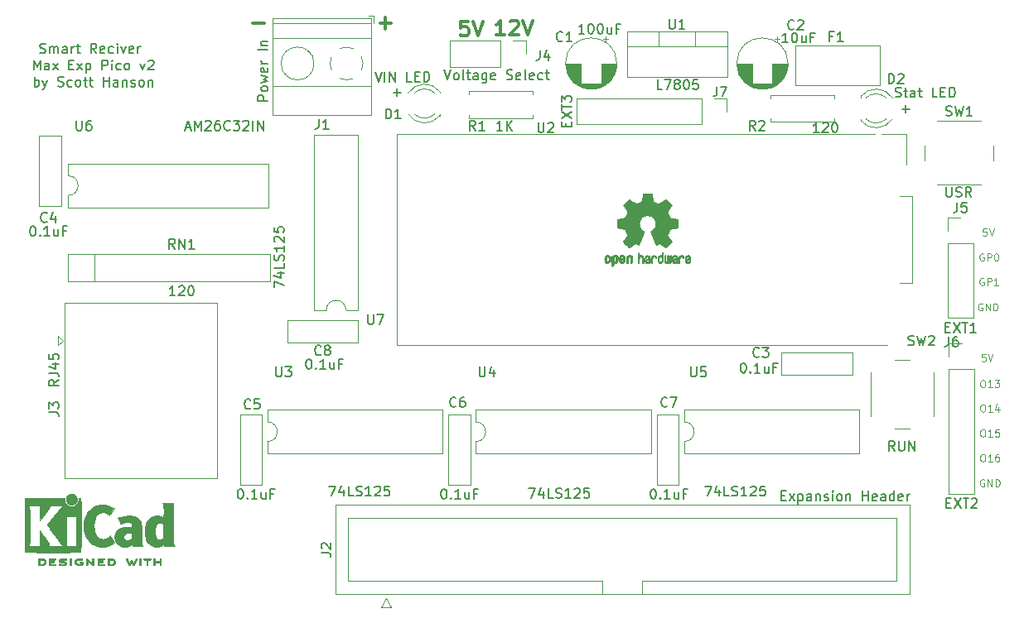
<source format=gbr>
%TF.GenerationSoftware,KiCad,Pcbnew,(5.1.9)-1*%
%TF.CreationDate,2021-03-27T00:23:18-04:00*%
%TF.ProjectId,Smart_Reciever_Max,536d6172-745f-4526-9563-69657665725f,v2*%
%TF.SameCoordinates,Original*%
%TF.FileFunction,Legend,Top*%
%TF.FilePolarity,Positive*%
%FSLAX46Y46*%
G04 Gerber Fmt 4.6, Leading zero omitted, Abs format (unit mm)*
G04 Created by KiCad (PCBNEW (5.1.9)-1) date 2021-03-27 00:23:18*
%MOMM*%
%LPD*%
G01*
G04 APERTURE LIST*
%ADD10C,0.150000*%
%ADD11C,0.100000*%
%ADD12C,0.200000*%
%ADD13C,0.300000*%
%ADD14C,0.010000*%
%ADD15C,0.120000*%
G04 APERTURE END LIST*
D10*
X193780952Y-68671428D02*
X193019047Y-68671428D01*
X193400000Y-69052380D02*
X193400000Y-68290476D01*
X141780952Y-66971428D02*
X141019047Y-66971428D01*
X141400000Y-67352380D02*
X141400000Y-66590476D01*
D11*
X201214285Y-103989285D02*
X201357142Y-103989285D01*
X201428571Y-104025000D01*
X201500000Y-104096428D01*
X201535714Y-104239285D01*
X201535714Y-104489285D01*
X201500000Y-104632142D01*
X201428571Y-104703571D01*
X201357142Y-104739285D01*
X201214285Y-104739285D01*
X201142857Y-104703571D01*
X201071428Y-104632142D01*
X201035714Y-104489285D01*
X201035714Y-104239285D01*
X201071428Y-104096428D01*
X201142857Y-104025000D01*
X201214285Y-103989285D01*
X202250000Y-104739285D02*
X201821428Y-104739285D01*
X202035714Y-104739285D02*
X202035714Y-103989285D01*
X201964285Y-104096428D01*
X201892857Y-104167857D01*
X201821428Y-104203571D01*
X202892857Y-103989285D02*
X202750000Y-103989285D01*
X202678571Y-104025000D01*
X202642857Y-104060714D01*
X202571428Y-104167857D01*
X202535714Y-104310714D01*
X202535714Y-104596428D01*
X202571428Y-104667857D01*
X202607142Y-104703571D01*
X202678571Y-104739285D01*
X202821428Y-104739285D01*
X202892857Y-104703571D01*
X202928571Y-104667857D01*
X202964285Y-104596428D01*
X202964285Y-104417857D01*
X202928571Y-104346428D01*
X202892857Y-104310714D01*
X202821428Y-104275000D01*
X202678571Y-104275000D01*
X202607142Y-104310714D01*
X202571428Y-104346428D01*
X202535714Y-104417857D01*
X201214285Y-101439285D02*
X201357142Y-101439285D01*
X201428571Y-101475000D01*
X201500000Y-101546428D01*
X201535714Y-101689285D01*
X201535714Y-101939285D01*
X201500000Y-102082142D01*
X201428571Y-102153571D01*
X201357142Y-102189285D01*
X201214285Y-102189285D01*
X201142857Y-102153571D01*
X201071428Y-102082142D01*
X201035714Y-101939285D01*
X201035714Y-101689285D01*
X201071428Y-101546428D01*
X201142857Y-101475000D01*
X201214285Y-101439285D01*
X202250000Y-102189285D02*
X201821428Y-102189285D01*
X202035714Y-102189285D02*
X202035714Y-101439285D01*
X201964285Y-101546428D01*
X201892857Y-101617857D01*
X201821428Y-101653571D01*
X202928571Y-101439285D02*
X202571428Y-101439285D01*
X202535714Y-101796428D01*
X202571428Y-101760714D01*
X202642857Y-101725000D01*
X202821428Y-101725000D01*
X202892857Y-101760714D01*
X202928571Y-101796428D01*
X202964285Y-101867857D01*
X202964285Y-102046428D01*
X202928571Y-102117857D01*
X202892857Y-102153571D01*
X202821428Y-102189285D01*
X202642857Y-102189285D01*
X202571428Y-102153571D01*
X202535714Y-102117857D01*
X201214285Y-98889285D02*
X201357142Y-98889285D01*
X201428571Y-98925000D01*
X201500000Y-98996428D01*
X201535714Y-99139285D01*
X201535714Y-99389285D01*
X201500000Y-99532142D01*
X201428571Y-99603571D01*
X201357142Y-99639285D01*
X201214285Y-99639285D01*
X201142857Y-99603571D01*
X201071428Y-99532142D01*
X201035714Y-99389285D01*
X201035714Y-99139285D01*
X201071428Y-98996428D01*
X201142857Y-98925000D01*
X201214285Y-98889285D01*
X202250000Y-99639285D02*
X201821428Y-99639285D01*
X202035714Y-99639285D02*
X202035714Y-98889285D01*
X201964285Y-98996428D01*
X201892857Y-99067857D01*
X201821428Y-99103571D01*
X202892857Y-99139285D02*
X202892857Y-99639285D01*
X202714285Y-98853571D02*
X202535714Y-99389285D01*
X203000000Y-99389285D01*
X201214285Y-96389285D02*
X201357142Y-96389285D01*
X201428571Y-96425000D01*
X201500000Y-96496428D01*
X201535714Y-96639285D01*
X201535714Y-96889285D01*
X201500000Y-97032142D01*
X201428571Y-97103571D01*
X201357142Y-97139285D01*
X201214285Y-97139285D01*
X201142857Y-97103571D01*
X201071428Y-97032142D01*
X201035714Y-96889285D01*
X201035714Y-96639285D01*
X201071428Y-96496428D01*
X201142857Y-96425000D01*
X201214285Y-96389285D01*
X202250000Y-97139285D02*
X201821428Y-97139285D01*
X202035714Y-97139285D02*
X202035714Y-96389285D01*
X201964285Y-96496428D01*
X201892857Y-96567857D01*
X201821428Y-96603571D01*
X202500000Y-96389285D02*
X202964285Y-96389285D01*
X202714285Y-96675000D01*
X202821428Y-96675000D01*
X202892857Y-96710714D01*
X202928571Y-96746428D01*
X202964285Y-96817857D01*
X202964285Y-96996428D01*
X202928571Y-97067857D01*
X202892857Y-97103571D01*
X202821428Y-97139285D01*
X202607142Y-97139285D01*
X202535714Y-97103571D01*
X202500000Y-97067857D01*
X201428571Y-106575000D02*
X201357142Y-106539285D01*
X201250000Y-106539285D01*
X201142857Y-106575000D01*
X201071428Y-106646428D01*
X201035714Y-106717857D01*
X201000000Y-106860714D01*
X201000000Y-106967857D01*
X201035714Y-107110714D01*
X201071428Y-107182142D01*
X201142857Y-107253571D01*
X201250000Y-107289285D01*
X201321428Y-107289285D01*
X201428571Y-107253571D01*
X201464285Y-107217857D01*
X201464285Y-106967857D01*
X201321428Y-106967857D01*
X201785714Y-107289285D02*
X201785714Y-106539285D01*
X202214285Y-107289285D01*
X202214285Y-106539285D01*
X202571428Y-107289285D02*
X202571428Y-106539285D01*
X202750000Y-106539285D01*
X202857142Y-106575000D01*
X202928571Y-106646428D01*
X202964285Y-106717857D01*
X203000000Y-106860714D01*
X203000000Y-106967857D01*
X202964285Y-107110714D01*
X202928571Y-107182142D01*
X202857142Y-107253571D01*
X202750000Y-107289285D01*
X202571428Y-107289285D01*
X201557142Y-93739285D02*
X201200000Y-93739285D01*
X201164285Y-94096428D01*
X201200000Y-94060714D01*
X201271428Y-94025000D01*
X201450000Y-94025000D01*
X201521428Y-94060714D01*
X201557142Y-94096428D01*
X201592857Y-94167857D01*
X201592857Y-94346428D01*
X201557142Y-94417857D01*
X201521428Y-94453571D01*
X201450000Y-94489285D01*
X201271428Y-94489285D01*
X201200000Y-94453571D01*
X201164285Y-94417857D01*
X201807142Y-93739285D02*
X202057142Y-94489285D01*
X202307142Y-93739285D01*
X201657142Y-80889285D02*
X201300000Y-80889285D01*
X201264285Y-81246428D01*
X201300000Y-81210714D01*
X201371428Y-81175000D01*
X201550000Y-81175000D01*
X201621428Y-81210714D01*
X201657142Y-81246428D01*
X201692857Y-81317857D01*
X201692857Y-81496428D01*
X201657142Y-81567857D01*
X201621428Y-81603571D01*
X201550000Y-81639285D01*
X201371428Y-81639285D01*
X201300000Y-81603571D01*
X201264285Y-81567857D01*
X201907142Y-80889285D02*
X202157142Y-81639285D01*
X202407142Y-80889285D01*
X201228571Y-88575000D02*
X201157142Y-88539285D01*
X201050000Y-88539285D01*
X200942857Y-88575000D01*
X200871428Y-88646428D01*
X200835714Y-88717857D01*
X200800000Y-88860714D01*
X200800000Y-88967857D01*
X200835714Y-89110714D01*
X200871428Y-89182142D01*
X200942857Y-89253571D01*
X201050000Y-89289285D01*
X201121428Y-89289285D01*
X201228571Y-89253571D01*
X201264285Y-89217857D01*
X201264285Y-88967857D01*
X201121428Y-88967857D01*
X201585714Y-89289285D02*
X201585714Y-88539285D01*
X202014285Y-89289285D01*
X202014285Y-88539285D01*
X202371428Y-89289285D02*
X202371428Y-88539285D01*
X202550000Y-88539285D01*
X202657142Y-88575000D01*
X202728571Y-88646428D01*
X202764285Y-88717857D01*
X202800000Y-88860714D01*
X202800000Y-88967857D01*
X202764285Y-89110714D01*
X202728571Y-89182142D01*
X202657142Y-89253571D01*
X202550000Y-89289285D01*
X202371428Y-89289285D01*
X201364285Y-85975000D02*
X201292857Y-85939285D01*
X201185714Y-85939285D01*
X201078571Y-85975000D01*
X201007142Y-86046428D01*
X200971428Y-86117857D01*
X200935714Y-86260714D01*
X200935714Y-86367857D01*
X200971428Y-86510714D01*
X201007142Y-86582142D01*
X201078571Y-86653571D01*
X201185714Y-86689285D01*
X201257142Y-86689285D01*
X201364285Y-86653571D01*
X201400000Y-86617857D01*
X201400000Y-86367857D01*
X201257142Y-86367857D01*
X201721428Y-86689285D02*
X201721428Y-85939285D01*
X202007142Y-85939285D01*
X202078571Y-85975000D01*
X202114285Y-86010714D01*
X202150000Y-86082142D01*
X202150000Y-86189285D01*
X202114285Y-86260714D01*
X202078571Y-86296428D01*
X202007142Y-86332142D01*
X201721428Y-86332142D01*
X202864285Y-86689285D02*
X202435714Y-86689285D01*
X202650000Y-86689285D02*
X202650000Y-85939285D01*
X202578571Y-86046428D01*
X202507142Y-86117857D01*
X202435714Y-86153571D01*
X201364285Y-83475000D02*
X201292857Y-83439285D01*
X201185714Y-83439285D01*
X201078571Y-83475000D01*
X201007142Y-83546428D01*
X200971428Y-83617857D01*
X200935714Y-83760714D01*
X200935714Y-83867857D01*
X200971428Y-84010714D01*
X201007142Y-84082142D01*
X201078571Y-84153571D01*
X201185714Y-84189285D01*
X201257142Y-84189285D01*
X201364285Y-84153571D01*
X201400000Y-84117857D01*
X201400000Y-83867857D01*
X201257142Y-83867857D01*
X201721428Y-84189285D02*
X201721428Y-83439285D01*
X202007142Y-83439285D01*
X202078571Y-83475000D01*
X202114285Y-83510714D01*
X202150000Y-83582142D01*
X202150000Y-83689285D01*
X202114285Y-83760714D01*
X202078571Y-83796428D01*
X202007142Y-83832142D01*
X201721428Y-83832142D01*
X202614285Y-83439285D02*
X202685714Y-83439285D01*
X202757142Y-83475000D01*
X202792857Y-83510714D01*
X202828571Y-83582142D01*
X202864285Y-83725000D01*
X202864285Y-83903571D01*
X202828571Y-84046428D01*
X202792857Y-84117857D01*
X202757142Y-84153571D01*
X202685714Y-84189285D01*
X202614285Y-84189285D01*
X202542857Y-84153571D01*
X202507142Y-84117857D01*
X202471428Y-84046428D01*
X202435714Y-83903571D01*
X202435714Y-83725000D01*
X202471428Y-83582142D01*
X202507142Y-83510714D01*
X202542857Y-83475000D01*
X202614285Y-83439285D01*
D12*
X104923809Y-62904761D02*
X105066666Y-62952380D01*
X105304761Y-62952380D01*
X105400000Y-62904761D01*
X105447619Y-62857142D01*
X105495238Y-62761904D01*
X105495238Y-62666666D01*
X105447619Y-62571428D01*
X105400000Y-62523809D01*
X105304761Y-62476190D01*
X105114285Y-62428571D01*
X105019047Y-62380952D01*
X104971428Y-62333333D01*
X104923809Y-62238095D01*
X104923809Y-62142857D01*
X104971428Y-62047619D01*
X105019047Y-62000000D01*
X105114285Y-61952380D01*
X105352380Y-61952380D01*
X105495238Y-62000000D01*
X105923809Y-62952380D02*
X105923809Y-62285714D01*
X105923809Y-62380952D02*
X105971428Y-62333333D01*
X106066666Y-62285714D01*
X106209523Y-62285714D01*
X106304761Y-62333333D01*
X106352380Y-62428571D01*
X106352380Y-62952380D01*
X106352380Y-62428571D02*
X106400000Y-62333333D01*
X106495238Y-62285714D01*
X106638095Y-62285714D01*
X106733333Y-62333333D01*
X106780952Y-62428571D01*
X106780952Y-62952380D01*
X107685714Y-62952380D02*
X107685714Y-62428571D01*
X107638095Y-62333333D01*
X107542857Y-62285714D01*
X107352380Y-62285714D01*
X107257142Y-62333333D01*
X107685714Y-62904761D02*
X107590476Y-62952380D01*
X107352380Y-62952380D01*
X107257142Y-62904761D01*
X107209523Y-62809523D01*
X107209523Y-62714285D01*
X107257142Y-62619047D01*
X107352380Y-62571428D01*
X107590476Y-62571428D01*
X107685714Y-62523809D01*
X108161904Y-62952380D02*
X108161904Y-62285714D01*
X108161904Y-62476190D02*
X108209523Y-62380952D01*
X108257142Y-62333333D01*
X108352380Y-62285714D01*
X108447619Y-62285714D01*
X108638095Y-62285714D02*
X109019047Y-62285714D01*
X108780952Y-61952380D02*
X108780952Y-62809523D01*
X108828571Y-62904761D01*
X108923809Y-62952380D01*
X109019047Y-62952380D01*
X110685714Y-62952380D02*
X110352380Y-62476190D01*
X110114285Y-62952380D02*
X110114285Y-61952380D01*
X110495238Y-61952380D01*
X110590476Y-62000000D01*
X110638095Y-62047619D01*
X110685714Y-62142857D01*
X110685714Y-62285714D01*
X110638095Y-62380952D01*
X110590476Y-62428571D01*
X110495238Y-62476190D01*
X110114285Y-62476190D01*
X111495238Y-62904761D02*
X111400000Y-62952380D01*
X111209523Y-62952380D01*
X111114285Y-62904761D01*
X111066666Y-62809523D01*
X111066666Y-62428571D01*
X111114285Y-62333333D01*
X111209523Y-62285714D01*
X111400000Y-62285714D01*
X111495238Y-62333333D01*
X111542857Y-62428571D01*
X111542857Y-62523809D01*
X111066666Y-62619047D01*
X112400000Y-62904761D02*
X112304761Y-62952380D01*
X112114285Y-62952380D01*
X112019047Y-62904761D01*
X111971428Y-62857142D01*
X111923809Y-62761904D01*
X111923809Y-62476190D01*
X111971428Y-62380952D01*
X112019047Y-62333333D01*
X112114285Y-62285714D01*
X112304761Y-62285714D01*
X112400000Y-62333333D01*
X112828571Y-62952380D02*
X112828571Y-62285714D01*
X112828571Y-61952380D02*
X112780952Y-62000000D01*
X112828571Y-62047619D01*
X112876190Y-62000000D01*
X112828571Y-61952380D01*
X112828571Y-62047619D01*
X113209523Y-62285714D02*
X113447619Y-62952380D01*
X113685714Y-62285714D01*
X114447619Y-62904761D02*
X114352380Y-62952380D01*
X114161904Y-62952380D01*
X114066666Y-62904761D01*
X114019047Y-62809523D01*
X114019047Y-62428571D01*
X114066666Y-62333333D01*
X114161904Y-62285714D01*
X114352380Y-62285714D01*
X114447619Y-62333333D01*
X114495238Y-62428571D01*
X114495238Y-62523809D01*
X114019047Y-62619047D01*
X114923809Y-62952380D02*
X114923809Y-62285714D01*
X114923809Y-62476190D02*
X114971428Y-62380952D01*
X115019047Y-62333333D01*
X115114285Y-62285714D01*
X115209523Y-62285714D01*
X104280952Y-64652380D02*
X104280952Y-63652380D01*
X104614285Y-64366666D01*
X104947619Y-63652380D01*
X104947619Y-64652380D01*
X105852380Y-64652380D02*
X105852380Y-64128571D01*
X105804761Y-64033333D01*
X105709523Y-63985714D01*
X105519047Y-63985714D01*
X105423809Y-64033333D01*
X105852380Y-64604761D02*
X105757142Y-64652380D01*
X105519047Y-64652380D01*
X105423809Y-64604761D01*
X105376190Y-64509523D01*
X105376190Y-64414285D01*
X105423809Y-64319047D01*
X105519047Y-64271428D01*
X105757142Y-64271428D01*
X105852380Y-64223809D01*
X106233333Y-64652380D02*
X106757142Y-63985714D01*
X106233333Y-63985714D02*
X106757142Y-64652380D01*
X107900000Y-64128571D02*
X108233333Y-64128571D01*
X108376190Y-64652380D02*
X107900000Y-64652380D01*
X107900000Y-63652380D01*
X108376190Y-63652380D01*
X108709523Y-64652380D02*
X109233333Y-63985714D01*
X108709523Y-63985714D02*
X109233333Y-64652380D01*
X109614285Y-63985714D02*
X109614285Y-64985714D01*
X109614285Y-64033333D02*
X109709523Y-63985714D01*
X109900000Y-63985714D01*
X109995238Y-64033333D01*
X110042857Y-64080952D01*
X110090476Y-64176190D01*
X110090476Y-64461904D01*
X110042857Y-64557142D01*
X109995238Y-64604761D01*
X109900000Y-64652380D01*
X109709523Y-64652380D01*
X109614285Y-64604761D01*
X111280952Y-64652380D02*
X111280952Y-63652380D01*
X111661904Y-63652380D01*
X111757142Y-63700000D01*
X111804761Y-63747619D01*
X111852380Y-63842857D01*
X111852380Y-63985714D01*
X111804761Y-64080952D01*
X111757142Y-64128571D01*
X111661904Y-64176190D01*
X111280952Y-64176190D01*
X112280952Y-64652380D02*
X112280952Y-63985714D01*
X112280952Y-63652380D02*
X112233333Y-63700000D01*
X112280952Y-63747619D01*
X112328571Y-63700000D01*
X112280952Y-63652380D01*
X112280952Y-63747619D01*
X113185714Y-64604761D02*
X113090476Y-64652380D01*
X112900000Y-64652380D01*
X112804761Y-64604761D01*
X112757142Y-64557142D01*
X112709523Y-64461904D01*
X112709523Y-64176190D01*
X112757142Y-64080952D01*
X112804761Y-64033333D01*
X112900000Y-63985714D01*
X113090476Y-63985714D01*
X113185714Y-64033333D01*
X113757142Y-64652380D02*
X113661904Y-64604761D01*
X113614285Y-64557142D01*
X113566666Y-64461904D01*
X113566666Y-64176190D01*
X113614285Y-64080952D01*
X113661904Y-64033333D01*
X113757142Y-63985714D01*
X113900000Y-63985714D01*
X113995238Y-64033333D01*
X114042857Y-64080952D01*
X114090476Y-64176190D01*
X114090476Y-64461904D01*
X114042857Y-64557142D01*
X113995238Y-64604761D01*
X113900000Y-64652380D01*
X113757142Y-64652380D01*
X115185714Y-63985714D02*
X115423809Y-64652380D01*
X115661904Y-63985714D01*
X115995238Y-63747619D02*
X116042857Y-63700000D01*
X116138095Y-63652380D01*
X116376190Y-63652380D01*
X116471428Y-63700000D01*
X116519047Y-63747619D01*
X116566666Y-63842857D01*
X116566666Y-63938095D01*
X116519047Y-64080952D01*
X115947619Y-64652380D01*
X116566666Y-64652380D01*
X104376190Y-66352380D02*
X104376190Y-65352380D01*
X104376190Y-65733333D02*
X104471428Y-65685714D01*
X104661904Y-65685714D01*
X104757142Y-65733333D01*
X104804761Y-65780952D01*
X104852380Y-65876190D01*
X104852380Y-66161904D01*
X104804761Y-66257142D01*
X104757142Y-66304761D01*
X104661904Y-66352380D01*
X104471428Y-66352380D01*
X104376190Y-66304761D01*
X105185714Y-65685714D02*
X105423809Y-66352380D01*
X105661904Y-65685714D02*
X105423809Y-66352380D01*
X105328571Y-66590476D01*
X105280952Y-66638095D01*
X105185714Y-66685714D01*
X106757142Y-66304761D02*
X106900000Y-66352380D01*
X107138095Y-66352380D01*
X107233333Y-66304761D01*
X107280952Y-66257142D01*
X107328571Y-66161904D01*
X107328571Y-66066666D01*
X107280952Y-65971428D01*
X107233333Y-65923809D01*
X107138095Y-65876190D01*
X106947619Y-65828571D01*
X106852380Y-65780952D01*
X106804761Y-65733333D01*
X106757142Y-65638095D01*
X106757142Y-65542857D01*
X106804761Y-65447619D01*
X106852380Y-65400000D01*
X106947619Y-65352380D01*
X107185714Y-65352380D01*
X107328571Y-65400000D01*
X108185714Y-66304761D02*
X108090476Y-66352380D01*
X107900000Y-66352380D01*
X107804761Y-66304761D01*
X107757142Y-66257142D01*
X107709523Y-66161904D01*
X107709523Y-65876190D01*
X107757142Y-65780952D01*
X107804761Y-65733333D01*
X107900000Y-65685714D01*
X108090476Y-65685714D01*
X108185714Y-65733333D01*
X108757142Y-66352380D02*
X108661904Y-66304761D01*
X108614285Y-66257142D01*
X108566666Y-66161904D01*
X108566666Y-65876190D01*
X108614285Y-65780952D01*
X108661904Y-65733333D01*
X108757142Y-65685714D01*
X108900000Y-65685714D01*
X108995238Y-65733333D01*
X109042857Y-65780952D01*
X109090476Y-65876190D01*
X109090476Y-66161904D01*
X109042857Y-66257142D01*
X108995238Y-66304761D01*
X108900000Y-66352380D01*
X108757142Y-66352380D01*
X109376190Y-65685714D02*
X109757142Y-65685714D01*
X109519047Y-65352380D02*
X109519047Y-66209523D01*
X109566666Y-66304761D01*
X109661904Y-66352380D01*
X109757142Y-66352380D01*
X109947619Y-65685714D02*
X110328571Y-65685714D01*
X110090476Y-65352380D02*
X110090476Y-66209523D01*
X110138095Y-66304761D01*
X110233333Y-66352380D01*
X110328571Y-66352380D01*
X111423809Y-66352380D02*
X111423809Y-65352380D01*
X111423809Y-65828571D02*
X111995238Y-65828571D01*
X111995238Y-66352380D02*
X111995238Y-65352380D01*
X112900000Y-66352380D02*
X112900000Y-65828571D01*
X112852380Y-65733333D01*
X112757142Y-65685714D01*
X112566666Y-65685714D01*
X112471428Y-65733333D01*
X112900000Y-66304761D02*
X112804761Y-66352380D01*
X112566666Y-66352380D01*
X112471428Y-66304761D01*
X112423809Y-66209523D01*
X112423809Y-66114285D01*
X112471428Y-66019047D01*
X112566666Y-65971428D01*
X112804761Y-65971428D01*
X112900000Y-65923809D01*
X113376190Y-65685714D02*
X113376190Y-66352380D01*
X113376190Y-65780952D02*
X113423809Y-65733333D01*
X113519047Y-65685714D01*
X113661904Y-65685714D01*
X113757142Y-65733333D01*
X113804761Y-65828571D01*
X113804761Y-66352380D01*
X114233333Y-66304761D02*
X114328571Y-66352380D01*
X114519047Y-66352380D01*
X114614285Y-66304761D01*
X114661904Y-66209523D01*
X114661904Y-66161904D01*
X114614285Y-66066666D01*
X114519047Y-66019047D01*
X114376190Y-66019047D01*
X114280952Y-65971428D01*
X114233333Y-65876190D01*
X114233333Y-65828571D01*
X114280952Y-65733333D01*
X114376190Y-65685714D01*
X114519047Y-65685714D01*
X114614285Y-65733333D01*
X115233333Y-66352380D02*
X115138095Y-66304761D01*
X115090476Y-66257142D01*
X115042857Y-66161904D01*
X115042857Y-65876190D01*
X115090476Y-65780952D01*
X115138095Y-65733333D01*
X115233333Y-65685714D01*
X115376190Y-65685714D01*
X115471428Y-65733333D01*
X115519047Y-65780952D01*
X115566666Y-65876190D01*
X115566666Y-66161904D01*
X115519047Y-66257142D01*
X115471428Y-66304761D01*
X115376190Y-66352380D01*
X115233333Y-66352380D01*
X115995238Y-65685714D02*
X115995238Y-66352380D01*
X115995238Y-65780952D02*
X116042857Y-65733333D01*
X116138095Y-65685714D01*
X116280952Y-65685714D01*
X116376190Y-65733333D01*
X116423809Y-65828571D01*
X116423809Y-66352380D01*
D10*
X146242857Y-64652380D02*
X146576190Y-65652380D01*
X146909523Y-64652380D01*
X147385714Y-65652380D02*
X147290476Y-65604761D01*
X147242857Y-65557142D01*
X147195238Y-65461904D01*
X147195238Y-65176190D01*
X147242857Y-65080952D01*
X147290476Y-65033333D01*
X147385714Y-64985714D01*
X147528571Y-64985714D01*
X147623809Y-65033333D01*
X147671428Y-65080952D01*
X147719047Y-65176190D01*
X147719047Y-65461904D01*
X147671428Y-65557142D01*
X147623809Y-65604761D01*
X147528571Y-65652380D01*
X147385714Y-65652380D01*
X148290476Y-65652380D02*
X148195238Y-65604761D01*
X148147619Y-65509523D01*
X148147619Y-64652380D01*
X148528571Y-64985714D02*
X148909523Y-64985714D01*
X148671428Y-64652380D02*
X148671428Y-65509523D01*
X148719047Y-65604761D01*
X148814285Y-65652380D01*
X148909523Y-65652380D01*
X149671428Y-65652380D02*
X149671428Y-65128571D01*
X149623809Y-65033333D01*
X149528571Y-64985714D01*
X149338095Y-64985714D01*
X149242857Y-65033333D01*
X149671428Y-65604761D02*
X149576190Y-65652380D01*
X149338095Y-65652380D01*
X149242857Y-65604761D01*
X149195238Y-65509523D01*
X149195238Y-65414285D01*
X149242857Y-65319047D01*
X149338095Y-65271428D01*
X149576190Y-65271428D01*
X149671428Y-65223809D01*
X150576190Y-64985714D02*
X150576190Y-65795238D01*
X150528571Y-65890476D01*
X150480952Y-65938095D01*
X150385714Y-65985714D01*
X150242857Y-65985714D01*
X150147619Y-65938095D01*
X150576190Y-65604761D02*
X150480952Y-65652380D01*
X150290476Y-65652380D01*
X150195238Y-65604761D01*
X150147619Y-65557142D01*
X150100000Y-65461904D01*
X150100000Y-65176190D01*
X150147619Y-65080952D01*
X150195238Y-65033333D01*
X150290476Y-64985714D01*
X150480952Y-64985714D01*
X150576190Y-65033333D01*
X151433333Y-65604761D02*
X151338095Y-65652380D01*
X151147619Y-65652380D01*
X151052380Y-65604761D01*
X151004761Y-65509523D01*
X151004761Y-65128571D01*
X151052380Y-65033333D01*
X151147619Y-64985714D01*
X151338095Y-64985714D01*
X151433333Y-65033333D01*
X151480952Y-65128571D01*
X151480952Y-65223809D01*
X151004761Y-65319047D01*
X152623809Y-65604761D02*
X152766666Y-65652380D01*
X153004761Y-65652380D01*
X153100000Y-65604761D01*
X153147619Y-65557142D01*
X153195238Y-65461904D01*
X153195238Y-65366666D01*
X153147619Y-65271428D01*
X153100000Y-65223809D01*
X153004761Y-65176190D01*
X152814285Y-65128571D01*
X152719047Y-65080952D01*
X152671428Y-65033333D01*
X152623809Y-64938095D01*
X152623809Y-64842857D01*
X152671428Y-64747619D01*
X152719047Y-64700000D01*
X152814285Y-64652380D01*
X153052380Y-64652380D01*
X153195238Y-64700000D01*
X154004761Y-65604761D02*
X153909523Y-65652380D01*
X153719047Y-65652380D01*
X153623809Y-65604761D01*
X153576190Y-65509523D01*
X153576190Y-65128571D01*
X153623809Y-65033333D01*
X153719047Y-64985714D01*
X153909523Y-64985714D01*
X154004761Y-65033333D01*
X154052380Y-65128571D01*
X154052380Y-65223809D01*
X153576190Y-65319047D01*
X154623809Y-65652380D02*
X154528571Y-65604761D01*
X154480952Y-65509523D01*
X154480952Y-64652380D01*
X155385714Y-65604761D02*
X155290476Y-65652380D01*
X155100000Y-65652380D01*
X155004761Y-65604761D01*
X154957142Y-65509523D01*
X154957142Y-65128571D01*
X155004761Y-65033333D01*
X155100000Y-64985714D01*
X155290476Y-64985714D01*
X155385714Y-65033333D01*
X155433333Y-65128571D01*
X155433333Y-65223809D01*
X154957142Y-65319047D01*
X156290476Y-65604761D02*
X156195238Y-65652380D01*
X156004761Y-65652380D01*
X155909523Y-65604761D01*
X155861904Y-65557142D01*
X155814285Y-65461904D01*
X155814285Y-65176190D01*
X155861904Y-65080952D01*
X155909523Y-65033333D01*
X156004761Y-64985714D01*
X156195238Y-64985714D01*
X156290476Y-65033333D01*
X156576190Y-64985714D02*
X156957142Y-64985714D01*
X156719047Y-64652380D02*
X156719047Y-65509523D01*
X156766666Y-65604761D01*
X156861904Y-65652380D01*
X156957142Y-65652380D01*
D13*
X152421428Y-61078571D02*
X151564285Y-61078571D01*
X151992857Y-61078571D02*
X151992857Y-59578571D01*
X151850000Y-59792857D01*
X151707142Y-59935714D01*
X151564285Y-60007142D01*
X152992857Y-59721428D02*
X153064285Y-59650000D01*
X153207142Y-59578571D01*
X153564285Y-59578571D01*
X153707142Y-59650000D01*
X153778571Y-59721428D01*
X153850000Y-59864285D01*
X153850000Y-60007142D01*
X153778571Y-60221428D01*
X152921428Y-61078571D01*
X153850000Y-61078571D01*
X154278571Y-59578571D02*
X154778571Y-61078571D01*
X155278571Y-59578571D01*
X148664285Y-59678571D02*
X147950000Y-59678571D01*
X147878571Y-60392857D01*
X147950000Y-60321428D01*
X148092857Y-60250000D01*
X148450000Y-60250000D01*
X148592857Y-60321428D01*
X148664285Y-60392857D01*
X148735714Y-60535714D01*
X148735714Y-60892857D01*
X148664285Y-61035714D01*
X148592857Y-61107142D01*
X148450000Y-61178571D01*
X148092857Y-61178571D01*
X147950000Y-61107142D01*
X147878571Y-61035714D01*
X149164285Y-59678571D02*
X149664285Y-61178571D01*
X150164285Y-59678571D01*
X139678571Y-59857142D02*
X140821428Y-59857142D01*
X140250000Y-60428571D02*
X140250000Y-59285714D01*
X126678571Y-59857142D02*
X127821428Y-59857142D01*
D14*
%TO.C,REF\u002A\u002A*%
G36*
X163768886Y-83584505D02*
G01*
X163843539Y-83621727D01*
X163909431Y-83690261D01*
X163927577Y-83715648D01*
X163947345Y-83748866D01*
X163960172Y-83784945D01*
X163967510Y-83833098D01*
X163970813Y-83902536D01*
X163971538Y-83994206D01*
X163968263Y-84119830D01*
X163956877Y-84214154D01*
X163935041Y-84284523D01*
X163900419Y-84338286D01*
X163850670Y-84382788D01*
X163847014Y-84385423D01*
X163797985Y-84412377D01*
X163738945Y-84425712D01*
X163663859Y-84429000D01*
X163541795Y-84429000D01*
X163541744Y-84547497D01*
X163540608Y-84613492D01*
X163533686Y-84652202D01*
X163515598Y-84675419D01*
X163480962Y-84694933D01*
X163472645Y-84698920D01*
X163433720Y-84717603D01*
X163403583Y-84729403D01*
X163381174Y-84730422D01*
X163365433Y-84716761D01*
X163355302Y-84684522D01*
X163349723Y-84629804D01*
X163347635Y-84548711D01*
X163347981Y-84437344D01*
X163349700Y-84291802D01*
X163350237Y-84248269D01*
X163352172Y-84098205D01*
X163353904Y-84000042D01*
X163541692Y-84000042D01*
X163542748Y-84083364D01*
X163547438Y-84137880D01*
X163558051Y-84173837D01*
X163576872Y-84201482D01*
X163589650Y-84214965D01*
X163641890Y-84254417D01*
X163688142Y-84257628D01*
X163735867Y-84225049D01*
X163737077Y-84223846D01*
X163756494Y-84198668D01*
X163768307Y-84164447D01*
X163774265Y-84111748D01*
X163776120Y-84031131D01*
X163776154Y-84013271D01*
X163771670Y-83902175D01*
X163757074Y-83825161D01*
X163730650Y-83778147D01*
X163690683Y-83757050D01*
X163667584Y-83754923D01*
X163612762Y-83764900D01*
X163575158Y-83797752D01*
X163552523Y-83857857D01*
X163542606Y-83949598D01*
X163541692Y-84000042D01*
X163353904Y-84000042D01*
X163354222Y-83982060D01*
X163356873Y-83894679D01*
X163360606Y-83830905D01*
X163365907Y-83785582D01*
X163373258Y-83753555D01*
X163383143Y-83729668D01*
X163396046Y-83708764D01*
X163401579Y-83700898D01*
X163474969Y-83626595D01*
X163567760Y-83584467D01*
X163675096Y-83572722D01*
X163768886Y-83584505D01*
G37*
X163768886Y-83584505D02*
X163843539Y-83621727D01*
X163909431Y-83690261D01*
X163927577Y-83715648D01*
X163947345Y-83748866D01*
X163960172Y-83784945D01*
X163967510Y-83833098D01*
X163970813Y-83902536D01*
X163971538Y-83994206D01*
X163968263Y-84119830D01*
X163956877Y-84214154D01*
X163935041Y-84284523D01*
X163900419Y-84338286D01*
X163850670Y-84382788D01*
X163847014Y-84385423D01*
X163797985Y-84412377D01*
X163738945Y-84425712D01*
X163663859Y-84429000D01*
X163541795Y-84429000D01*
X163541744Y-84547497D01*
X163540608Y-84613492D01*
X163533686Y-84652202D01*
X163515598Y-84675419D01*
X163480962Y-84694933D01*
X163472645Y-84698920D01*
X163433720Y-84717603D01*
X163403583Y-84729403D01*
X163381174Y-84730422D01*
X163365433Y-84716761D01*
X163355302Y-84684522D01*
X163349723Y-84629804D01*
X163347635Y-84548711D01*
X163347981Y-84437344D01*
X163349700Y-84291802D01*
X163350237Y-84248269D01*
X163352172Y-84098205D01*
X163353904Y-84000042D01*
X163541692Y-84000042D01*
X163542748Y-84083364D01*
X163547438Y-84137880D01*
X163558051Y-84173837D01*
X163576872Y-84201482D01*
X163589650Y-84214965D01*
X163641890Y-84254417D01*
X163688142Y-84257628D01*
X163735867Y-84225049D01*
X163737077Y-84223846D01*
X163756494Y-84198668D01*
X163768307Y-84164447D01*
X163774265Y-84111748D01*
X163776120Y-84031131D01*
X163776154Y-84013271D01*
X163771670Y-83902175D01*
X163757074Y-83825161D01*
X163730650Y-83778147D01*
X163690683Y-83757050D01*
X163667584Y-83754923D01*
X163612762Y-83764900D01*
X163575158Y-83797752D01*
X163552523Y-83857857D01*
X163542606Y-83949598D01*
X163541692Y-84000042D01*
X163353904Y-84000042D01*
X163354222Y-83982060D01*
X163356873Y-83894679D01*
X163360606Y-83830905D01*
X163365907Y-83785582D01*
X163373258Y-83753555D01*
X163383143Y-83729668D01*
X163396046Y-83708764D01*
X163401579Y-83700898D01*
X163474969Y-83626595D01*
X163567760Y-83584467D01*
X163675096Y-83572722D01*
X163768886Y-83584505D01*
G36*
X165271664Y-83595089D02*
G01*
X165334367Y-83631358D01*
X165377961Y-83667358D01*
X165409845Y-83705075D01*
X165431810Y-83751199D01*
X165445649Y-83812421D01*
X165453153Y-83895431D01*
X165456117Y-84006919D01*
X165456461Y-84087062D01*
X165456461Y-84382065D01*
X165290385Y-84456515D01*
X165280615Y-84133402D01*
X165276579Y-84012729D01*
X165272344Y-83925141D01*
X165267097Y-83864650D01*
X165260025Y-83825268D01*
X165250311Y-83801007D01*
X165237144Y-83785880D01*
X165232919Y-83782606D01*
X165168909Y-83757034D01*
X165104208Y-83767153D01*
X165065692Y-83794000D01*
X165050025Y-83813024D01*
X165039180Y-83837988D01*
X165032288Y-83875834D01*
X165028479Y-83933502D01*
X165026883Y-84017935D01*
X165026615Y-84105928D01*
X165026563Y-84216323D01*
X165024672Y-84294463D01*
X165018345Y-84347165D01*
X165004983Y-84381242D01*
X164981985Y-84403511D01*
X164946754Y-84420787D01*
X164899697Y-84438738D01*
X164848303Y-84458278D01*
X164854421Y-84111485D01*
X164856884Y-83986468D01*
X164859767Y-83894082D01*
X164863898Y-83827881D01*
X164870107Y-83781420D01*
X164879226Y-83748256D01*
X164892083Y-83721944D01*
X164907584Y-83698729D01*
X164982371Y-83624569D01*
X165073628Y-83581684D01*
X165172883Y-83571412D01*
X165271664Y-83595089D01*
G37*
X165271664Y-83595089D02*
X165334367Y-83631358D01*
X165377961Y-83667358D01*
X165409845Y-83705075D01*
X165431810Y-83751199D01*
X165445649Y-83812421D01*
X165453153Y-83895431D01*
X165456117Y-84006919D01*
X165456461Y-84087062D01*
X165456461Y-84382065D01*
X165290385Y-84456515D01*
X165280615Y-84133402D01*
X165276579Y-84012729D01*
X165272344Y-83925141D01*
X165267097Y-83864650D01*
X165260025Y-83825268D01*
X165250311Y-83801007D01*
X165237144Y-83785880D01*
X165232919Y-83782606D01*
X165168909Y-83757034D01*
X165104208Y-83767153D01*
X165065692Y-83794000D01*
X165050025Y-83813024D01*
X165039180Y-83837988D01*
X165032288Y-83875834D01*
X165028479Y-83933502D01*
X165026883Y-84017935D01*
X165026615Y-84105928D01*
X165026563Y-84216323D01*
X165024672Y-84294463D01*
X165018345Y-84347165D01*
X165004983Y-84381242D01*
X164981985Y-84403511D01*
X164946754Y-84420787D01*
X164899697Y-84438738D01*
X164848303Y-84458278D01*
X164854421Y-84111485D01*
X164856884Y-83986468D01*
X164859767Y-83894082D01*
X164863898Y-83827881D01*
X164870107Y-83781420D01*
X164879226Y-83748256D01*
X164892083Y-83721944D01*
X164907584Y-83698729D01*
X164982371Y-83624569D01*
X165073628Y-83581684D01*
X165172883Y-83571412D01*
X165271664Y-83595089D01*
G36*
X163016886Y-83587256D02*
G01*
X163108464Y-83635409D01*
X163176049Y-83712905D01*
X163200057Y-83762727D01*
X163218738Y-83837533D01*
X163228301Y-83932052D01*
X163229208Y-84035210D01*
X163221921Y-84135935D01*
X163206903Y-84223153D01*
X163184615Y-84285791D01*
X163177765Y-84296579D01*
X163096632Y-84377105D01*
X163000266Y-84425336D01*
X162895701Y-84439450D01*
X162789968Y-84417629D01*
X162760543Y-84404547D01*
X162703241Y-84364231D01*
X162652950Y-84310775D01*
X162648197Y-84303995D01*
X162628878Y-84271321D01*
X162616108Y-84236394D01*
X162608564Y-84190414D01*
X162604924Y-84124584D01*
X162603865Y-84030105D01*
X162603846Y-84008923D01*
X162603894Y-84002182D01*
X162799231Y-84002182D01*
X162800368Y-84091349D01*
X162804841Y-84150520D01*
X162814246Y-84188741D01*
X162830176Y-84215053D01*
X162838308Y-84223846D01*
X162885058Y-84257261D01*
X162930447Y-84255737D01*
X162976340Y-84226752D01*
X163003712Y-84195809D01*
X163019923Y-84150643D01*
X163029026Y-84079420D01*
X163029651Y-84071114D01*
X163031204Y-83942037D01*
X163014965Y-83846172D01*
X162981152Y-83784107D01*
X162929984Y-83756432D01*
X162911720Y-83754923D01*
X162863760Y-83762513D01*
X162830953Y-83788808D01*
X162810895Y-83839095D01*
X162801178Y-83918664D01*
X162799231Y-84002182D01*
X162603894Y-84002182D01*
X162604574Y-83908249D01*
X162607629Y-83837906D01*
X162614322Y-83789163D01*
X162625960Y-83753288D01*
X162643853Y-83721548D01*
X162647808Y-83715648D01*
X162714267Y-83636104D01*
X162786685Y-83589929D01*
X162874849Y-83571599D01*
X162904787Y-83570703D01*
X163016886Y-83587256D01*
G37*
X163016886Y-83587256D02*
X163108464Y-83635409D01*
X163176049Y-83712905D01*
X163200057Y-83762727D01*
X163218738Y-83837533D01*
X163228301Y-83932052D01*
X163229208Y-84035210D01*
X163221921Y-84135935D01*
X163206903Y-84223153D01*
X163184615Y-84285791D01*
X163177765Y-84296579D01*
X163096632Y-84377105D01*
X163000266Y-84425336D01*
X162895701Y-84439450D01*
X162789968Y-84417629D01*
X162760543Y-84404547D01*
X162703241Y-84364231D01*
X162652950Y-84310775D01*
X162648197Y-84303995D01*
X162628878Y-84271321D01*
X162616108Y-84236394D01*
X162608564Y-84190414D01*
X162604924Y-84124584D01*
X162603865Y-84030105D01*
X162603846Y-84008923D01*
X162603894Y-84002182D01*
X162799231Y-84002182D01*
X162800368Y-84091349D01*
X162804841Y-84150520D01*
X162814246Y-84188741D01*
X162830176Y-84215053D01*
X162838308Y-84223846D01*
X162885058Y-84257261D01*
X162930447Y-84255737D01*
X162976340Y-84226752D01*
X163003712Y-84195809D01*
X163019923Y-84150643D01*
X163029026Y-84079420D01*
X163029651Y-84071114D01*
X163031204Y-83942037D01*
X163014965Y-83846172D01*
X162981152Y-83784107D01*
X162929984Y-83756432D01*
X162911720Y-83754923D01*
X162863760Y-83762513D01*
X162830953Y-83788808D01*
X162810895Y-83839095D01*
X162801178Y-83918664D01*
X162799231Y-84002182D01*
X162603894Y-84002182D01*
X162604574Y-83908249D01*
X162607629Y-83837906D01*
X162614322Y-83789163D01*
X162625960Y-83753288D01*
X162643853Y-83721548D01*
X162647808Y-83715648D01*
X162714267Y-83636104D01*
X162786685Y-83589929D01*
X162874849Y-83571599D01*
X162904787Y-83570703D01*
X163016886Y-83587256D01*
G36*
X164534254Y-83599745D02*
G01*
X164611286Y-83651567D01*
X164670816Y-83726412D01*
X164706378Y-83821654D01*
X164713571Y-83891756D01*
X164712754Y-83921009D01*
X164705914Y-83943407D01*
X164687112Y-83963474D01*
X164650408Y-83985733D01*
X164589862Y-84014709D01*
X164499534Y-84054927D01*
X164499077Y-84055129D01*
X164415933Y-84093210D01*
X164347753Y-84127025D01*
X164301505Y-84152933D01*
X164284158Y-84167295D01*
X164284154Y-84167411D01*
X164299443Y-84198685D01*
X164335196Y-84233157D01*
X164376242Y-84257990D01*
X164397037Y-84262923D01*
X164453770Y-84245862D01*
X164502627Y-84203133D01*
X164526465Y-84156155D01*
X164549397Y-84121522D01*
X164594318Y-84082081D01*
X164647123Y-84048009D01*
X164693710Y-84029480D01*
X164703452Y-84028462D01*
X164714418Y-84045215D01*
X164715079Y-84088039D01*
X164707020Y-84145781D01*
X164691827Y-84207289D01*
X164671086Y-84261409D01*
X164670038Y-84263510D01*
X164607621Y-84350660D01*
X164526726Y-84409939D01*
X164434856Y-84439034D01*
X164339513Y-84435634D01*
X164248198Y-84397428D01*
X164244138Y-84394741D01*
X164172306Y-84329642D01*
X164125073Y-84244705D01*
X164098934Y-84133021D01*
X164095426Y-84101643D01*
X164089213Y-83953536D01*
X164096661Y-83884468D01*
X164284154Y-83884468D01*
X164286590Y-83927552D01*
X164299914Y-83940126D01*
X164333132Y-83930719D01*
X164385494Y-83908483D01*
X164444024Y-83880610D01*
X164445479Y-83879872D01*
X164495089Y-83853777D01*
X164515000Y-83836363D01*
X164510090Y-83818107D01*
X164489416Y-83794120D01*
X164436819Y-83759406D01*
X164380177Y-83756856D01*
X164329369Y-83782119D01*
X164294276Y-83830847D01*
X164284154Y-83884468D01*
X164096661Y-83884468D01*
X164101992Y-83835036D01*
X164134778Y-83741055D01*
X164180421Y-83675215D01*
X164262802Y-83608681D01*
X164353546Y-83575676D01*
X164446185Y-83573573D01*
X164534254Y-83599745D01*
G37*
X164534254Y-83599745D02*
X164611286Y-83651567D01*
X164670816Y-83726412D01*
X164706378Y-83821654D01*
X164713571Y-83891756D01*
X164712754Y-83921009D01*
X164705914Y-83943407D01*
X164687112Y-83963474D01*
X164650408Y-83985733D01*
X164589862Y-84014709D01*
X164499534Y-84054927D01*
X164499077Y-84055129D01*
X164415933Y-84093210D01*
X164347753Y-84127025D01*
X164301505Y-84152933D01*
X164284158Y-84167295D01*
X164284154Y-84167411D01*
X164299443Y-84198685D01*
X164335196Y-84233157D01*
X164376242Y-84257990D01*
X164397037Y-84262923D01*
X164453770Y-84245862D01*
X164502627Y-84203133D01*
X164526465Y-84156155D01*
X164549397Y-84121522D01*
X164594318Y-84082081D01*
X164647123Y-84048009D01*
X164693710Y-84029480D01*
X164703452Y-84028462D01*
X164714418Y-84045215D01*
X164715079Y-84088039D01*
X164707020Y-84145781D01*
X164691827Y-84207289D01*
X164671086Y-84261409D01*
X164670038Y-84263510D01*
X164607621Y-84350660D01*
X164526726Y-84409939D01*
X164434856Y-84439034D01*
X164339513Y-84435634D01*
X164248198Y-84397428D01*
X164244138Y-84394741D01*
X164172306Y-84329642D01*
X164125073Y-84244705D01*
X164098934Y-84133021D01*
X164095426Y-84101643D01*
X164089213Y-83953536D01*
X164096661Y-83884468D01*
X164284154Y-83884468D01*
X164286590Y-83927552D01*
X164299914Y-83940126D01*
X164333132Y-83930719D01*
X164385494Y-83908483D01*
X164444024Y-83880610D01*
X164445479Y-83879872D01*
X164495089Y-83853777D01*
X164515000Y-83836363D01*
X164510090Y-83818107D01*
X164489416Y-83794120D01*
X164436819Y-83759406D01*
X164380177Y-83756856D01*
X164329369Y-83782119D01*
X164294276Y-83830847D01*
X164284154Y-83884468D01*
X164096661Y-83884468D01*
X164101992Y-83835036D01*
X164134778Y-83741055D01*
X164180421Y-83675215D01*
X164262802Y-83608681D01*
X164353546Y-83575676D01*
X164446185Y-83573573D01*
X164534254Y-83599745D01*
G36*
X166159846Y-83492120D02*
G01*
X166165572Y-83571980D01*
X166172149Y-83619039D01*
X166181262Y-83639566D01*
X166194598Y-83639829D01*
X166198923Y-83637378D01*
X166256444Y-83619636D01*
X166331268Y-83620672D01*
X166407339Y-83638910D01*
X166454918Y-83662505D01*
X166503702Y-83700198D01*
X166539364Y-83742855D01*
X166563845Y-83797057D01*
X166579087Y-83869384D01*
X166587030Y-83966419D01*
X166589616Y-84094742D01*
X166589662Y-84119358D01*
X166589692Y-84395870D01*
X166528161Y-84417320D01*
X166484459Y-84431912D01*
X166460482Y-84438706D01*
X166459777Y-84438769D01*
X166457415Y-84420345D01*
X166455406Y-84369526D01*
X166453901Y-84292993D01*
X166453053Y-84197430D01*
X166452923Y-84139329D01*
X166452651Y-84024771D01*
X166451252Y-83942667D01*
X166447849Y-83886393D01*
X166441567Y-83849326D01*
X166431529Y-83824844D01*
X166416861Y-83806325D01*
X166407702Y-83797406D01*
X166344789Y-83761466D01*
X166276136Y-83758775D01*
X166213848Y-83789170D01*
X166202329Y-83800144D01*
X166185433Y-83820779D01*
X166173714Y-83845256D01*
X166166233Y-83880647D01*
X166162054Y-83934026D01*
X166160237Y-84012466D01*
X166159846Y-84120617D01*
X166159846Y-84395870D01*
X166098315Y-84417320D01*
X166054613Y-84431912D01*
X166030636Y-84438706D01*
X166029930Y-84438769D01*
X166028126Y-84420069D01*
X166026500Y-84367322D01*
X166025117Y-84285557D01*
X166024042Y-84179805D01*
X166023340Y-84055094D01*
X166023077Y-83916455D01*
X166023077Y-83381806D01*
X166150077Y-83328236D01*
X166159846Y-83492120D01*
G37*
X166159846Y-83492120D02*
X166165572Y-83571980D01*
X166172149Y-83619039D01*
X166181262Y-83639566D01*
X166194598Y-83639829D01*
X166198923Y-83637378D01*
X166256444Y-83619636D01*
X166331268Y-83620672D01*
X166407339Y-83638910D01*
X166454918Y-83662505D01*
X166503702Y-83700198D01*
X166539364Y-83742855D01*
X166563845Y-83797057D01*
X166579087Y-83869384D01*
X166587030Y-83966419D01*
X166589616Y-84094742D01*
X166589662Y-84119358D01*
X166589692Y-84395870D01*
X166528161Y-84417320D01*
X166484459Y-84431912D01*
X166460482Y-84438706D01*
X166459777Y-84438769D01*
X166457415Y-84420345D01*
X166455406Y-84369526D01*
X166453901Y-84292993D01*
X166453053Y-84197430D01*
X166452923Y-84139329D01*
X166452651Y-84024771D01*
X166451252Y-83942667D01*
X166447849Y-83886393D01*
X166441567Y-83849326D01*
X166431529Y-83824844D01*
X166416861Y-83806325D01*
X166407702Y-83797406D01*
X166344789Y-83761466D01*
X166276136Y-83758775D01*
X166213848Y-83789170D01*
X166202329Y-83800144D01*
X166185433Y-83820779D01*
X166173714Y-83845256D01*
X166166233Y-83880647D01*
X166162054Y-83934026D01*
X166160237Y-84012466D01*
X166159846Y-84120617D01*
X166159846Y-84395870D01*
X166098315Y-84417320D01*
X166054613Y-84431912D01*
X166030636Y-84438706D01*
X166029930Y-84438769D01*
X166028126Y-84420069D01*
X166026500Y-84367322D01*
X166025117Y-84285557D01*
X166024042Y-84179805D01*
X166023340Y-84055094D01*
X166023077Y-83916455D01*
X166023077Y-83381806D01*
X166150077Y-83328236D01*
X166159846Y-83492120D01*
G36*
X167053501Y-83626303D02*
G01*
X167130060Y-83654733D01*
X167130936Y-83655279D01*
X167178285Y-83690127D01*
X167213241Y-83730852D01*
X167237825Y-83783925D01*
X167254062Y-83855814D01*
X167263975Y-83952992D01*
X167269586Y-84081928D01*
X167270077Y-84100298D01*
X167277141Y-84377287D01*
X167217695Y-84408028D01*
X167174681Y-84428802D01*
X167148710Y-84438646D01*
X167147509Y-84438769D01*
X167143014Y-84420606D01*
X167139444Y-84371612D01*
X167137248Y-84300031D01*
X167136769Y-84242068D01*
X167136758Y-84148170D01*
X167132466Y-84089203D01*
X167117503Y-84061079D01*
X167085482Y-84059706D01*
X167030014Y-84080998D01*
X166946269Y-84120136D01*
X166884689Y-84152643D01*
X166853017Y-84180845D01*
X166843706Y-84211582D01*
X166843692Y-84213104D01*
X166859057Y-84266054D01*
X166904547Y-84294660D01*
X166974166Y-84298803D01*
X167024313Y-84298084D01*
X167050754Y-84312527D01*
X167067243Y-84347218D01*
X167076733Y-84391416D01*
X167063057Y-84416493D01*
X167057907Y-84420082D01*
X167009425Y-84434496D01*
X166941531Y-84436537D01*
X166871612Y-84426983D01*
X166822068Y-84409522D01*
X166753570Y-84351364D01*
X166714634Y-84270408D01*
X166706923Y-84207160D01*
X166712807Y-84150111D01*
X166734101Y-84103542D01*
X166776265Y-84062181D01*
X166844759Y-84020755D01*
X166945044Y-83973993D01*
X166951154Y-83971350D01*
X167041490Y-83929617D01*
X167097235Y-83895391D01*
X167121129Y-83864635D01*
X167115913Y-83833311D01*
X167084328Y-83797383D01*
X167074883Y-83789116D01*
X167011617Y-83757058D01*
X166946064Y-83758407D01*
X166888972Y-83789838D01*
X166851093Y-83848024D01*
X166847574Y-83859446D01*
X166813300Y-83914837D01*
X166769809Y-83941518D01*
X166706923Y-83967960D01*
X166706923Y-83899548D01*
X166726052Y-83800110D01*
X166782831Y-83708902D01*
X166812378Y-83678389D01*
X166879542Y-83639228D01*
X166964956Y-83621500D01*
X167053501Y-83626303D01*
G37*
X167053501Y-83626303D02*
X167130060Y-83654733D01*
X167130936Y-83655279D01*
X167178285Y-83690127D01*
X167213241Y-83730852D01*
X167237825Y-83783925D01*
X167254062Y-83855814D01*
X167263975Y-83952992D01*
X167269586Y-84081928D01*
X167270077Y-84100298D01*
X167277141Y-84377287D01*
X167217695Y-84408028D01*
X167174681Y-84428802D01*
X167148710Y-84438646D01*
X167147509Y-84438769D01*
X167143014Y-84420606D01*
X167139444Y-84371612D01*
X167137248Y-84300031D01*
X167136769Y-84242068D01*
X167136758Y-84148170D01*
X167132466Y-84089203D01*
X167117503Y-84061079D01*
X167085482Y-84059706D01*
X167030014Y-84080998D01*
X166946269Y-84120136D01*
X166884689Y-84152643D01*
X166853017Y-84180845D01*
X166843706Y-84211582D01*
X166843692Y-84213104D01*
X166859057Y-84266054D01*
X166904547Y-84294660D01*
X166974166Y-84298803D01*
X167024313Y-84298084D01*
X167050754Y-84312527D01*
X167067243Y-84347218D01*
X167076733Y-84391416D01*
X167063057Y-84416493D01*
X167057907Y-84420082D01*
X167009425Y-84434496D01*
X166941531Y-84436537D01*
X166871612Y-84426983D01*
X166822068Y-84409522D01*
X166753570Y-84351364D01*
X166714634Y-84270408D01*
X166706923Y-84207160D01*
X166712807Y-84150111D01*
X166734101Y-84103542D01*
X166776265Y-84062181D01*
X166844759Y-84020755D01*
X166945044Y-83973993D01*
X166951154Y-83971350D01*
X167041490Y-83929617D01*
X167097235Y-83895391D01*
X167121129Y-83864635D01*
X167115913Y-83833311D01*
X167084328Y-83797383D01*
X167074883Y-83789116D01*
X167011617Y-83757058D01*
X166946064Y-83758407D01*
X166888972Y-83789838D01*
X166851093Y-83848024D01*
X166847574Y-83859446D01*
X166813300Y-83914837D01*
X166769809Y-83941518D01*
X166706923Y-83967960D01*
X166706923Y-83899548D01*
X166726052Y-83800110D01*
X166782831Y-83708902D01*
X166812378Y-83678389D01*
X166879542Y-83639228D01*
X166964956Y-83621500D01*
X167053501Y-83626303D01*
G36*
X167713362Y-83624670D02*
G01*
X167802117Y-83657421D01*
X167874022Y-83715350D01*
X167902144Y-83756128D01*
X167932802Y-83830954D01*
X167932165Y-83885058D01*
X167899987Y-83921446D01*
X167888081Y-83927633D01*
X167836675Y-83946925D01*
X167810422Y-83941982D01*
X167801530Y-83909587D01*
X167801077Y-83891692D01*
X167784797Y-83825859D01*
X167742365Y-83779807D01*
X167683388Y-83757564D01*
X167617475Y-83763161D01*
X167563895Y-83792229D01*
X167545798Y-83808810D01*
X167532971Y-83828925D01*
X167524306Y-83859332D01*
X167518696Y-83906788D01*
X167515035Y-83978050D01*
X167512215Y-84079875D01*
X167511484Y-84112115D01*
X167508820Y-84222410D01*
X167505792Y-84300036D01*
X167501250Y-84351396D01*
X167494046Y-84382890D01*
X167483033Y-84400920D01*
X167467060Y-84411888D01*
X167456834Y-84416733D01*
X167413406Y-84433301D01*
X167387842Y-84438769D01*
X167379395Y-84420507D01*
X167374239Y-84365296D01*
X167372346Y-84272499D01*
X167373689Y-84141478D01*
X167374107Y-84121269D01*
X167377058Y-84001733D01*
X167380548Y-83914449D01*
X167385514Y-83852591D01*
X167392893Y-83809336D01*
X167403624Y-83777860D01*
X167418645Y-83751339D01*
X167426502Y-83739975D01*
X167471553Y-83689692D01*
X167521940Y-83650581D01*
X167528108Y-83647167D01*
X167618458Y-83620212D01*
X167713362Y-83624670D01*
G37*
X167713362Y-83624670D02*
X167802117Y-83657421D01*
X167874022Y-83715350D01*
X167902144Y-83756128D01*
X167932802Y-83830954D01*
X167932165Y-83885058D01*
X167899987Y-83921446D01*
X167888081Y-83927633D01*
X167836675Y-83946925D01*
X167810422Y-83941982D01*
X167801530Y-83909587D01*
X167801077Y-83891692D01*
X167784797Y-83825859D01*
X167742365Y-83779807D01*
X167683388Y-83757564D01*
X167617475Y-83763161D01*
X167563895Y-83792229D01*
X167545798Y-83808810D01*
X167532971Y-83828925D01*
X167524306Y-83859332D01*
X167518696Y-83906788D01*
X167515035Y-83978050D01*
X167512215Y-84079875D01*
X167511484Y-84112115D01*
X167508820Y-84222410D01*
X167505792Y-84300036D01*
X167501250Y-84351396D01*
X167494046Y-84382890D01*
X167483033Y-84400920D01*
X167467060Y-84411888D01*
X167456834Y-84416733D01*
X167413406Y-84433301D01*
X167387842Y-84438769D01*
X167379395Y-84420507D01*
X167374239Y-84365296D01*
X167372346Y-84272499D01*
X167373689Y-84141478D01*
X167374107Y-84121269D01*
X167377058Y-84001733D01*
X167380548Y-83914449D01*
X167385514Y-83852591D01*
X167392893Y-83809336D01*
X167403624Y-83777860D01*
X167418645Y-83751339D01*
X167426502Y-83739975D01*
X167471553Y-83689692D01*
X167521940Y-83650581D01*
X167528108Y-83647167D01*
X167618458Y-83620212D01*
X167713362Y-83624670D01*
G36*
X168602081Y-83780289D02*
G01*
X168601833Y-83926320D01*
X168600872Y-84038655D01*
X168598794Y-84122678D01*
X168595193Y-84183769D01*
X168589665Y-84227309D01*
X168581804Y-84258679D01*
X168571207Y-84283262D01*
X168563182Y-84297294D01*
X168496728Y-84373388D01*
X168412470Y-84421084D01*
X168319249Y-84438199D01*
X168225900Y-84422546D01*
X168170312Y-84394418D01*
X168111957Y-84345760D01*
X168072186Y-84286333D01*
X168048190Y-84208507D01*
X168037161Y-84104652D01*
X168035599Y-84028462D01*
X168035809Y-84022986D01*
X168172308Y-84022986D01*
X168173141Y-84110355D01*
X168176961Y-84168192D01*
X168185746Y-84206029D01*
X168201474Y-84233398D01*
X168220266Y-84254042D01*
X168283375Y-84293890D01*
X168351137Y-84297295D01*
X168415179Y-84264025D01*
X168420164Y-84259517D01*
X168441439Y-84236067D01*
X168454779Y-84208166D01*
X168462001Y-84166641D01*
X168464923Y-84102316D01*
X168465385Y-84031200D01*
X168464383Y-83941858D01*
X168460238Y-83882258D01*
X168451236Y-83843089D01*
X168435667Y-83815040D01*
X168422902Y-83800144D01*
X168363600Y-83762575D01*
X168295301Y-83758057D01*
X168230110Y-83786753D01*
X168217528Y-83797406D01*
X168196111Y-83821063D01*
X168182744Y-83849251D01*
X168175566Y-83891245D01*
X168172719Y-83956319D01*
X168172308Y-84022986D01*
X168035809Y-84022986D01*
X168040322Y-83905765D01*
X168056362Y-83813577D01*
X168086528Y-83744269D01*
X168133629Y-83690211D01*
X168170312Y-83662505D01*
X168236990Y-83632572D01*
X168314272Y-83618678D01*
X168386110Y-83622397D01*
X168426308Y-83637400D01*
X168442082Y-83641670D01*
X168452550Y-83625750D01*
X168459856Y-83583089D01*
X168465385Y-83518106D01*
X168471437Y-83445732D01*
X168479844Y-83402187D01*
X168495141Y-83377287D01*
X168521864Y-83360845D01*
X168538654Y-83353564D01*
X168602154Y-83326963D01*
X168602081Y-83780289D01*
G37*
X168602081Y-83780289D02*
X168601833Y-83926320D01*
X168600872Y-84038655D01*
X168598794Y-84122678D01*
X168595193Y-84183769D01*
X168589665Y-84227309D01*
X168581804Y-84258679D01*
X168571207Y-84283262D01*
X168563182Y-84297294D01*
X168496728Y-84373388D01*
X168412470Y-84421084D01*
X168319249Y-84438199D01*
X168225900Y-84422546D01*
X168170312Y-84394418D01*
X168111957Y-84345760D01*
X168072186Y-84286333D01*
X168048190Y-84208507D01*
X168037161Y-84104652D01*
X168035599Y-84028462D01*
X168035809Y-84022986D01*
X168172308Y-84022986D01*
X168173141Y-84110355D01*
X168176961Y-84168192D01*
X168185746Y-84206029D01*
X168201474Y-84233398D01*
X168220266Y-84254042D01*
X168283375Y-84293890D01*
X168351137Y-84297295D01*
X168415179Y-84264025D01*
X168420164Y-84259517D01*
X168441439Y-84236067D01*
X168454779Y-84208166D01*
X168462001Y-84166641D01*
X168464923Y-84102316D01*
X168465385Y-84031200D01*
X168464383Y-83941858D01*
X168460238Y-83882258D01*
X168451236Y-83843089D01*
X168435667Y-83815040D01*
X168422902Y-83800144D01*
X168363600Y-83762575D01*
X168295301Y-83758057D01*
X168230110Y-83786753D01*
X168217528Y-83797406D01*
X168196111Y-83821063D01*
X168182744Y-83849251D01*
X168175566Y-83891245D01*
X168172719Y-83956319D01*
X168172308Y-84022986D01*
X168035809Y-84022986D01*
X168040322Y-83905765D01*
X168056362Y-83813577D01*
X168086528Y-83744269D01*
X168133629Y-83690211D01*
X168170312Y-83662505D01*
X168236990Y-83632572D01*
X168314272Y-83618678D01*
X168386110Y-83622397D01*
X168426308Y-83637400D01*
X168442082Y-83641670D01*
X168452550Y-83625750D01*
X168459856Y-83583089D01*
X168465385Y-83518106D01*
X168471437Y-83445732D01*
X168479844Y-83402187D01*
X168495141Y-83377287D01*
X168521864Y-83360845D01*
X168538654Y-83353564D01*
X168602154Y-83326963D01*
X168602081Y-83780289D01*
G36*
X169395929Y-83636662D02*
G01*
X169398911Y-83688068D01*
X169401247Y-83766192D01*
X169402749Y-83864857D01*
X169403231Y-83968343D01*
X169403231Y-84318533D01*
X169341401Y-84380363D01*
X169298793Y-84418462D01*
X169261390Y-84433895D01*
X169210270Y-84432918D01*
X169189978Y-84430433D01*
X169126554Y-84423200D01*
X169074095Y-84419055D01*
X169061308Y-84418672D01*
X169018199Y-84421176D01*
X168956544Y-84427462D01*
X168932638Y-84430433D01*
X168873922Y-84435028D01*
X168834464Y-84425046D01*
X168795338Y-84394228D01*
X168781215Y-84380363D01*
X168719385Y-84318533D01*
X168719385Y-83663503D01*
X168769150Y-83640829D01*
X168812002Y-83624034D01*
X168837073Y-83618154D01*
X168843501Y-83636736D01*
X168849509Y-83688655D01*
X168854697Y-83768172D01*
X168858664Y-83869546D01*
X168860577Y-83955192D01*
X168865923Y-84292231D01*
X168912560Y-84298825D01*
X168954976Y-84294214D01*
X168975760Y-84279287D01*
X168981570Y-84251377D01*
X168986530Y-84191925D01*
X168990246Y-84108466D01*
X168992324Y-84008532D01*
X168992624Y-83957104D01*
X168992923Y-83661054D01*
X169054454Y-83639604D01*
X169098004Y-83625020D01*
X169121694Y-83618219D01*
X169122377Y-83618154D01*
X169124754Y-83636642D01*
X169127366Y-83687906D01*
X169129995Y-83765649D01*
X169132421Y-83863574D01*
X169134115Y-83955192D01*
X169139461Y-84292231D01*
X169256692Y-84292231D01*
X169262072Y-83984746D01*
X169267451Y-83677261D01*
X169324601Y-83647707D01*
X169366797Y-83627413D01*
X169391770Y-83618204D01*
X169392491Y-83618154D01*
X169395929Y-83636662D01*
G37*
X169395929Y-83636662D02*
X169398911Y-83688068D01*
X169401247Y-83766192D01*
X169402749Y-83864857D01*
X169403231Y-83968343D01*
X169403231Y-84318533D01*
X169341401Y-84380363D01*
X169298793Y-84418462D01*
X169261390Y-84433895D01*
X169210270Y-84432918D01*
X169189978Y-84430433D01*
X169126554Y-84423200D01*
X169074095Y-84419055D01*
X169061308Y-84418672D01*
X169018199Y-84421176D01*
X168956544Y-84427462D01*
X168932638Y-84430433D01*
X168873922Y-84435028D01*
X168834464Y-84425046D01*
X168795338Y-84394228D01*
X168781215Y-84380363D01*
X168719385Y-84318533D01*
X168719385Y-83663503D01*
X168769150Y-83640829D01*
X168812002Y-83624034D01*
X168837073Y-83618154D01*
X168843501Y-83636736D01*
X168849509Y-83688655D01*
X168854697Y-83768172D01*
X168858664Y-83869546D01*
X168860577Y-83955192D01*
X168865923Y-84292231D01*
X168912560Y-84298825D01*
X168954976Y-84294214D01*
X168975760Y-84279287D01*
X168981570Y-84251377D01*
X168986530Y-84191925D01*
X168990246Y-84108466D01*
X168992324Y-84008532D01*
X168992624Y-83957104D01*
X168992923Y-83661054D01*
X169054454Y-83639604D01*
X169098004Y-83625020D01*
X169121694Y-83618219D01*
X169122377Y-83618154D01*
X169124754Y-83636642D01*
X169127366Y-83687906D01*
X169129995Y-83765649D01*
X169132421Y-83863574D01*
X169134115Y-83955192D01*
X169139461Y-84292231D01*
X169256692Y-84292231D01*
X169262072Y-83984746D01*
X169267451Y-83677261D01*
X169324601Y-83647707D01*
X169366797Y-83627413D01*
X169391770Y-83618204D01*
X169392491Y-83618154D01*
X169395929Y-83636662D01*
G36*
X169887333Y-83633528D02*
G01*
X169943590Y-83659117D01*
X169987747Y-83690124D01*
X170020101Y-83724795D01*
X170042438Y-83769520D01*
X170056546Y-83830692D01*
X170064211Y-83914701D01*
X170067220Y-84027940D01*
X170067538Y-84102509D01*
X170067538Y-84393420D01*
X170017773Y-84416095D01*
X169978576Y-84432667D01*
X169959157Y-84438769D01*
X169955442Y-84420610D01*
X169952495Y-84371648D01*
X169950691Y-84300153D01*
X169950308Y-84243385D01*
X169948661Y-84161371D01*
X169944222Y-84096309D01*
X169937740Y-84056467D01*
X169932590Y-84048000D01*
X169897977Y-84056646D01*
X169843640Y-84078823D01*
X169780722Y-84108886D01*
X169720368Y-84141192D01*
X169673721Y-84170098D01*
X169651926Y-84189961D01*
X169651839Y-84190175D01*
X169653714Y-84226935D01*
X169670525Y-84262026D01*
X169700039Y-84290528D01*
X169743116Y-84300061D01*
X169779932Y-84298950D01*
X169832074Y-84298133D01*
X169859444Y-84310349D01*
X169875882Y-84342624D01*
X169877955Y-84348710D01*
X169885081Y-84394739D01*
X169866024Y-84422687D01*
X169816353Y-84436007D01*
X169762697Y-84438470D01*
X169666142Y-84420210D01*
X169616159Y-84394131D01*
X169554429Y-84332868D01*
X169521690Y-84257670D01*
X169518753Y-84178211D01*
X169546424Y-84104167D01*
X169588047Y-84057769D01*
X169629604Y-84031793D01*
X169694922Y-83998907D01*
X169771038Y-83965557D01*
X169783726Y-83960461D01*
X169867333Y-83923565D01*
X169915530Y-83891046D01*
X169931030Y-83858718D01*
X169916550Y-83822394D01*
X169891692Y-83794000D01*
X169832939Y-83759039D01*
X169768293Y-83756417D01*
X169709008Y-83783358D01*
X169666339Y-83837088D01*
X169660739Y-83850950D01*
X169628133Y-83901936D01*
X169580530Y-83939787D01*
X169520461Y-83970850D01*
X169520461Y-83882768D01*
X169523997Y-83828951D01*
X169539156Y-83786534D01*
X169572768Y-83741279D01*
X169605035Y-83706420D01*
X169655209Y-83657062D01*
X169694193Y-83630547D01*
X169736064Y-83619911D01*
X169783460Y-83618154D01*
X169887333Y-83633528D01*
G37*
X169887333Y-83633528D02*
X169943590Y-83659117D01*
X169987747Y-83690124D01*
X170020101Y-83724795D01*
X170042438Y-83769520D01*
X170056546Y-83830692D01*
X170064211Y-83914701D01*
X170067220Y-84027940D01*
X170067538Y-84102509D01*
X170067538Y-84393420D01*
X170017773Y-84416095D01*
X169978576Y-84432667D01*
X169959157Y-84438769D01*
X169955442Y-84420610D01*
X169952495Y-84371648D01*
X169950691Y-84300153D01*
X169950308Y-84243385D01*
X169948661Y-84161371D01*
X169944222Y-84096309D01*
X169937740Y-84056467D01*
X169932590Y-84048000D01*
X169897977Y-84056646D01*
X169843640Y-84078823D01*
X169780722Y-84108886D01*
X169720368Y-84141192D01*
X169673721Y-84170098D01*
X169651926Y-84189961D01*
X169651839Y-84190175D01*
X169653714Y-84226935D01*
X169670525Y-84262026D01*
X169700039Y-84290528D01*
X169743116Y-84300061D01*
X169779932Y-84298950D01*
X169832074Y-84298133D01*
X169859444Y-84310349D01*
X169875882Y-84342624D01*
X169877955Y-84348710D01*
X169885081Y-84394739D01*
X169866024Y-84422687D01*
X169816353Y-84436007D01*
X169762697Y-84438470D01*
X169666142Y-84420210D01*
X169616159Y-84394131D01*
X169554429Y-84332868D01*
X169521690Y-84257670D01*
X169518753Y-84178211D01*
X169546424Y-84104167D01*
X169588047Y-84057769D01*
X169629604Y-84031793D01*
X169694922Y-83998907D01*
X169771038Y-83965557D01*
X169783726Y-83960461D01*
X169867333Y-83923565D01*
X169915530Y-83891046D01*
X169931030Y-83858718D01*
X169916550Y-83822394D01*
X169891692Y-83794000D01*
X169832939Y-83759039D01*
X169768293Y-83756417D01*
X169709008Y-83783358D01*
X169666339Y-83837088D01*
X169660739Y-83850950D01*
X169628133Y-83901936D01*
X169580530Y-83939787D01*
X169520461Y-83970850D01*
X169520461Y-83882768D01*
X169523997Y-83828951D01*
X169539156Y-83786534D01*
X169572768Y-83741279D01*
X169605035Y-83706420D01*
X169655209Y-83657062D01*
X169694193Y-83630547D01*
X169736064Y-83619911D01*
X169783460Y-83618154D01*
X169887333Y-83633528D01*
G36*
X170570807Y-83636782D02*
G01*
X170594161Y-83646988D01*
X170649902Y-83691134D01*
X170697569Y-83754967D01*
X170727048Y-83823087D01*
X170731846Y-83856670D01*
X170715760Y-83903556D01*
X170680475Y-83928365D01*
X170642644Y-83943387D01*
X170625321Y-83946155D01*
X170616886Y-83926066D01*
X170600230Y-83882351D01*
X170592923Y-83862598D01*
X170551948Y-83794271D01*
X170492622Y-83760191D01*
X170416552Y-83761239D01*
X170410918Y-83762581D01*
X170370305Y-83781836D01*
X170340448Y-83819375D01*
X170320055Y-83879809D01*
X170307836Y-83967751D01*
X170302500Y-84087813D01*
X170302000Y-84151698D01*
X170301752Y-84252403D01*
X170300126Y-84321054D01*
X170295801Y-84364673D01*
X170287454Y-84390282D01*
X170273765Y-84404903D01*
X170253411Y-84415558D01*
X170252234Y-84416095D01*
X170213038Y-84432667D01*
X170193619Y-84438769D01*
X170190635Y-84420319D01*
X170188081Y-84369323D01*
X170186140Y-84292308D01*
X170184997Y-84195805D01*
X170184769Y-84125184D01*
X170185932Y-83988525D01*
X170190479Y-83884851D01*
X170199999Y-83808108D01*
X170216081Y-83752246D01*
X170240313Y-83711212D01*
X170274286Y-83678954D01*
X170307833Y-83656440D01*
X170388499Y-83626476D01*
X170482381Y-83619718D01*
X170570807Y-83636782D01*
G37*
X170570807Y-83636782D02*
X170594161Y-83646988D01*
X170649902Y-83691134D01*
X170697569Y-83754967D01*
X170727048Y-83823087D01*
X170731846Y-83856670D01*
X170715760Y-83903556D01*
X170680475Y-83928365D01*
X170642644Y-83943387D01*
X170625321Y-83946155D01*
X170616886Y-83926066D01*
X170600230Y-83882351D01*
X170592923Y-83862598D01*
X170551948Y-83794271D01*
X170492622Y-83760191D01*
X170416552Y-83761239D01*
X170410918Y-83762581D01*
X170370305Y-83781836D01*
X170340448Y-83819375D01*
X170320055Y-83879809D01*
X170307836Y-83967751D01*
X170302500Y-84087813D01*
X170302000Y-84151698D01*
X170301752Y-84252403D01*
X170300126Y-84321054D01*
X170295801Y-84364673D01*
X170287454Y-84390282D01*
X170273765Y-84404903D01*
X170253411Y-84415558D01*
X170252234Y-84416095D01*
X170213038Y-84432667D01*
X170193619Y-84438769D01*
X170190635Y-84420319D01*
X170188081Y-84369323D01*
X170186140Y-84292308D01*
X170184997Y-84195805D01*
X170184769Y-84125184D01*
X170185932Y-83988525D01*
X170190479Y-83884851D01*
X170199999Y-83808108D01*
X170216081Y-83752246D01*
X170240313Y-83711212D01*
X170274286Y-83678954D01*
X170307833Y-83656440D01*
X170388499Y-83626476D01*
X170482381Y-83619718D01*
X170570807Y-83636782D01*
G36*
X171245224Y-83647838D02*
G01*
X171322528Y-83698361D01*
X171359814Y-83743590D01*
X171389353Y-83825663D01*
X171391699Y-83890607D01*
X171386385Y-83977445D01*
X171186115Y-84065103D01*
X171088739Y-84109887D01*
X171025113Y-84145913D01*
X170992029Y-84177117D01*
X170986280Y-84207436D01*
X171004658Y-84240805D01*
X171024923Y-84262923D01*
X171083889Y-84298393D01*
X171148024Y-84300879D01*
X171206926Y-84273235D01*
X171250197Y-84218320D01*
X171257936Y-84198928D01*
X171295006Y-84138364D01*
X171337654Y-84112552D01*
X171396154Y-84090471D01*
X171396154Y-84174184D01*
X171390982Y-84231150D01*
X171370723Y-84279189D01*
X171328262Y-84334346D01*
X171321951Y-84341514D01*
X171274720Y-84390585D01*
X171234121Y-84416920D01*
X171183328Y-84429035D01*
X171141220Y-84433003D01*
X171065902Y-84433991D01*
X171012286Y-84421466D01*
X170978838Y-84402869D01*
X170926268Y-84361975D01*
X170889879Y-84317748D01*
X170866850Y-84262126D01*
X170854359Y-84187047D01*
X170849587Y-84084449D01*
X170849206Y-84032376D01*
X170850501Y-83969948D01*
X170968471Y-83969948D01*
X170969839Y-84003438D01*
X170973249Y-84008923D01*
X170995753Y-84001472D01*
X171044182Y-83981753D01*
X171108908Y-83953718D01*
X171122443Y-83947692D01*
X171204244Y-83906096D01*
X171249312Y-83869538D01*
X171259217Y-83835296D01*
X171235526Y-83800648D01*
X171215960Y-83785339D01*
X171145360Y-83754721D01*
X171079280Y-83759780D01*
X171023959Y-83797151D01*
X170985636Y-83863473D01*
X170973349Y-83916116D01*
X170968471Y-83969948D01*
X170850501Y-83969948D01*
X170851730Y-83910720D01*
X170861032Y-83820710D01*
X170879460Y-83755167D01*
X170909360Y-83706912D01*
X170953080Y-83668767D01*
X170972141Y-83656440D01*
X171058726Y-83624336D01*
X171153522Y-83622316D01*
X171245224Y-83647838D01*
G37*
X171245224Y-83647838D02*
X171322528Y-83698361D01*
X171359814Y-83743590D01*
X171389353Y-83825663D01*
X171391699Y-83890607D01*
X171386385Y-83977445D01*
X171186115Y-84065103D01*
X171088739Y-84109887D01*
X171025113Y-84145913D01*
X170992029Y-84177117D01*
X170986280Y-84207436D01*
X171004658Y-84240805D01*
X171024923Y-84262923D01*
X171083889Y-84298393D01*
X171148024Y-84300879D01*
X171206926Y-84273235D01*
X171250197Y-84218320D01*
X171257936Y-84198928D01*
X171295006Y-84138364D01*
X171337654Y-84112552D01*
X171396154Y-84090471D01*
X171396154Y-84174184D01*
X171390982Y-84231150D01*
X171370723Y-84279189D01*
X171328262Y-84334346D01*
X171321951Y-84341514D01*
X171274720Y-84390585D01*
X171234121Y-84416920D01*
X171183328Y-84429035D01*
X171141220Y-84433003D01*
X171065902Y-84433991D01*
X171012286Y-84421466D01*
X170978838Y-84402869D01*
X170926268Y-84361975D01*
X170889879Y-84317748D01*
X170866850Y-84262126D01*
X170854359Y-84187047D01*
X170849587Y-84084449D01*
X170849206Y-84032376D01*
X170850501Y-83969948D01*
X170968471Y-83969948D01*
X170969839Y-84003438D01*
X170973249Y-84008923D01*
X170995753Y-84001472D01*
X171044182Y-83981753D01*
X171108908Y-83953718D01*
X171122443Y-83947692D01*
X171204244Y-83906096D01*
X171249312Y-83869538D01*
X171259217Y-83835296D01*
X171235526Y-83800648D01*
X171215960Y-83785339D01*
X171145360Y-83754721D01*
X171079280Y-83759780D01*
X171023959Y-83797151D01*
X170985636Y-83863473D01*
X170973349Y-83916116D01*
X170968471Y-83969948D01*
X170850501Y-83969948D01*
X170851730Y-83910720D01*
X170861032Y-83820710D01*
X170879460Y-83755167D01*
X170909360Y-83706912D01*
X170953080Y-83668767D01*
X170972141Y-83656440D01*
X171058726Y-83624336D01*
X171153522Y-83622316D01*
X171245224Y-83647838D01*
G36*
X167139878Y-77287776D02*
G01*
X167245612Y-77288355D01*
X167322132Y-77289922D01*
X167374372Y-77292972D01*
X167407263Y-77297996D01*
X167425737Y-77305489D01*
X167434727Y-77315944D01*
X167439163Y-77329853D01*
X167439594Y-77331654D01*
X167446333Y-77364145D01*
X167458808Y-77428252D01*
X167475719Y-77517151D01*
X167495771Y-77624019D01*
X167517664Y-77742033D01*
X167518429Y-77746178D01*
X167540359Y-77861831D01*
X167560877Y-77964014D01*
X167578659Y-78046598D01*
X167592381Y-78103456D01*
X167600718Y-78128458D01*
X167601116Y-78128901D01*
X167625677Y-78141110D01*
X167676315Y-78161456D01*
X167742095Y-78185545D01*
X167742461Y-78185674D01*
X167825317Y-78216818D01*
X167923000Y-78256491D01*
X168015077Y-78296381D01*
X168019434Y-78298353D01*
X168169407Y-78366420D01*
X168501498Y-78139639D01*
X168603374Y-78070504D01*
X168695657Y-78008697D01*
X168773003Y-77957733D01*
X168830064Y-77921127D01*
X168861495Y-77902394D01*
X168864479Y-77901004D01*
X168887321Y-77907190D01*
X168929982Y-77937035D01*
X168994128Y-77991947D01*
X169081421Y-78073334D01*
X169170535Y-78159922D01*
X169256441Y-78245247D01*
X169333327Y-78323108D01*
X169396564Y-78388697D01*
X169441523Y-78437205D01*
X169463576Y-78463825D01*
X169464396Y-78465195D01*
X169466834Y-78483463D01*
X169457650Y-78513295D01*
X169434574Y-78558721D01*
X169395337Y-78623770D01*
X169337670Y-78712470D01*
X169260795Y-78826657D01*
X169192570Y-78927162D01*
X169131582Y-79017303D01*
X169081356Y-79091849D01*
X169045416Y-79145565D01*
X169027287Y-79173218D01*
X169026146Y-79175095D01*
X169028359Y-79201590D01*
X169045138Y-79253086D01*
X169073142Y-79319851D01*
X169083122Y-79341172D01*
X169126672Y-79436159D01*
X169173134Y-79543937D01*
X169210877Y-79637192D01*
X169238073Y-79706406D01*
X169259675Y-79759006D01*
X169272158Y-79786497D01*
X169273709Y-79788616D01*
X169296668Y-79792124D01*
X169350786Y-79801738D01*
X169428868Y-79816089D01*
X169523719Y-79833807D01*
X169628143Y-79853525D01*
X169734944Y-79873874D01*
X169836926Y-79893486D01*
X169926894Y-79910991D01*
X169997653Y-79925022D01*
X170042006Y-79934209D01*
X170052885Y-79936807D01*
X170064122Y-79943218D01*
X170072605Y-79957697D01*
X170078714Y-79985133D01*
X170082832Y-80030411D01*
X170085341Y-80098420D01*
X170086621Y-80194047D01*
X170087054Y-80322180D01*
X170087077Y-80374701D01*
X170087077Y-80801845D01*
X169984500Y-80822091D01*
X169927431Y-80833070D01*
X169842269Y-80849095D01*
X169739372Y-80868233D01*
X169629096Y-80888551D01*
X169598615Y-80894132D01*
X169496855Y-80913917D01*
X169408205Y-80933373D01*
X169340108Y-80950697D01*
X169300004Y-80964088D01*
X169293323Y-80968079D01*
X169276919Y-80996342D01*
X169253399Y-81051109D01*
X169227316Y-81121588D01*
X169222142Y-81136769D01*
X169187956Y-81230896D01*
X169145523Y-81337101D01*
X169103997Y-81432473D01*
X169103792Y-81432916D01*
X169034640Y-81582525D01*
X169489512Y-82251617D01*
X169197500Y-82544116D01*
X169109180Y-82631170D01*
X169028625Y-82707909D01*
X168960360Y-82770237D01*
X168908908Y-82814056D01*
X168878794Y-82835270D01*
X168874474Y-82836616D01*
X168849111Y-82826016D01*
X168797358Y-82796547D01*
X168724868Y-82751705D01*
X168637294Y-82694984D01*
X168542612Y-82631462D01*
X168446516Y-82566668D01*
X168360837Y-82510287D01*
X168291016Y-82465788D01*
X168242494Y-82436639D01*
X168220782Y-82426308D01*
X168194293Y-82435050D01*
X168144062Y-82458087D01*
X168080451Y-82490631D01*
X168073708Y-82494249D01*
X167988046Y-82537210D01*
X167929306Y-82558279D01*
X167892772Y-82558503D01*
X167873731Y-82538928D01*
X167873620Y-82538654D01*
X167864102Y-82515472D01*
X167841403Y-82460441D01*
X167807282Y-82377822D01*
X167763500Y-82271872D01*
X167711816Y-82146852D01*
X167653992Y-82007020D01*
X167597991Y-81871637D01*
X167536447Y-81722234D01*
X167479939Y-81583832D01*
X167430161Y-81460673D01*
X167388806Y-81357002D01*
X167357568Y-81277059D01*
X167338141Y-81225088D01*
X167332154Y-81205692D01*
X167347168Y-81183443D01*
X167386439Y-81147982D01*
X167438807Y-81108887D01*
X167587941Y-80985245D01*
X167704511Y-80843522D01*
X167787118Y-80686704D01*
X167834366Y-80517775D01*
X167844857Y-80339722D01*
X167837231Y-80257539D01*
X167795682Y-80087031D01*
X167724123Y-79936459D01*
X167626995Y-79807309D01*
X167508734Y-79701064D01*
X167373780Y-79619210D01*
X167226571Y-79563232D01*
X167071544Y-79534615D01*
X166913139Y-79534844D01*
X166755794Y-79565405D01*
X166603946Y-79627782D01*
X166462035Y-79723460D01*
X166402803Y-79777572D01*
X166289203Y-79916520D01*
X166210106Y-80068361D01*
X166164986Y-80228667D01*
X166153316Y-80393012D01*
X166174569Y-80556971D01*
X166228220Y-80716118D01*
X166313740Y-80866025D01*
X166430605Y-81002267D01*
X166561193Y-81108887D01*
X166615588Y-81149642D01*
X166654014Y-81184718D01*
X166667846Y-81205726D01*
X166660603Y-81228635D01*
X166640005Y-81283365D01*
X166607746Y-81365672D01*
X166565521Y-81471315D01*
X166515023Y-81596050D01*
X166457948Y-81735636D01*
X166401854Y-81871670D01*
X166339967Y-82021201D01*
X166282644Y-82159767D01*
X166231644Y-82283107D01*
X166188727Y-82386964D01*
X166155653Y-82467080D01*
X166134181Y-82519195D01*
X166126225Y-82538654D01*
X166107429Y-82558423D01*
X166071074Y-82558365D01*
X166012479Y-82537441D01*
X165926968Y-82494613D01*
X165926292Y-82494249D01*
X165861907Y-82461012D01*
X165809861Y-82436802D01*
X165780512Y-82426404D01*
X165779217Y-82426308D01*
X165757124Y-82436855D01*
X165708348Y-82466184D01*
X165638331Y-82510827D01*
X165552514Y-82567314D01*
X165457388Y-82631462D01*
X165360540Y-82696411D01*
X165273253Y-82752896D01*
X165201181Y-82797421D01*
X165149977Y-82826490D01*
X165125526Y-82836616D01*
X165103010Y-82823307D01*
X165057742Y-82786112D01*
X164994244Y-82729128D01*
X164917039Y-82656449D01*
X164830651Y-82572171D01*
X164802399Y-82544016D01*
X164510287Y-82251416D01*
X164732631Y-81925104D01*
X164800202Y-81824897D01*
X164859507Y-81734963D01*
X164907217Y-81660510D01*
X164940007Y-81606751D01*
X164954548Y-81578894D01*
X164954974Y-81576912D01*
X164947308Y-81550655D01*
X164926689Y-81497837D01*
X164896685Y-81427310D01*
X164875625Y-81380093D01*
X164836248Y-81289694D01*
X164799165Y-81198366D01*
X164770415Y-81121200D01*
X164762605Y-81097692D01*
X164740417Y-81034916D01*
X164718727Y-80986411D01*
X164706813Y-80968079D01*
X164680523Y-80956859D01*
X164623142Y-80940954D01*
X164542118Y-80922167D01*
X164444895Y-80902299D01*
X164401385Y-80894132D01*
X164290896Y-80873829D01*
X164184916Y-80854170D01*
X164093801Y-80837088D01*
X164027908Y-80824518D01*
X164015500Y-80822091D01*
X163912923Y-80801845D01*
X163912923Y-80374701D01*
X163913153Y-80234246D01*
X163914099Y-80127979D01*
X163916141Y-80051013D01*
X163919662Y-79998460D01*
X163925043Y-79965433D01*
X163932666Y-79947045D01*
X163942912Y-79938408D01*
X163947115Y-79936807D01*
X163972470Y-79931127D01*
X164028484Y-79919795D01*
X164107964Y-79904179D01*
X164203712Y-79885647D01*
X164308533Y-79865569D01*
X164415232Y-79845312D01*
X164516613Y-79826246D01*
X164605479Y-79809739D01*
X164674637Y-79797159D01*
X164716889Y-79789875D01*
X164726290Y-79788616D01*
X164734807Y-79771763D01*
X164753660Y-79726870D01*
X164779324Y-79662430D01*
X164789123Y-79637192D01*
X164828648Y-79539686D01*
X164875192Y-79431959D01*
X164916877Y-79341172D01*
X164947550Y-79271753D01*
X164967956Y-79214710D01*
X164974768Y-79179777D01*
X164973682Y-79175095D01*
X164959285Y-79152991D01*
X164926412Y-79103831D01*
X164878590Y-79032848D01*
X164819348Y-78945278D01*
X164752215Y-78846357D01*
X164738941Y-78826830D01*
X164661046Y-78711140D01*
X164603787Y-78623044D01*
X164564881Y-78558486D01*
X164542044Y-78513411D01*
X164532994Y-78483763D01*
X164535448Y-78465485D01*
X164535511Y-78465369D01*
X164554827Y-78441361D01*
X164597551Y-78394947D01*
X164659051Y-78330937D01*
X164734698Y-78254145D01*
X164819861Y-78169382D01*
X164829465Y-78159922D01*
X164936790Y-78055989D01*
X165019615Y-77979675D01*
X165079605Y-77929571D01*
X165118423Y-77904270D01*
X165135520Y-77901004D01*
X165160473Y-77915250D01*
X165212255Y-77948156D01*
X165285520Y-77996208D01*
X165374920Y-78055890D01*
X165475111Y-78123688D01*
X165498501Y-78139639D01*
X165830593Y-78366420D01*
X165980565Y-78298353D01*
X166071770Y-78258685D01*
X166169669Y-78218791D01*
X166253831Y-78186983D01*
X166257538Y-78185674D01*
X166323369Y-78161576D01*
X166374116Y-78141200D01*
X166398842Y-78128936D01*
X166398884Y-78128901D01*
X166406729Y-78106734D01*
X166420066Y-78052217D01*
X166437570Y-77971480D01*
X166457917Y-77870650D01*
X166479782Y-77755856D01*
X166481571Y-77746178D01*
X166503504Y-77627904D01*
X166523640Y-77520542D01*
X166540680Y-77430917D01*
X166553328Y-77365851D01*
X166560284Y-77332168D01*
X166560406Y-77331654D01*
X166564639Y-77317325D01*
X166572871Y-77306507D01*
X166590033Y-77298706D01*
X166621058Y-77293429D01*
X166670878Y-77290182D01*
X166744424Y-77288472D01*
X166846629Y-77287807D01*
X166982425Y-77287693D01*
X167000000Y-77287692D01*
X167139878Y-77287776D01*
G37*
X167139878Y-77287776D02*
X167245612Y-77288355D01*
X167322132Y-77289922D01*
X167374372Y-77292972D01*
X167407263Y-77297996D01*
X167425737Y-77305489D01*
X167434727Y-77315944D01*
X167439163Y-77329853D01*
X167439594Y-77331654D01*
X167446333Y-77364145D01*
X167458808Y-77428252D01*
X167475719Y-77517151D01*
X167495771Y-77624019D01*
X167517664Y-77742033D01*
X167518429Y-77746178D01*
X167540359Y-77861831D01*
X167560877Y-77964014D01*
X167578659Y-78046598D01*
X167592381Y-78103456D01*
X167600718Y-78128458D01*
X167601116Y-78128901D01*
X167625677Y-78141110D01*
X167676315Y-78161456D01*
X167742095Y-78185545D01*
X167742461Y-78185674D01*
X167825317Y-78216818D01*
X167923000Y-78256491D01*
X168015077Y-78296381D01*
X168019434Y-78298353D01*
X168169407Y-78366420D01*
X168501498Y-78139639D01*
X168603374Y-78070504D01*
X168695657Y-78008697D01*
X168773003Y-77957733D01*
X168830064Y-77921127D01*
X168861495Y-77902394D01*
X168864479Y-77901004D01*
X168887321Y-77907190D01*
X168929982Y-77937035D01*
X168994128Y-77991947D01*
X169081421Y-78073334D01*
X169170535Y-78159922D01*
X169256441Y-78245247D01*
X169333327Y-78323108D01*
X169396564Y-78388697D01*
X169441523Y-78437205D01*
X169463576Y-78463825D01*
X169464396Y-78465195D01*
X169466834Y-78483463D01*
X169457650Y-78513295D01*
X169434574Y-78558721D01*
X169395337Y-78623770D01*
X169337670Y-78712470D01*
X169260795Y-78826657D01*
X169192570Y-78927162D01*
X169131582Y-79017303D01*
X169081356Y-79091849D01*
X169045416Y-79145565D01*
X169027287Y-79173218D01*
X169026146Y-79175095D01*
X169028359Y-79201590D01*
X169045138Y-79253086D01*
X169073142Y-79319851D01*
X169083122Y-79341172D01*
X169126672Y-79436159D01*
X169173134Y-79543937D01*
X169210877Y-79637192D01*
X169238073Y-79706406D01*
X169259675Y-79759006D01*
X169272158Y-79786497D01*
X169273709Y-79788616D01*
X169296668Y-79792124D01*
X169350786Y-79801738D01*
X169428868Y-79816089D01*
X169523719Y-79833807D01*
X169628143Y-79853525D01*
X169734944Y-79873874D01*
X169836926Y-79893486D01*
X169926894Y-79910991D01*
X169997653Y-79925022D01*
X170042006Y-79934209D01*
X170052885Y-79936807D01*
X170064122Y-79943218D01*
X170072605Y-79957697D01*
X170078714Y-79985133D01*
X170082832Y-80030411D01*
X170085341Y-80098420D01*
X170086621Y-80194047D01*
X170087054Y-80322180D01*
X170087077Y-80374701D01*
X170087077Y-80801845D01*
X169984500Y-80822091D01*
X169927431Y-80833070D01*
X169842269Y-80849095D01*
X169739372Y-80868233D01*
X169629096Y-80888551D01*
X169598615Y-80894132D01*
X169496855Y-80913917D01*
X169408205Y-80933373D01*
X169340108Y-80950697D01*
X169300004Y-80964088D01*
X169293323Y-80968079D01*
X169276919Y-80996342D01*
X169253399Y-81051109D01*
X169227316Y-81121588D01*
X169222142Y-81136769D01*
X169187956Y-81230896D01*
X169145523Y-81337101D01*
X169103997Y-81432473D01*
X169103792Y-81432916D01*
X169034640Y-81582525D01*
X169489512Y-82251617D01*
X169197500Y-82544116D01*
X169109180Y-82631170D01*
X169028625Y-82707909D01*
X168960360Y-82770237D01*
X168908908Y-82814056D01*
X168878794Y-82835270D01*
X168874474Y-82836616D01*
X168849111Y-82826016D01*
X168797358Y-82796547D01*
X168724868Y-82751705D01*
X168637294Y-82694984D01*
X168542612Y-82631462D01*
X168446516Y-82566668D01*
X168360837Y-82510287D01*
X168291016Y-82465788D01*
X168242494Y-82436639D01*
X168220782Y-82426308D01*
X168194293Y-82435050D01*
X168144062Y-82458087D01*
X168080451Y-82490631D01*
X168073708Y-82494249D01*
X167988046Y-82537210D01*
X167929306Y-82558279D01*
X167892772Y-82558503D01*
X167873731Y-82538928D01*
X167873620Y-82538654D01*
X167864102Y-82515472D01*
X167841403Y-82460441D01*
X167807282Y-82377822D01*
X167763500Y-82271872D01*
X167711816Y-82146852D01*
X167653992Y-82007020D01*
X167597991Y-81871637D01*
X167536447Y-81722234D01*
X167479939Y-81583832D01*
X167430161Y-81460673D01*
X167388806Y-81357002D01*
X167357568Y-81277059D01*
X167338141Y-81225088D01*
X167332154Y-81205692D01*
X167347168Y-81183443D01*
X167386439Y-81147982D01*
X167438807Y-81108887D01*
X167587941Y-80985245D01*
X167704511Y-80843522D01*
X167787118Y-80686704D01*
X167834366Y-80517775D01*
X167844857Y-80339722D01*
X167837231Y-80257539D01*
X167795682Y-80087031D01*
X167724123Y-79936459D01*
X167626995Y-79807309D01*
X167508734Y-79701064D01*
X167373780Y-79619210D01*
X167226571Y-79563232D01*
X167071544Y-79534615D01*
X166913139Y-79534844D01*
X166755794Y-79565405D01*
X166603946Y-79627782D01*
X166462035Y-79723460D01*
X166402803Y-79777572D01*
X166289203Y-79916520D01*
X166210106Y-80068361D01*
X166164986Y-80228667D01*
X166153316Y-80393012D01*
X166174569Y-80556971D01*
X166228220Y-80716118D01*
X166313740Y-80866025D01*
X166430605Y-81002267D01*
X166561193Y-81108887D01*
X166615588Y-81149642D01*
X166654014Y-81184718D01*
X166667846Y-81205726D01*
X166660603Y-81228635D01*
X166640005Y-81283365D01*
X166607746Y-81365672D01*
X166565521Y-81471315D01*
X166515023Y-81596050D01*
X166457948Y-81735636D01*
X166401854Y-81871670D01*
X166339967Y-82021201D01*
X166282644Y-82159767D01*
X166231644Y-82283107D01*
X166188727Y-82386964D01*
X166155653Y-82467080D01*
X166134181Y-82519195D01*
X166126225Y-82538654D01*
X166107429Y-82558423D01*
X166071074Y-82558365D01*
X166012479Y-82537441D01*
X165926968Y-82494613D01*
X165926292Y-82494249D01*
X165861907Y-82461012D01*
X165809861Y-82436802D01*
X165780512Y-82426404D01*
X165779217Y-82426308D01*
X165757124Y-82436855D01*
X165708348Y-82466184D01*
X165638331Y-82510827D01*
X165552514Y-82567314D01*
X165457388Y-82631462D01*
X165360540Y-82696411D01*
X165273253Y-82752896D01*
X165201181Y-82797421D01*
X165149977Y-82826490D01*
X165125526Y-82836616D01*
X165103010Y-82823307D01*
X165057742Y-82786112D01*
X164994244Y-82729128D01*
X164917039Y-82656449D01*
X164830651Y-82572171D01*
X164802399Y-82544016D01*
X164510287Y-82251416D01*
X164732631Y-81925104D01*
X164800202Y-81824897D01*
X164859507Y-81734963D01*
X164907217Y-81660510D01*
X164940007Y-81606751D01*
X164954548Y-81578894D01*
X164954974Y-81576912D01*
X164947308Y-81550655D01*
X164926689Y-81497837D01*
X164896685Y-81427310D01*
X164875625Y-81380093D01*
X164836248Y-81289694D01*
X164799165Y-81198366D01*
X164770415Y-81121200D01*
X164762605Y-81097692D01*
X164740417Y-81034916D01*
X164718727Y-80986411D01*
X164706813Y-80968079D01*
X164680523Y-80956859D01*
X164623142Y-80940954D01*
X164542118Y-80922167D01*
X164444895Y-80902299D01*
X164401385Y-80894132D01*
X164290896Y-80873829D01*
X164184916Y-80854170D01*
X164093801Y-80837088D01*
X164027908Y-80824518D01*
X164015500Y-80822091D01*
X163912923Y-80801845D01*
X163912923Y-80374701D01*
X163913153Y-80234246D01*
X163914099Y-80127979D01*
X163916141Y-80051013D01*
X163919662Y-79998460D01*
X163925043Y-79965433D01*
X163932666Y-79947045D01*
X163942912Y-79938408D01*
X163947115Y-79936807D01*
X163972470Y-79931127D01*
X164028484Y-79919795D01*
X164107964Y-79904179D01*
X164203712Y-79885647D01*
X164308533Y-79865569D01*
X164415232Y-79845312D01*
X164516613Y-79826246D01*
X164605479Y-79809739D01*
X164674637Y-79797159D01*
X164716889Y-79789875D01*
X164726290Y-79788616D01*
X164734807Y-79771763D01*
X164753660Y-79726870D01*
X164779324Y-79662430D01*
X164789123Y-79637192D01*
X164828648Y-79539686D01*
X164875192Y-79431959D01*
X164916877Y-79341172D01*
X164947550Y-79271753D01*
X164967956Y-79214710D01*
X164974768Y-79179777D01*
X164973682Y-79175095D01*
X164959285Y-79152991D01*
X164926412Y-79103831D01*
X164878590Y-79032848D01*
X164819348Y-78945278D01*
X164752215Y-78846357D01*
X164738941Y-78826830D01*
X164661046Y-78711140D01*
X164603787Y-78623044D01*
X164564881Y-78558486D01*
X164542044Y-78513411D01*
X164532994Y-78483763D01*
X164535448Y-78465485D01*
X164535511Y-78465369D01*
X164554827Y-78441361D01*
X164597551Y-78394947D01*
X164659051Y-78330937D01*
X164734698Y-78254145D01*
X164819861Y-78169382D01*
X164829465Y-78159922D01*
X164936790Y-78055989D01*
X165019615Y-77979675D01*
X165079605Y-77929571D01*
X165118423Y-77904270D01*
X165135520Y-77901004D01*
X165160473Y-77915250D01*
X165212255Y-77948156D01*
X165285520Y-77996208D01*
X165374920Y-78055890D01*
X165475111Y-78123688D01*
X165498501Y-78139639D01*
X165830593Y-78366420D01*
X165980565Y-78298353D01*
X166071770Y-78258685D01*
X166169669Y-78218791D01*
X166253831Y-78186983D01*
X166257538Y-78185674D01*
X166323369Y-78161576D01*
X166374116Y-78141200D01*
X166398842Y-78128936D01*
X166398884Y-78128901D01*
X166406729Y-78106734D01*
X166420066Y-78052217D01*
X166437570Y-77971480D01*
X166457917Y-77870650D01*
X166479782Y-77755856D01*
X166481571Y-77746178D01*
X166503504Y-77627904D01*
X166523640Y-77520542D01*
X166540680Y-77430917D01*
X166553328Y-77365851D01*
X166560284Y-77332168D01*
X166560406Y-77331654D01*
X166564639Y-77317325D01*
X166572871Y-77306507D01*
X166590033Y-77298706D01*
X166621058Y-77293429D01*
X166670878Y-77290182D01*
X166744424Y-77288472D01*
X166846629Y-77287807D01*
X166982425Y-77287693D01*
X167000000Y-77287692D01*
X167139878Y-77287776D01*
G36*
X105044257Y-108473689D02*
G01*
X105308780Y-108473725D01*
X105431912Y-108473730D01*
X107402811Y-108473730D01*
X107402811Y-108589910D01*
X107415211Y-108731291D01*
X107452636Y-108861684D01*
X107515423Y-108981862D01*
X107603906Y-109092602D01*
X107633843Y-109122511D01*
X107741534Y-109207348D01*
X107860275Y-109269221D01*
X107986540Y-109308159D01*
X108116803Y-109324190D01*
X108247535Y-109317342D01*
X108375212Y-109287643D01*
X108496305Y-109235120D01*
X108607288Y-109159803D01*
X108657132Y-109114363D01*
X108750017Y-109002952D01*
X108818127Y-108880435D01*
X108860871Y-108748215D01*
X108877653Y-108607692D01*
X108877876Y-108593867D01*
X108878756Y-108473734D01*
X108931557Y-108473732D01*
X108978396Y-108480089D01*
X109021183Y-108495556D01*
X109024011Y-108497154D01*
X109033675Y-108502168D01*
X109042549Y-108506073D01*
X109050665Y-108510007D01*
X109058057Y-108515106D01*
X109064755Y-108522508D01*
X109070792Y-108533351D01*
X109076199Y-108548772D01*
X109081010Y-108569909D01*
X109085255Y-108597899D01*
X109088968Y-108633879D01*
X109092179Y-108678987D01*
X109094922Y-108734360D01*
X109097228Y-108801137D01*
X109099129Y-108880453D01*
X109100658Y-108973447D01*
X109101846Y-109081257D01*
X109102726Y-109205019D01*
X109103330Y-109345871D01*
X109103689Y-109504950D01*
X109103835Y-109683395D01*
X109103802Y-109882342D01*
X109103620Y-110102929D01*
X109103323Y-110346293D01*
X109102941Y-110613572D01*
X109102508Y-110905903D01*
X109102055Y-111224424D01*
X109102002Y-111263230D01*
X109101596Y-111583782D01*
X109101251Y-111878012D01*
X109100931Y-112147056D01*
X109100600Y-112392052D01*
X109100221Y-112614137D01*
X109099757Y-112814447D01*
X109099172Y-112994119D01*
X109098430Y-113154290D01*
X109097494Y-113296098D01*
X109096327Y-113420679D01*
X109094893Y-113529170D01*
X109093156Y-113622707D01*
X109091078Y-113702429D01*
X109088624Y-113769472D01*
X109085756Y-113824973D01*
X109082439Y-113870068D01*
X109078636Y-113905895D01*
X109074310Y-113933591D01*
X109069425Y-113954293D01*
X109063945Y-113969137D01*
X109057832Y-113979260D01*
X109051050Y-113985800D01*
X109043563Y-113989893D01*
X109035334Y-113992676D01*
X109026327Y-113995287D01*
X109016505Y-113998862D01*
X109014106Y-113999950D01*
X109006565Y-114002396D01*
X108993944Y-114004642D01*
X108975141Y-114006698D01*
X108949053Y-114008572D01*
X108914578Y-114010271D01*
X108870615Y-114011803D01*
X108816061Y-114013177D01*
X108749815Y-114014400D01*
X108670774Y-114015481D01*
X108577837Y-114016427D01*
X108469901Y-114017247D01*
X108345864Y-114017947D01*
X108204624Y-114018538D01*
X108045079Y-114019025D01*
X107866128Y-114019419D01*
X107666668Y-114019725D01*
X107445596Y-114019953D01*
X107201812Y-114020110D01*
X106934213Y-114020205D01*
X106641697Y-114020245D01*
X106323161Y-114020238D01*
X106219979Y-114020228D01*
X105894377Y-114020176D01*
X105595119Y-114020091D01*
X105321091Y-114019963D01*
X105071176Y-114019785D01*
X104844260Y-114019548D01*
X104639227Y-114019242D01*
X104454962Y-114018860D01*
X104290350Y-114018392D01*
X104144275Y-114017830D01*
X104015624Y-114017165D01*
X103903279Y-114016388D01*
X103806126Y-114015491D01*
X103723050Y-114014465D01*
X103652936Y-114013301D01*
X103594668Y-114011991D01*
X103547131Y-114010525D01*
X103509210Y-114008896D01*
X103479790Y-114007093D01*
X103457755Y-114005110D01*
X103441990Y-114002936D01*
X103431380Y-114000563D01*
X103425596Y-113998391D01*
X103415316Y-113994056D01*
X103405878Y-113990859D01*
X103397245Y-113987665D01*
X103389381Y-113983338D01*
X103382252Y-113976744D01*
X103375821Y-113966747D01*
X103370053Y-113952212D01*
X103364911Y-113932003D01*
X103360360Y-113904985D01*
X103356365Y-113870023D01*
X103352889Y-113825981D01*
X103349898Y-113771724D01*
X103347354Y-113706117D01*
X103345223Y-113628024D01*
X103343468Y-113536310D01*
X103342055Y-113429840D01*
X103341685Y-113388973D01*
X103708116Y-113388973D01*
X105003266Y-113388973D01*
X104978345Y-113351217D01*
X104953553Y-113312417D01*
X104932560Y-113275469D01*
X104915065Y-113237788D01*
X104900770Y-113196788D01*
X104889377Y-113149883D01*
X104880587Y-113094487D01*
X104874102Y-113028016D01*
X104869623Y-112947883D01*
X104866850Y-112851502D01*
X104865487Y-112736289D01*
X104865233Y-112599657D01*
X104865791Y-112439020D01*
X104866107Y-112379382D01*
X104869675Y-111740041D01*
X105274702Y-112291449D01*
X105389446Y-112447876D01*
X105488857Y-112584088D01*
X105574010Y-112701890D01*
X105645978Y-112803084D01*
X105705834Y-112889477D01*
X105754652Y-112962874D01*
X105793505Y-113025077D01*
X105823466Y-113077893D01*
X105845609Y-113123125D01*
X105861007Y-113162578D01*
X105870734Y-113198058D01*
X105875863Y-113231368D01*
X105877468Y-113264313D01*
X105876621Y-113298697D01*
X105876405Y-113303019D01*
X105871946Y-113389031D01*
X107291308Y-113388973D01*
X107185735Y-113282522D01*
X107157087Y-113253406D01*
X107129910Y-113225076D01*
X107103011Y-113195968D01*
X107075197Y-113164520D01*
X107045275Y-113129169D01*
X107012054Y-113088354D01*
X106974339Y-113040511D01*
X106930940Y-112984079D01*
X106880662Y-112917494D01*
X106822312Y-112839195D01*
X106754700Y-112747619D01*
X106676631Y-112641204D01*
X106586912Y-112518387D01*
X106484352Y-112377605D01*
X106367758Y-112217297D01*
X106272191Y-112085798D01*
X106152251Y-111920596D01*
X106047620Y-111776152D01*
X105957352Y-111651094D01*
X105880497Y-111544052D01*
X105816109Y-111453654D01*
X105763239Y-111378529D01*
X105720940Y-111317304D01*
X105688264Y-111268610D01*
X105664262Y-111231074D01*
X105647987Y-111203325D01*
X105638492Y-111183992D01*
X105634827Y-111171703D01*
X105635929Y-111165242D01*
X105649276Y-111148048D01*
X105678134Y-111111655D01*
X105720760Y-111058224D01*
X105775415Y-110989919D01*
X105840356Y-110908903D01*
X105913842Y-110817340D01*
X105994132Y-110717392D01*
X106079485Y-110611224D01*
X106168160Y-110500997D01*
X106258414Y-110388876D01*
X106308056Y-110327244D01*
X107540627Y-110327244D01*
X107591854Y-110419919D01*
X107643081Y-110512595D01*
X107643081Y-113203622D01*
X107591854Y-113296298D01*
X107540627Y-113388973D01*
X108146604Y-113388973D01*
X108291266Y-113388931D01*
X108410756Y-113388741D01*
X108507358Y-113388308D01*
X108583358Y-113387536D01*
X108641043Y-113386330D01*
X108682699Y-113384594D01*
X108710611Y-113382232D01*
X108727065Y-113379150D01*
X108734348Y-113375251D01*
X108734745Y-113370440D01*
X108730542Y-113364622D01*
X108730499Y-113364574D01*
X108713187Y-113339532D01*
X108690264Y-113298815D01*
X108670019Y-113258168D01*
X108631621Y-113176162D01*
X108623789Y-110327244D01*
X107540627Y-110327244D01*
X106308056Y-110327244D01*
X106348507Y-110277024D01*
X106436698Y-110167604D01*
X106521246Y-110062778D01*
X106600408Y-109964711D01*
X106672444Y-109875566D01*
X106735613Y-109797505D01*
X106788173Y-109732692D01*
X106828383Y-109683290D01*
X106852000Y-109654487D01*
X106943710Y-109546778D01*
X107031940Y-109449580D01*
X107113597Y-109366076D01*
X107185590Y-109299448D01*
X107236681Y-109258599D01*
X107297093Y-109215135D01*
X105907702Y-109215135D01*
X105908092Y-109296666D01*
X105904209Y-109356606D01*
X105889610Y-109412177D01*
X105867012Y-109464855D01*
X105852322Y-109494615D01*
X105836528Y-109524103D01*
X105818186Y-109555276D01*
X105795855Y-109590093D01*
X105768091Y-109630510D01*
X105733451Y-109678486D01*
X105690493Y-109735978D01*
X105637773Y-109804943D01*
X105573849Y-109887339D01*
X105497279Y-109985124D01*
X105406619Y-110100255D01*
X105300426Y-110234690D01*
X105288432Y-110249859D01*
X104869675Y-110779412D01*
X104865622Y-110192922D01*
X104864805Y-110017251D01*
X104864979Y-109868532D01*
X104866151Y-109746275D01*
X104868331Y-109649989D01*
X104871526Y-109579183D01*
X104875744Y-109533369D01*
X104877162Y-109524679D01*
X104899409Y-109433135D01*
X104928557Y-109350608D01*
X104961818Y-109284253D01*
X104981800Y-109256110D01*
X105016278Y-109215135D01*
X104362086Y-109215135D01*
X104206031Y-109215269D01*
X104075533Y-109215703D01*
X103968690Y-109216489D01*
X103883602Y-109217676D01*
X103818365Y-109219317D01*
X103771079Y-109221461D01*
X103739843Y-109224159D01*
X103722754Y-109227462D01*
X103717912Y-109231421D01*
X103718247Y-109232298D01*
X103732115Y-109253231D01*
X103755268Y-109286412D01*
X103767246Y-109303193D01*
X103779631Y-109319940D01*
X103790763Y-109334915D01*
X103800712Y-109349594D01*
X103809549Y-109365449D01*
X103817343Y-109383955D01*
X103824165Y-109406585D01*
X103830084Y-109434813D01*
X103835171Y-109470113D01*
X103839496Y-109513958D01*
X103843129Y-109567822D01*
X103846140Y-109633180D01*
X103848599Y-109711504D01*
X103850577Y-109804268D01*
X103852142Y-109912947D01*
X103853366Y-110039013D01*
X103854319Y-110183942D01*
X103855070Y-110349206D01*
X103855689Y-110536279D01*
X103856248Y-110746635D01*
X103856815Y-110981748D01*
X103857345Y-111197741D01*
X103857845Y-111438535D01*
X103858105Y-111668274D01*
X103858132Y-111885493D01*
X103857933Y-112088722D01*
X103857514Y-112276496D01*
X103856882Y-112447345D01*
X103856044Y-112599803D01*
X103855008Y-112732403D01*
X103853780Y-112843676D01*
X103852367Y-112932156D01*
X103850775Y-112996375D01*
X103849013Y-113034865D01*
X103848679Y-113038933D01*
X103836534Y-113132248D01*
X103817573Y-113207190D01*
X103788698Y-113272594D01*
X103746810Y-113337293D01*
X103741571Y-113344352D01*
X103708116Y-113388973D01*
X103341685Y-113388973D01*
X103340946Y-113307479D01*
X103340107Y-113168090D01*
X103339502Y-113010539D01*
X103339095Y-112833691D01*
X103338850Y-112636410D01*
X103338733Y-112417560D01*
X103338705Y-112176007D01*
X103338733Y-111910615D01*
X103338780Y-111620249D01*
X103338810Y-111303773D01*
X103338811Y-111240946D01*
X103338828Y-110921137D01*
X103338888Y-110627661D01*
X103338998Y-110359390D01*
X103339167Y-110115198D01*
X103339403Y-109893957D01*
X103339716Y-109694540D01*
X103340115Y-109515820D01*
X103340607Y-109356671D01*
X103341203Y-109215966D01*
X103341910Y-109092576D01*
X103342737Y-108985376D01*
X103343693Y-108893238D01*
X103344787Y-108815035D01*
X103346027Y-108749641D01*
X103347422Y-108695928D01*
X103348982Y-108652769D01*
X103350714Y-108619037D01*
X103352628Y-108593605D01*
X103354732Y-108575347D01*
X103357034Y-108563134D01*
X103359545Y-108555841D01*
X103359637Y-108555659D01*
X103364808Y-108544518D01*
X103369115Y-108534431D01*
X103373879Y-108525346D01*
X103380422Y-108517212D01*
X103390065Y-108509976D01*
X103404129Y-108503586D01*
X103423937Y-108497989D01*
X103450809Y-108493133D01*
X103486067Y-108488966D01*
X103531032Y-108485436D01*
X103587026Y-108482491D01*
X103655371Y-108480077D01*
X103737386Y-108478144D01*
X103834395Y-108476638D01*
X103947718Y-108475508D01*
X104078677Y-108474702D01*
X104228593Y-108474166D01*
X104398787Y-108473849D01*
X104590582Y-108473699D01*
X104805298Y-108473663D01*
X105044257Y-108473689D01*
G37*
X105044257Y-108473689D02*
X105308780Y-108473725D01*
X105431912Y-108473730D01*
X107402811Y-108473730D01*
X107402811Y-108589910D01*
X107415211Y-108731291D01*
X107452636Y-108861684D01*
X107515423Y-108981862D01*
X107603906Y-109092602D01*
X107633843Y-109122511D01*
X107741534Y-109207348D01*
X107860275Y-109269221D01*
X107986540Y-109308159D01*
X108116803Y-109324190D01*
X108247535Y-109317342D01*
X108375212Y-109287643D01*
X108496305Y-109235120D01*
X108607288Y-109159803D01*
X108657132Y-109114363D01*
X108750017Y-109002952D01*
X108818127Y-108880435D01*
X108860871Y-108748215D01*
X108877653Y-108607692D01*
X108877876Y-108593867D01*
X108878756Y-108473734D01*
X108931557Y-108473732D01*
X108978396Y-108480089D01*
X109021183Y-108495556D01*
X109024011Y-108497154D01*
X109033675Y-108502168D01*
X109042549Y-108506073D01*
X109050665Y-108510007D01*
X109058057Y-108515106D01*
X109064755Y-108522508D01*
X109070792Y-108533351D01*
X109076199Y-108548772D01*
X109081010Y-108569909D01*
X109085255Y-108597899D01*
X109088968Y-108633879D01*
X109092179Y-108678987D01*
X109094922Y-108734360D01*
X109097228Y-108801137D01*
X109099129Y-108880453D01*
X109100658Y-108973447D01*
X109101846Y-109081257D01*
X109102726Y-109205019D01*
X109103330Y-109345871D01*
X109103689Y-109504950D01*
X109103835Y-109683395D01*
X109103802Y-109882342D01*
X109103620Y-110102929D01*
X109103323Y-110346293D01*
X109102941Y-110613572D01*
X109102508Y-110905903D01*
X109102055Y-111224424D01*
X109102002Y-111263230D01*
X109101596Y-111583782D01*
X109101251Y-111878012D01*
X109100931Y-112147056D01*
X109100600Y-112392052D01*
X109100221Y-112614137D01*
X109099757Y-112814447D01*
X109099172Y-112994119D01*
X109098430Y-113154290D01*
X109097494Y-113296098D01*
X109096327Y-113420679D01*
X109094893Y-113529170D01*
X109093156Y-113622707D01*
X109091078Y-113702429D01*
X109088624Y-113769472D01*
X109085756Y-113824973D01*
X109082439Y-113870068D01*
X109078636Y-113905895D01*
X109074310Y-113933591D01*
X109069425Y-113954293D01*
X109063945Y-113969137D01*
X109057832Y-113979260D01*
X109051050Y-113985800D01*
X109043563Y-113989893D01*
X109035334Y-113992676D01*
X109026327Y-113995287D01*
X109016505Y-113998862D01*
X109014106Y-113999950D01*
X109006565Y-114002396D01*
X108993944Y-114004642D01*
X108975141Y-114006698D01*
X108949053Y-114008572D01*
X108914578Y-114010271D01*
X108870615Y-114011803D01*
X108816061Y-114013177D01*
X108749815Y-114014400D01*
X108670774Y-114015481D01*
X108577837Y-114016427D01*
X108469901Y-114017247D01*
X108345864Y-114017947D01*
X108204624Y-114018538D01*
X108045079Y-114019025D01*
X107866128Y-114019419D01*
X107666668Y-114019725D01*
X107445596Y-114019953D01*
X107201812Y-114020110D01*
X106934213Y-114020205D01*
X106641697Y-114020245D01*
X106323161Y-114020238D01*
X106219979Y-114020228D01*
X105894377Y-114020176D01*
X105595119Y-114020091D01*
X105321091Y-114019963D01*
X105071176Y-114019785D01*
X104844260Y-114019548D01*
X104639227Y-114019242D01*
X104454962Y-114018860D01*
X104290350Y-114018392D01*
X104144275Y-114017830D01*
X104015624Y-114017165D01*
X103903279Y-114016388D01*
X103806126Y-114015491D01*
X103723050Y-114014465D01*
X103652936Y-114013301D01*
X103594668Y-114011991D01*
X103547131Y-114010525D01*
X103509210Y-114008896D01*
X103479790Y-114007093D01*
X103457755Y-114005110D01*
X103441990Y-114002936D01*
X103431380Y-114000563D01*
X103425596Y-113998391D01*
X103415316Y-113994056D01*
X103405878Y-113990859D01*
X103397245Y-113987665D01*
X103389381Y-113983338D01*
X103382252Y-113976744D01*
X103375821Y-113966747D01*
X103370053Y-113952212D01*
X103364911Y-113932003D01*
X103360360Y-113904985D01*
X103356365Y-113870023D01*
X103352889Y-113825981D01*
X103349898Y-113771724D01*
X103347354Y-113706117D01*
X103345223Y-113628024D01*
X103343468Y-113536310D01*
X103342055Y-113429840D01*
X103341685Y-113388973D01*
X103708116Y-113388973D01*
X105003266Y-113388973D01*
X104978345Y-113351217D01*
X104953553Y-113312417D01*
X104932560Y-113275469D01*
X104915065Y-113237788D01*
X104900770Y-113196788D01*
X104889377Y-113149883D01*
X104880587Y-113094487D01*
X104874102Y-113028016D01*
X104869623Y-112947883D01*
X104866850Y-112851502D01*
X104865487Y-112736289D01*
X104865233Y-112599657D01*
X104865791Y-112439020D01*
X104866107Y-112379382D01*
X104869675Y-111740041D01*
X105274702Y-112291449D01*
X105389446Y-112447876D01*
X105488857Y-112584088D01*
X105574010Y-112701890D01*
X105645978Y-112803084D01*
X105705834Y-112889477D01*
X105754652Y-112962874D01*
X105793505Y-113025077D01*
X105823466Y-113077893D01*
X105845609Y-113123125D01*
X105861007Y-113162578D01*
X105870734Y-113198058D01*
X105875863Y-113231368D01*
X105877468Y-113264313D01*
X105876621Y-113298697D01*
X105876405Y-113303019D01*
X105871946Y-113389031D01*
X107291308Y-113388973D01*
X107185735Y-113282522D01*
X107157087Y-113253406D01*
X107129910Y-113225076D01*
X107103011Y-113195968D01*
X107075197Y-113164520D01*
X107045275Y-113129169D01*
X107012054Y-113088354D01*
X106974339Y-113040511D01*
X106930940Y-112984079D01*
X106880662Y-112917494D01*
X106822312Y-112839195D01*
X106754700Y-112747619D01*
X106676631Y-112641204D01*
X106586912Y-112518387D01*
X106484352Y-112377605D01*
X106367758Y-112217297D01*
X106272191Y-112085798D01*
X106152251Y-111920596D01*
X106047620Y-111776152D01*
X105957352Y-111651094D01*
X105880497Y-111544052D01*
X105816109Y-111453654D01*
X105763239Y-111378529D01*
X105720940Y-111317304D01*
X105688264Y-111268610D01*
X105664262Y-111231074D01*
X105647987Y-111203325D01*
X105638492Y-111183992D01*
X105634827Y-111171703D01*
X105635929Y-111165242D01*
X105649276Y-111148048D01*
X105678134Y-111111655D01*
X105720760Y-111058224D01*
X105775415Y-110989919D01*
X105840356Y-110908903D01*
X105913842Y-110817340D01*
X105994132Y-110717392D01*
X106079485Y-110611224D01*
X106168160Y-110500997D01*
X106258414Y-110388876D01*
X106308056Y-110327244D01*
X107540627Y-110327244D01*
X107591854Y-110419919D01*
X107643081Y-110512595D01*
X107643081Y-113203622D01*
X107591854Y-113296298D01*
X107540627Y-113388973D01*
X108146604Y-113388973D01*
X108291266Y-113388931D01*
X108410756Y-113388741D01*
X108507358Y-113388308D01*
X108583358Y-113387536D01*
X108641043Y-113386330D01*
X108682699Y-113384594D01*
X108710611Y-113382232D01*
X108727065Y-113379150D01*
X108734348Y-113375251D01*
X108734745Y-113370440D01*
X108730542Y-113364622D01*
X108730499Y-113364574D01*
X108713187Y-113339532D01*
X108690264Y-113298815D01*
X108670019Y-113258168D01*
X108631621Y-113176162D01*
X108623789Y-110327244D01*
X107540627Y-110327244D01*
X106308056Y-110327244D01*
X106348507Y-110277024D01*
X106436698Y-110167604D01*
X106521246Y-110062778D01*
X106600408Y-109964711D01*
X106672444Y-109875566D01*
X106735613Y-109797505D01*
X106788173Y-109732692D01*
X106828383Y-109683290D01*
X106852000Y-109654487D01*
X106943710Y-109546778D01*
X107031940Y-109449580D01*
X107113597Y-109366076D01*
X107185590Y-109299448D01*
X107236681Y-109258599D01*
X107297093Y-109215135D01*
X105907702Y-109215135D01*
X105908092Y-109296666D01*
X105904209Y-109356606D01*
X105889610Y-109412177D01*
X105867012Y-109464855D01*
X105852322Y-109494615D01*
X105836528Y-109524103D01*
X105818186Y-109555276D01*
X105795855Y-109590093D01*
X105768091Y-109630510D01*
X105733451Y-109678486D01*
X105690493Y-109735978D01*
X105637773Y-109804943D01*
X105573849Y-109887339D01*
X105497279Y-109985124D01*
X105406619Y-110100255D01*
X105300426Y-110234690D01*
X105288432Y-110249859D01*
X104869675Y-110779412D01*
X104865622Y-110192922D01*
X104864805Y-110017251D01*
X104864979Y-109868532D01*
X104866151Y-109746275D01*
X104868331Y-109649989D01*
X104871526Y-109579183D01*
X104875744Y-109533369D01*
X104877162Y-109524679D01*
X104899409Y-109433135D01*
X104928557Y-109350608D01*
X104961818Y-109284253D01*
X104981800Y-109256110D01*
X105016278Y-109215135D01*
X104362086Y-109215135D01*
X104206031Y-109215269D01*
X104075533Y-109215703D01*
X103968690Y-109216489D01*
X103883602Y-109217676D01*
X103818365Y-109219317D01*
X103771079Y-109221461D01*
X103739843Y-109224159D01*
X103722754Y-109227462D01*
X103717912Y-109231421D01*
X103718247Y-109232298D01*
X103732115Y-109253231D01*
X103755268Y-109286412D01*
X103767246Y-109303193D01*
X103779631Y-109319940D01*
X103790763Y-109334915D01*
X103800712Y-109349594D01*
X103809549Y-109365449D01*
X103817343Y-109383955D01*
X103824165Y-109406585D01*
X103830084Y-109434813D01*
X103835171Y-109470113D01*
X103839496Y-109513958D01*
X103843129Y-109567822D01*
X103846140Y-109633180D01*
X103848599Y-109711504D01*
X103850577Y-109804268D01*
X103852142Y-109912947D01*
X103853366Y-110039013D01*
X103854319Y-110183942D01*
X103855070Y-110349206D01*
X103855689Y-110536279D01*
X103856248Y-110746635D01*
X103856815Y-110981748D01*
X103857345Y-111197741D01*
X103857845Y-111438535D01*
X103858105Y-111668274D01*
X103858132Y-111885493D01*
X103857933Y-112088722D01*
X103857514Y-112276496D01*
X103856882Y-112447345D01*
X103856044Y-112599803D01*
X103855008Y-112732403D01*
X103853780Y-112843676D01*
X103852367Y-112932156D01*
X103850775Y-112996375D01*
X103849013Y-113034865D01*
X103848679Y-113038933D01*
X103836534Y-113132248D01*
X103817573Y-113207190D01*
X103788698Y-113272594D01*
X103746810Y-113337293D01*
X103741571Y-113344352D01*
X103708116Y-113388973D01*
X103341685Y-113388973D01*
X103340946Y-113307479D01*
X103340107Y-113168090D01*
X103339502Y-113010539D01*
X103339095Y-112833691D01*
X103338850Y-112636410D01*
X103338733Y-112417560D01*
X103338705Y-112176007D01*
X103338733Y-111910615D01*
X103338780Y-111620249D01*
X103338810Y-111303773D01*
X103338811Y-111240946D01*
X103338828Y-110921137D01*
X103338888Y-110627661D01*
X103338998Y-110359390D01*
X103339167Y-110115198D01*
X103339403Y-109893957D01*
X103339716Y-109694540D01*
X103340115Y-109515820D01*
X103340607Y-109356671D01*
X103341203Y-109215966D01*
X103341910Y-109092576D01*
X103342737Y-108985376D01*
X103343693Y-108893238D01*
X103344787Y-108815035D01*
X103346027Y-108749641D01*
X103347422Y-108695928D01*
X103348982Y-108652769D01*
X103350714Y-108619037D01*
X103352628Y-108593605D01*
X103354732Y-108575347D01*
X103357034Y-108563134D01*
X103359545Y-108555841D01*
X103359637Y-108555659D01*
X103364808Y-108544518D01*
X103369115Y-108534431D01*
X103373879Y-108525346D01*
X103380422Y-108517212D01*
X103390065Y-108509976D01*
X103404129Y-108503586D01*
X103423937Y-108497989D01*
X103450809Y-108493133D01*
X103486067Y-108488966D01*
X103531032Y-108485436D01*
X103587026Y-108482491D01*
X103655371Y-108480077D01*
X103737386Y-108478144D01*
X103834395Y-108476638D01*
X103947718Y-108475508D01*
X104078677Y-108474702D01*
X104228593Y-108474166D01*
X104398787Y-108473849D01*
X104590582Y-108473699D01*
X104805298Y-108473663D01*
X105044257Y-108473689D01*
G36*
X111439962Y-109160499D02*
G01*
X111588014Y-109176707D01*
X111731452Y-109205718D01*
X111876110Y-109249045D01*
X112027824Y-109308201D01*
X112192428Y-109384700D01*
X112222071Y-109399517D01*
X112290098Y-109433031D01*
X112354256Y-109463208D01*
X112408215Y-109487166D01*
X112445640Y-109502024D01*
X112451389Y-109503895D01*
X112506486Y-109520402D01*
X112259851Y-109879201D01*
X112199552Y-109966893D01*
X112144422Y-110047012D01*
X112096336Y-110116836D01*
X112057168Y-110173647D01*
X112028794Y-110214723D01*
X112013087Y-110237346D01*
X112010536Y-110240928D01*
X112000171Y-110233438D01*
X111974660Y-110210918D01*
X111938563Y-110177461D01*
X111918642Y-110158550D01*
X111805773Y-110068778D01*
X111679014Y-110000561D01*
X111569783Y-109963195D01*
X111504214Y-109951460D01*
X111422116Y-109944308D01*
X111333144Y-109941874D01*
X111246956Y-109944288D01*
X111173205Y-109951683D01*
X111143776Y-109957347D01*
X111011133Y-110002982D01*
X110891606Y-110072663D01*
X110785283Y-110166260D01*
X110692253Y-110283649D01*
X110612605Y-110424700D01*
X110546426Y-110589286D01*
X110493806Y-110777280D01*
X110462533Y-110938217D01*
X110454374Y-111009263D01*
X110448815Y-111101046D01*
X110445802Y-111206968D01*
X110445281Y-111320434D01*
X110447200Y-111434849D01*
X110451503Y-111543617D01*
X110458137Y-111640143D01*
X110467049Y-111717831D01*
X110468979Y-111729817D01*
X110511499Y-111922892D01*
X110569433Y-112093773D01*
X110643133Y-112243224D01*
X110732951Y-112372011D01*
X110796707Y-112441639D01*
X110911286Y-112536173D01*
X111036942Y-112606246D01*
X111171557Y-112651477D01*
X111313011Y-112671484D01*
X111459183Y-112665885D01*
X111607955Y-112634300D01*
X111695911Y-112603394D01*
X111817629Y-112541506D01*
X111943080Y-112452729D01*
X112013353Y-112392694D01*
X112052811Y-112357947D01*
X112083812Y-112332454D01*
X112101458Y-112320170D01*
X112103648Y-112319795D01*
X112111524Y-112332347D01*
X112131932Y-112365516D01*
X112163132Y-112416458D01*
X112203386Y-112482331D01*
X112250957Y-112560289D01*
X112304104Y-112647490D01*
X112333687Y-112696067D01*
X112559648Y-113067215D01*
X112277527Y-113206639D01*
X112175522Y-113256719D01*
X112092889Y-113296210D01*
X112024578Y-113327073D01*
X111965537Y-113351268D01*
X111910714Y-113370758D01*
X111855060Y-113387503D01*
X111793523Y-113403465D01*
X111734540Y-113417482D01*
X111682115Y-113428329D01*
X111627288Y-113436526D01*
X111564572Y-113442528D01*
X111488477Y-113446790D01*
X111393516Y-113449767D01*
X111329513Y-113451052D01*
X111238192Y-113451930D01*
X111150627Y-113451487D01*
X111072612Y-113449852D01*
X111009942Y-113447149D01*
X110968413Y-113443505D01*
X110965952Y-113443142D01*
X110750303Y-113396487D01*
X110547793Y-113325729D01*
X110358495Y-113230914D01*
X110182479Y-113112089D01*
X110019816Y-112969300D01*
X109870578Y-112802594D01*
X109762496Y-112654433D01*
X109647434Y-112460502D01*
X109554423Y-112255699D01*
X109483013Y-112038383D01*
X109432756Y-111806912D01*
X109403201Y-111559643D01*
X109393889Y-111308559D01*
X109401548Y-111065670D01*
X109425613Y-110841570D01*
X109466852Y-110632477D01*
X109526027Y-110434613D01*
X109603904Y-110244196D01*
X109613203Y-110224468D01*
X109715648Y-110040059D01*
X109841472Y-109864576D01*
X109987112Y-109701650D01*
X110149001Y-109554914D01*
X110323576Y-109428001D01*
X110486244Y-109334905D01*
X110650573Y-109261991D01*
X110815251Y-109209174D01*
X110986652Y-109175015D01*
X111171153Y-109158078D01*
X111281459Y-109155580D01*
X111439962Y-109160499D01*
G37*
X111439962Y-109160499D02*
X111588014Y-109176707D01*
X111731452Y-109205718D01*
X111876110Y-109249045D01*
X112027824Y-109308201D01*
X112192428Y-109384700D01*
X112222071Y-109399517D01*
X112290098Y-109433031D01*
X112354256Y-109463208D01*
X112408215Y-109487166D01*
X112445640Y-109502024D01*
X112451389Y-109503895D01*
X112506486Y-109520402D01*
X112259851Y-109879201D01*
X112199552Y-109966893D01*
X112144422Y-110047012D01*
X112096336Y-110116836D01*
X112057168Y-110173647D01*
X112028794Y-110214723D01*
X112013087Y-110237346D01*
X112010536Y-110240928D01*
X112000171Y-110233438D01*
X111974660Y-110210918D01*
X111938563Y-110177461D01*
X111918642Y-110158550D01*
X111805773Y-110068778D01*
X111679014Y-110000561D01*
X111569783Y-109963195D01*
X111504214Y-109951460D01*
X111422116Y-109944308D01*
X111333144Y-109941874D01*
X111246956Y-109944288D01*
X111173205Y-109951683D01*
X111143776Y-109957347D01*
X111011133Y-110002982D01*
X110891606Y-110072663D01*
X110785283Y-110166260D01*
X110692253Y-110283649D01*
X110612605Y-110424700D01*
X110546426Y-110589286D01*
X110493806Y-110777280D01*
X110462533Y-110938217D01*
X110454374Y-111009263D01*
X110448815Y-111101046D01*
X110445802Y-111206968D01*
X110445281Y-111320434D01*
X110447200Y-111434849D01*
X110451503Y-111543617D01*
X110458137Y-111640143D01*
X110467049Y-111717831D01*
X110468979Y-111729817D01*
X110511499Y-111922892D01*
X110569433Y-112093773D01*
X110643133Y-112243224D01*
X110732951Y-112372011D01*
X110796707Y-112441639D01*
X110911286Y-112536173D01*
X111036942Y-112606246D01*
X111171557Y-112651477D01*
X111313011Y-112671484D01*
X111459183Y-112665885D01*
X111607955Y-112634300D01*
X111695911Y-112603394D01*
X111817629Y-112541506D01*
X111943080Y-112452729D01*
X112013353Y-112392694D01*
X112052811Y-112357947D01*
X112083812Y-112332454D01*
X112101458Y-112320170D01*
X112103648Y-112319795D01*
X112111524Y-112332347D01*
X112131932Y-112365516D01*
X112163132Y-112416458D01*
X112203386Y-112482331D01*
X112250957Y-112560289D01*
X112304104Y-112647490D01*
X112333687Y-112696067D01*
X112559648Y-113067215D01*
X112277527Y-113206639D01*
X112175522Y-113256719D01*
X112092889Y-113296210D01*
X112024578Y-113327073D01*
X111965537Y-113351268D01*
X111910714Y-113370758D01*
X111855060Y-113387503D01*
X111793523Y-113403465D01*
X111734540Y-113417482D01*
X111682115Y-113428329D01*
X111627288Y-113436526D01*
X111564572Y-113442528D01*
X111488477Y-113446790D01*
X111393516Y-113449767D01*
X111329513Y-113451052D01*
X111238192Y-113451930D01*
X111150627Y-113451487D01*
X111072612Y-113449852D01*
X111009942Y-113447149D01*
X110968413Y-113443505D01*
X110965952Y-113443142D01*
X110750303Y-113396487D01*
X110547793Y-113325729D01*
X110358495Y-113230914D01*
X110182479Y-113112089D01*
X110019816Y-112969300D01*
X109870578Y-112802594D01*
X109762496Y-112654433D01*
X109647434Y-112460502D01*
X109554423Y-112255699D01*
X109483013Y-112038383D01*
X109432756Y-111806912D01*
X109403201Y-111559643D01*
X109393889Y-111308559D01*
X109401548Y-111065670D01*
X109425613Y-110841570D01*
X109466852Y-110632477D01*
X109526027Y-110434613D01*
X109603904Y-110244196D01*
X109613203Y-110224468D01*
X109715648Y-110040059D01*
X109841472Y-109864576D01*
X109987112Y-109701650D01*
X110149001Y-109554914D01*
X110323576Y-109428001D01*
X110486244Y-109334905D01*
X110650573Y-109261991D01*
X110815251Y-109209174D01*
X110986652Y-109175015D01*
X111171153Y-109158078D01*
X111281459Y-109155580D01*
X111439962Y-109160499D01*
G36*
X114167505Y-110264229D02*
G01*
X114235531Y-110269378D01*
X114430163Y-110295273D01*
X114602529Y-110336575D01*
X114753470Y-110393853D01*
X114883825Y-110467674D01*
X114994434Y-110558608D01*
X115086135Y-110667222D01*
X115159770Y-110794085D01*
X115213539Y-110931352D01*
X115227187Y-110975137D01*
X115239073Y-111016141D01*
X115249334Y-111056569D01*
X115258113Y-111098630D01*
X115265548Y-111144531D01*
X115271780Y-111196480D01*
X115276950Y-111256685D01*
X115281196Y-111327352D01*
X115284660Y-111410689D01*
X115287481Y-111508905D01*
X115289800Y-111624205D01*
X115291757Y-111758799D01*
X115293491Y-111914893D01*
X115295143Y-112094695D01*
X115296324Y-112235676D01*
X115304270Y-113203622D01*
X115355756Y-113296770D01*
X115380137Y-113341645D01*
X115398280Y-113376501D01*
X115406935Y-113395054D01*
X115407243Y-113396311D01*
X115394014Y-113397749D01*
X115356326Y-113399074D01*
X115297183Y-113400249D01*
X115219586Y-113401237D01*
X115126536Y-113401999D01*
X115021035Y-113402500D01*
X114906084Y-113402701D01*
X114892378Y-113402703D01*
X114377513Y-113402703D01*
X114377513Y-113286000D01*
X114376635Y-113233260D01*
X114374292Y-113192926D01*
X114370921Y-113171300D01*
X114369431Y-113169298D01*
X114355804Y-113177683D01*
X114327757Y-113199692D01*
X114291303Y-113230601D01*
X114290485Y-113231316D01*
X114223962Y-113280843D01*
X114139948Y-113330575D01*
X114047937Y-113375626D01*
X113957421Y-113411110D01*
X113917567Y-113423236D01*
X113838255Y-113438637D01*
X113740935Y-113448465D01*
X113634516Y-113452580D01*
X113527907Y-113450841D01*
X113430017Y-113443108D01*
X113361513Y-113431981D01*
X113193520Y-113382648D01*
X113042281Y-113312342D01*
X112908782Y-113221933D01*
X112794006Y-113112295D01*
X112698937Y-112984299D01*
X112624560Y-112838818D01*
X112592474Y-112750541D01*
X112572365Y-112664739D01*
X112559038Y-112561736D01*
X112552872Y-112451034D01*
X112553074Y-112434925D01*
X113481648Y-112434925D01*
X113489348Y-112517184D01*
X113514989Y-112585546D01*
X113562378Y-112648970D01*
X113580579Y-112667567D01*
X113645282Y-112717846D01*
X113720066Y-112750056D01*
X113809662Y-112765648D01*
X113904012Y-112766796D01*
X113993501Y-112759216D01*
X114062018Y-112744389D01*
X114091775Y-112733253D01*
X114145408Y-112702904D01*
X114202235Y-112660221D01*
X114254082Y-112612317D01*
X114292778Y-112566301D01*
X114303054Y-112549421D01*
X114311042Y-112525782D01*
X114316721Y-112488168D01*
X114320356Y-112432985D01*
X114322211Y-112356640D01*
X114322594Y-112283981D01*
X114322335Y-112199270D01*
X114321287Y-112138018D01*
X114319045Y-112096227D01*
X114315206Y-112069899D01*
X114309365Y-112055035D01*
X114301118Y-112047639D01*
X114298567Y-112046461D01*
X114276400Y-112042833D01*
X114232680Y-112039866D01*
X114173311Y-112037827D01*
X114104196Y-112036983D01*
X114089189Y-112036982D01*
X113996805Y-112038457D01*
X113925432Y-112042842D01*
X113868719Y-112050738D01*
X113821872Y-112062270D01*
X113705669Y-112106215D01*
X113614543Y-112160243D01*
X113547705Y-112225219D01*
X113504365Y-112302005D01*
X113483734Y-112391467D01*
X113481648Y-112434925D01*
X112553074Y-112434925D01*
X112554244Y-112342133D01*
X112563532Y-112244536D01*
X112570777Y-112205105D01*
X112617039Y-112058701D01*
X112687384Y-111923995D01*
X112780484Y-111802280D01*
X112895012Y-111694847D01*
X113029640Y-111602988D01*
X113183040Y-111527996D01*
X113313459Y-111482458D01*
X113400623Y-111458533D01*
X113483996Y-111439943D01*
X113568976Y-111426084D01*
X113660965Y-111416351D01*
X113765362Y-111410141D01*
X113887568Y-111406851D01*
X113998055Y-111405924D01*
X114325677Y-111405027D01*
X114319401Y-111306547D01*
X114301579Y-111199695D01*
X114263667Y-111107852D01*
X114207280Y-111033310D01*
X114134031Y-110978364D01*
X114069535Y-110951552D01*
X113977123Y-110934654D01*
X113867111Y-110932227D01*
X113744656Y-110943378D01*
X113614914Y-110967210D01*
X113483042Y-111002830D01*
X113354198Y-111049343D01*
X113260566Y-111091883D01*
X113215517Y-111113728D01*
X113181156Y-111128984D01*
X113163681Y-111134937D01*
X113162733Y-111134746D01*
X113156703Y-111121412D01*
X113141645Y-111086068D01*
X113118977Y-111032101D01*
X113090115Y-110962896D01*
X113056477Y-110881840D01*
X113022284Y-110799118D01*
X112885586Y-110467803D01*
X112982820Y-110451833D01*
X113024964Y-110443820D01*
X113088319Y-110430361D01*
X113167457Y-110412679D01*
X113256951Y-110391996D01*
X113351373Y-110369532D01*
X113388973Y-110360403D01*
X113551637Y-110322674D01*
X113694050Y-110294388D01*
X113821527Y-110274972D01*
X113939384Y-110263854D01*
X114052938Y-110260464D01*
X114167505Y-110264229D01*
G37*
X114167505Y-110264229D02*
X114235531Y-110269378D01*
X114430163Y-110295273D01*
X114602529Y-110336575D01*
X114753470Y-110393853D01*
X114883825Y-110467674D01*
X114994434Y-110558608D01*
X115086135Y-110667222D01*
X115159770Y-110794085D01*
X115213539Y-110931352D01*
X115227187Y-110975137D01*
X115239073Y-111016141D01*
X115249334Y-111056569D01*
X115258113Y-111098630D01*
X115265548Y-111144531D01*
X115271780Y-111196480D01*
X115276950Y-111256685D01*
X115281196Y-111327352D01*
X115284660Y-111410689D01*
X115287481Y-111508905D01*
X115289800Y-111624205D01*
X115291757Y-111758799D01*
X115293491Y-111914893D01*
X115295143Y-112094695D01*
X115296324Y-112235676D01*
X115304270Y-113203622D01*
X115355756Y-113296770D01*
X115380137Y-113341645D01*
X115398280Y-113376501D01*
X115406935Y-113395054D01*
X115407243Y-113396311D01*
X115394014Y-113397749D01*
X115356326Y-113399074D01*
X115297183Y-113400249D01*
X115219586Y-113401237D01*
X115126536Y-113401999D01*
X115021035Y-113402500D01*
X114906084Y-113402701D01*
X114892378Y-113402703D01*
X114377513Y-113402703D01*
X114377513Y-113286000D01*
X114376635Y-113233260D01*
X114374292Y-113192926D01*
X114370921Y-113171300D01*
X114369431Y-113169298D01*
X114355804Y-113177683D01*
X114327757Y-113199692D01*
X114291303Y-113230601D01*
X114290485Y-113231316D01*
X114223962Y-113280843D01*
X114139948Y-113330575D01*
X114047937Y-113375626D01*
X113957421Y-113411110D01*
X113917567Y-113423236D01*
X113838255Y-113438637D01*
X113740935Y-113448465D01*
X113634516Y-113452580D01*
X113527907Y-113450841D01*
X113430017Y-113443108D01*
X113361513Y-113431981D01*
X113193520Y-113382648D01*
X113042281Y-113312342D01*
X112908782Y-113221933D01*
X112794006Y-113112295D01*
X112698937Y-112984299D01*
X112624560Y-112838818D01*
X112592474Y-112750541D01*
X112572365Y-112664739D01*
X112559038Y-112561736D01*
X112552872Y-112451034D01*
X112553074Y-112434925D01*
X113481648Y-112434925D01*
X113489348Y-112517184D01*
X113514989Y-112585546D01*
X113562378Y-112648970D01*
X113580579Y-112667567D01*
X113645282Y-112717846D01*
X113720066Y-112750056D01*
X113809662Y-112765648D01*
X113904012Y-112766796D01*
X113993501Y-112759216D01*
X114062018Y-112744389D01*
X114091775Y-112733253D01*
X114145408Y-112702904D01*
X114202235Y-112660221D01*
X114254082Y-112612317D01*
X114292778Y-112566301D01*
X114303054Y-112549421D01*
X114311042Y-112525782D01*
X114316721Y-112488168D01*
X114320356Y-112432985D01*
X114322211Y-112356640D01*
X114322594Y-112283981D01*
X114322335Y-112199270D01*
X114321287Y-112138018D01*
X114319045Y-112096227D01*
X114315206Y-112069899D01*
X114309365Y-112055035D01*
X114301118Y-112047639D01*
X114298567Y-112046461D01*
X114276400Y-112042833D01*
X114232680Y-112039866D01*
X114173311Y-112037827D01*
X114104196Y-112036983D01*
X114089189Y-112036982D01*
X113996805Y-112038457D01*
X113925432Y-112042842D01*
X113868719Y-112050738D01*
X113821872Y-112062270D01*
X113705669Y-112106215D01*
X113614543Y-112160243D01*
X113547705Y-112225219D01*
X113504365Y-112302005D01*
X113483734Y-112391467D01*
X113481648Y-112434925D01*
X112553074Y-112434925D01*
X112554244Y-112342133D01*
X112563532Y-112244536D01*
X112570777Y-112205105D01*
X112617039Y-112058701D01*
X112687384Y-111923995D01*
X112780484Y-111802280D01*
X112895012Y-111694847D01*
X113029640Y-111602988D01*
X113183040Y-111527996D01*
X113313459Y-111482458D01*
X113400623Y-111458533D01*
X113483996Y-111439943D01*
X113568976Y-111426084D01*
X113660965Y-111416351D01*
X113765362Y-111410141D01*
X113887568Y-111406851D01*
X113998055Y-111405924D01*
X114325677Y-111405027D01*
X114319401Y-111306547D01*
X114301579Y-111199695D01*
X114263667Y-111107852D01*
X114207280Y-111033310D01*
X114134031Y-110978364D01*
X114069535Y-110951552D01*
X113977123Y-110934654D01*
X113867111Y-110932227D01*
X113744656Y-110943378D01*
X113614914Y-110967210D01*
X113483042Y-111002830D01*
X113354198Y-111049343D01*
X113260566Y-111091883D01*
X113215517Y-111113728D01*
X113181156Y-111128984D01*
X113163681Y-111134937D01*
X113162733Y-111134746D01*
X113156703Y-111121412D01*
X113141645Y-111086068D01*
X113118977Y-111032101D01*
X113090115Y-110962896D01*
X113056477Y-110881840D01*
X113022284Y-110799118D01*
X112885586Y-110467803D01*
X112982820Y-110451833D01*
X113024964Y-110443820D01*
X113088319Y-110430361D01*
X113167457Y-110412679D01*
X113256951Y-110391996D01*
X113351373Y-110369532D01*
X113388973Y-110360403D01*
X113551637Y-110322674D01*
X113694050Y-110294388D01*
X113821527Y-110274972D01*
X113939384Y-110263854D01*
X114052938Y-110260464D01*
X114167505Y-110264229D01*
G36*
X117842270Y-108956825D02*
G01*
X117959041Y-108957304D01*
X117998729Y-108957545D01*
X118544486Y-108961135D01*
X118551351Y-111054919D01*
X118552258Y-111338842D01*
X118553062Y-111596640D01*
X118553815Y-111829646D01*
X118554569Y-112039194D01*
X118555375Y-112226618D01*
X118556285Y-112393250D01*
X118557351Y-112540425D01*
X118558624Y-112669477D01*
X118560156Y-112781739D01*
X118561998Y-112878544D01*
X118564203Y-112961226D01*
X118566822Y-113031119D01*
X118569906Y-113089557D01*
X118573508Y-113137872D01*
X118577678Y-113177400D01*
X118582469Y-113209473D01*
X118587931Y-113235424D01*
X118594118Y-113256589D01*
X118601080Y-113274299D01*
X118608869Y-113289889D01*
X118617537Y-113304693D01*
X118627135Y-113320044D01*
X118637715Y-113337276D01*
X118639884Y-113340946D01*
X118676268Y-113403031D01*
X118150431Y-113399434D01*
X117624594Y-113395838D01*
X117617729Y-113280331D01*
X117613992Y-113224899D01*
X117610097Y-113192851D01*
X117604811Y-113180135D01*
X117596903Y-113182696D01*
X117590270Y-113190024D01*
X117561374Y-113216714D01*
X117514279Y-113251021D01*
X117455620Y-113288846D01*
X117392031Y-113326090D01*
X117330149Y-113358653D01*
X117282634Y-113380077D01*
X117171316Y-113415283D01*
X117043596Y-113440222D01*
X116908901Y-113453941D01*
X116776663Y-113455486D01*
X116656308Y-113443906D01*
X116654326Y-113443574D01*
X116489641Y-113402250D01*
X116335479Y-113336412D01*
X116193328Y-113247474D01*
X116064675Y-113136852D01*
X115951007Y-113005961D01*
X115853810Y-112856216D01*
X115774572Y-112689033D01*
X115731430Y-112565190D01*
X115702979Y-112461581D01*
X115681880Y-112361252D01*
X115667488Y-112258109D01*
X115659158Y-112146057D01*
X115656245Y-112019001D01*
X115657535Y-111915252D01*
X116670650Y-111915252D01*
X116675444Y-112089222D01*
X116690568Y-112238895D01*
X116716485Y-112365597D01*
X116753663Y-112470658D01*
X116802565Y-112555406D01*
X116863658Y-112621169D01*
X116934177Y-112667659D01*
X116970871Y-112685014D01*
X117002696Y-112695419D01*
X117038177Y-112700179D01*
X117085841Y-112700601D01*
X117137189Y-112698748D01*
X117238169Y-112689841D01*
X117318035Y-112672398D01*
X117343135Y-112663661D01*
X117400448Y-112637857D01*
X117460897Y-112605453D01*
X117487297Y-112589233D01*
X117555946Y-112544205D01*
X117555946Y-111116982D01*
X117480432Y-111071718D01*
X117375121Y-111020572D01*
X117267525Y-110990324D01*
X117161581Y-110980795D01*
X117061224Y-110991807D01*
X116970387Y-111023181D01*
X116893007Y-111074740D01*
X116868039Y-111099488D01*
X116807856Y-111180577D01*
X116759145Y-111278734D01*
X116721499Y-111395643D01*
X116694512Y-111532985D01*
X116677775Y-111692444D01*
X116670883Y-111875700D01*
X116670650Y-111915252D01*
X115657535Y-111915252D01*
X115658073Y-111872067D01*
X115669647Y-111646053D01*
X115692920Y-111442192D01*
X115728504Y-111257513D01*
X115777013Y-111089048D01*
X115839060Y-110933826D01*
X115861201Y-110887808D01*
X115950385Y-110737739D01*
X116058159Y-110604377D01*
X116181990Y-110489877D01*
X116319342Y-110396389D01*
X116467683Y-110326068D01*
X116556604Y-110297060D01*
X116643933Y-110279840D01*
X116749011Y-110269594D01*
X116863029Y-110266318D01*
X116977177Y-110270009D01*
X117082648Y-110280660D01*
X117167334Y-110297370D01*
X117268128Y-110330140D01*
X117365822Y-110372279D01*
X117451296Y-110419519D01*
X117496789Y-110451581D01*
X117528169Y-110475422D01*
X117550142Y-110489939D01*
X117555141Y-110492000D01*
X117556690Y-110478718D01*
X117558135Y-110440663D01*
X117559443Y-110380519D01*
X117560583Y-110300973D01*
X117561521Y-110204711D01*
X117562226Y-110094419D01*
X117562667Y-109972781D01*
X117562811Y-109848885D01*
X117562730Y-109690196D01*
X117562335Y-109556408D01*
X117561395Y-109444960D01*
X117559680Y-109353295D01*
X117556957Y-109278853D01*
X117552997Y-109219075D01*
X117547569Y-109171402D01*
X117540441Y-109133274D01*
X117531384Y-109102134D01*
X117520167Y-109075421D01*
X117506558Y-109050577D01*
X117490328Y-109025043D01*
X117488240Y-109021881D01*
X117467306Y-108988810D01*
X117454667Y-108966069D01*
X117452973Y-108961272D01*
X117466216Y-108959759D01*
X117504002Y-108958528D01*
X117563416Y-108957599D01*
X117641542Y-108956992D01*
X117735465Y-108956727D01*
X117842270Y-108956825D01*
G37*
X117842270Y-108956825D02*
X117959041Y-108957304D01*
X117998729Y-108957545D01*
X118544486Y-108961135D01*
X118551351Y-111054919D01*
X118552258Y-111338842D01*
X118553062Y-111596640D01*
X118553815Y-111829646D01*
X118554569Y-112039194D01*
X118555375Y-112226618D01*
X118556285Y-112393250D01*
X118557351Y-112540425D01*
X118558624Y-112669477D01*
X118560156Y-112781739D01*
X118561998Y-112878544D01*
X118564203Y-112961226D01*
X118566822Y-113031119D01*
X118569906Y-113089557D01*
X118573508Y-113137872D01*
X118577678Y-113177400D01*
X118582469Y-113209473D01*
X118587931Y-113235424D01*
X118594118Y-113256589D01*
X118601080Y-113274299D01*
X118608869Y-113289889D01*
X118617537Y-113304693D01*
X118627135Y-113320044D01*
X118637715Y-113337276D01*
X118639884Y-113340946D01*
X118676268Y-113403031D01*
X118150431Y-113399434D01*
X117624594Y-113395838D01*
X117617729Y-113280331D01*
X117613992Y-113224899D01*
X117610097Y-113192851D01*
X117604811Y-113180135D01*
X117596903Y-113182696D01*
X117590270Y-113190024D01*
X117561374Y-113216714D01*
X117514279Y-113251021D01*
X117455620Y-113288846D01*
X117392031Y-113326090D01*
X117330149Y-113358653D01*
X117282634Y-113380077D01*
X117171316Y-113415283D01*
X117043596Y-113440222D01*
X116908901Y-113453941D01*
X116776663Y-113455486D01*
X116656308Y-113443906D01*
X116654326Y-113443574D01*
X116489641Y-113402250D01*
X116335479Y-113336412D01*
X116193328Y-113247474D01*
X116064675Y-113136852D01*
X115951007Y-113005961D01*
X115853810Y-112856216D01*
X115774572Y-112689033D01*
X115731430Y-112565190D01*
X115702979Y-112461581D01*
X115681880Y-112361252D01*
X115667488Y-112258109D01*
X115659158Y-112146057D01*
X115656245Y-112019001D01*
X115657535Y-111915252D01*
X116670650Y-111915252D01*
X116675444Y-112089222D01*
X116690568Y-112238895D01*
X116716485Y-112365597D01*
X116753663Y-112470658D01*
X116802565Y-112555406D01*
X116863658Y-112621169D01*
X116934177Y-112667659D01*
X116970871Y-112685014D01*
X117002696Y-112695419D01*
X117038177Y-112700179D01*
X117085841Y-112700601D01*
X117137189Y-112698748D01*
X117238169Y-112689841D01*
X117318035Y-112672398D01*
X117343135Y-112663661D01*
X117400448Y-112637857D01*
X117460897Y-112605453D01*
X117487297Y-112589233D01*
X117555946Y-112544205D01*
X117555946Y-111116982D01*
X117480432Y-111071718D01*
X117375121Y-111020572D01*
X117267525Y-110990324D01*
X117161581Y-110980795D01*
X117061224Y-110991807D01*
X116970387Y-111023181D01*
X116893007Y-111074740D01*
X116868039Y-111099488D01*
X116807856Y-111180577D01*
X116759145Y-111278734D01*
X116721499Y-111395643D01*
X116694512Y-111532985D01*
X116677775Y-111692444D01*
X116670883Y-111875700D01*
X116670650Y-111915252D01*
X115657535Y-111915252D01*
X115658073Y-111872067D01*
X115669647Y-111646053D01*
X115692920Y-111442192D01*
X115728504Y-111257513D01*
X115777013Y-111089048D01*
X115839060Y-110933826D01*
X115861201Y-110887808D01*
X115950385Y-110737739D01*
X116058159Y-110604377D01*
X116181990Y-110489877D01*
X116319342Y-110396389D01*
X116467683Y-110326068D01*
X116556604Y-110297060D01*
X116643933Y-110279840D01*
X116749011Y-110269594D01*
X116863029Y-110266318D01*
X116977177Y-110270009D01*
X117082648Y-110280660D01*
X117167334Y-110297370D01*
X117268128Y-110330140D01*
X117365822Y-110372279D01*
X117451296Y-110419519D01*
X117496789Y-110451581D01*
X117528169Y-110475422D01*
X117550142Y-110489939D01*
X117555141Y-110492000D01*
X117556690Y-110478718D01*
X117558135Y-110440663D01*
X117559443Y-110380519D01*
X117560583Y-110300973D01*
X117561521Y-110204711D01*
X117562226Y-110094419D01*
X117562667Y-109972781D01*
X117562811Y-109848885D01*
X117562730Y-109690196D01*
X117562335Y-109556408D01*
X117561395Y-109444960D01*
X117559680Y-109353295D01*
X117556957Y-109278853D01*
X117552997Y-109219075D01*
X117547569Y-109171402D01*
X117540441Y-109133274D01*
X117531384Y-109102134D01*
X117520167Y-109075421D01*
X117506558Y-109050577D01*
X117490328Y-109025043D01*
X117488240Y-109021881D01*
X117467306Y-108988810D01*
X117454667Y-108966069D01*
X117452973Y-108961272D01*
X117466216Y-108959759D01*
X117504002Y-108958528D01*
X117563416Y-108957599D01*
X117641542Y-108956992D01*
X117735465Y-108956727D01*
X117842270Y-108956825D01*
G36*
X108273921Y-108036490D02*
G01*
X108377027Y-108072238D01*
X108473022Y-108128507D01*
X108558753Y-108205288D01*
X108631070Y-108302573D01*
X108663555Y-108363892D01*
X108691668Y-108449660D01*
X108705295Y-108548677D01*
X108703786Y-108650471D01*
X108687031Y-108742714D01*
X108641237Y-108855432D01*
X108574832Y-108953207D01*
X108491191Y-109034115D01*
X108393688Y-109096232D01*
X108285700Y-109137634D01*
X108170601Y-109156397D01*
X108051766Y-109150598D01*
X107993189Y-109138206D01*
X107879028Y-109093797D01*
X107777635Y-109026033D01*
X107691455Y-108937001D01*
X107622934Y-108828791D01*
X107617136Y-108816973D01*
X107597096Y-108772628D01*
X107584513Y-108735280D01*
X107577681Y-108695880D01*
X107574895Y-108645381D01*
X107574432Y-108590433D01*
X107575197Y-108524415D01*
X107578648Y-108476689D01*
X107586523Y-108438103D01*
X107600557Y-108399506D01*
X107617880Y-108361426D01*
X107682495Y-108253328D01*
X107762066Y-108165803D01*
X107853440Y-108098841D01*
X107953464Y-108052436D01*
X108058988Y-108026581D01*
X108166858Y-108021268D01*
X108273921Y-108036490D01*
G37*
X108273921Y-108036490D02*
X108377027Y-108072238D01*
X108473022Y-108128507D01*
X108558753Y-108205288D01*
X108631070Y-108302573D01*
X108663555Y-108363892D01*
X108691668Y-108449660D01*
X108705295Y-108548677D01*
X108703786Y-108650471D01*
X108687031Y-108742714D01*
X108641237Y-108855432D01*
X108574832Y-108953207D01*
X108491191Y-109034115D01*
X108393688Y-109096232D01*
X108285700Y-109137634D01*
X108170601Y-109156397D01*
X108051766Y-109150598D01*
X107993189Y-109138206D01*
X107879028Y-109093797D01*
X107777635Y-109026033D01*
X107691455Y-108937001D01*
X107622934Y-108828791D01*
X107617136Y-108816973D01*
X107597096Y-108772628D01*
X107584513Y-108735280D01*
X107577681Y-108695880D01*
X107574895Y-108645381D01*
X107574432Y-108590433D01*
X107575197Y-108524415D01*
X107578648Y-108476689D01*
X107586523Y-108438103D01*
X107600557Y-108399506D01*
X107617880Y-108361426D01*
X107682495Y-108253328D01*
X107762066Y-108165803D01*
X107853440Y-108098841D01*
X107953464Y-108052436D01*
X108058988Y-108026581D01*
X108166858Y-108021268D01*
X108273921Y-108036490D01*
G36*
X117240531Y-114640725D02*
G01*
X117271910Y-114662968D01*
X117299619Y-114690677D01*
X117299619Y-115000112D01*
X117299546Y-115091991D01*
X117299203Y-115164032D01*
X117298400Y-115218972D01*
X117296949Y-115259552D01*
X117294660Y-115288509D01*
X117291344Y-115308583D01*
X117286813Y-115322513D01*
X117280877Y-115333037D01*
X117276222Y-115339292D01*
X117245491Y-115363865D01*
X117210204Y-115366533D01*
X117177953Y-115351463D01*
X117167296Y-115342566D01*
X117160172Y-115330749D01*
X117155875Y-115311718D01*
X117153699Y-115281184D01*
X117152936Y-115234854D01*
X117152863Y-115199063D01*
X117152863Y-115064237D01*
X116656152Y-115064237D01*
X116656152Y-115186892D01*
X116655639Y-115242979D01*
X116653584Y-115281525D01*
X116649216Y-115307553D01*
X116641764Y-115326089D01*
X116632755Y-115339292D01*
X116601852Y-115363796D01*
X116566904Y-115366698D01*
X116533446Y-115349281D01*
X116524312Y-115340151D01*
X116517860Y-115328047D01*
X116513605Y-115309193D01*
X116511060Y-115279812D01*
X116509737Y-115236129D01*
X116509151Y-115174367D01*
X116509083Y-115160192D01*
X116508599Y-115043823D01*
X116508349Y-114947919D01*
X116508431Y-114870369D01*
X116508939Y-114809061D01*
X116509970Y-114761882D01*
X116511621Y-114726722D01*
X116513987Y-114701468D01*
X116517165Y-114684009D01*
X116521252Y-114672233D01*
X116526342Y-114664027D01*
X116531974Y-114657837D01*
X116563836Y-114638036D01*
X116597065Y-114640725D01*
X116628443Y-114662968D01*
X116641141Y-114677318D01*
X116649234Y-114693170D01*
X116653750Y-114715746D01*
X116655714Y-114750270D01*
X116656152Y-114801968D01*
X116656152Y-114917481D01*
X117152863Y-114917481D01*
X117152863Y-114798948D01*
X117153370Y-114744340D01*
X117155406Y-114707467D01*
X117159743Y-114683499D01*
X117167155Y-114667607D01*
X117175441Y-114657837D01*
X117207302Y-114638036D01*
X117240531Y-114640725D01*
G37*
X117240531Y-114640725D02*
X117271910Y-114662968D01*
X117299619Y-114690677D01*
X117299619Y-115000112D01*
X117299546Y-115091991D01*
X117299203Y-115164032D01*
X117298400Y-115218972D01*
X117296949Y-115259552D01*
X117294660Y-115288509D01*
X117291344Y-115308583D01*
X117286813Y-115322513D01*
X117280877Y-115333037D01*
X117276222Y-115339292D01*
X117245491Y-115363865D01*
X117210204Y-115366533D01*
X117177953Y-115351463D01*
X117167296Y-115342566D01*
X117160172Y-115330749D01*
X117155875Y-115311718D01*
X117153699Y-115281184D01*
X117152936Y-115234854D01*
X117152863Y-115199063D01*
X117152863Y-115064237D01*
X116656152Y-115064237D01*
X116656152Y-115186892D01*
X116655639Y-115242979D01*
X116653584Y-115281525D01*
X116649216Y-115307553D01*
X116641764Y-115326089D01*
X116632755Y-115339292D01*
X116601852Y-115363796D01*
X116566904Y-115366698D01*
X116533446Y-115349281D01*
X116524312Y-115340151D01*
X116517860Y-115328047D01*
X116513605Y-115309193D01*
X116511060Y-115279812D01*
X116509737Y-115236129D01*
X116509151Y-115174367D01*
X116509083Y-115160192D01*
X116508599Y-115043823D01*
X116508349Y-114947919D01*
X116508431Y-114870369D01*
X116508939Y-114809061D01*
X116509970Y-114761882D01*
X116511621Y-114726722D01*
X116513987Y-114701468D01*
X116517165Y-114684009D01*
X116521252Y-114672233D01*
X116526342Y-114664027D01*
X116531974Y-114657837D01*
X116563836Y-114638036D01*
X116597065Y-114640725D01*
X116628443Y-114662968D01*
X116641141Y-114677318D01*
X116649234Y-114693170D01*
X116653750Y-114715746D01*
X116655714Y-114750270D01*
X116656152Y-114801968D01*
X116656152Y-114917481D01*
X117152863Y-114917481D01*
X117152863Y-114798948D01*
X117153370Y-114744340D01*
X117155406Y-114707467D01*
X117159743Y-114683499D01*
X117167155Y-114667607D01*
X117175441Y-114657837D01*
X117207302Y-114638036D01*
X117240531Y-114640725D01*
G36*
X115974773Y-114635355D02*
G01*
X116053480Y-114635734D01*
X116114571Y-114636525D01*
X116160525Y-114637862D01*
X116193822Y-114639875D01*
X116216944Y-114642698D01*
X116232370Y-114646461D01*
X116242579Y-114651297D01*
X116247521Y-114655014D01*
X116273165Y-114687550D01*
X116276267Y-114721330D01*
X116260419Y-114752018D01*
X116250056Y-114764281D01*
X116238904Y-114772642D01*
X116222743Y-114777849D01*
X116197350Y-114780649D01*
X116158506Y-114781788D01*
X116101988Y-114782013D01*
X116090888Y-114782014D01*
X115944952Y-114782014D01*
X115944952Y-115052948D01*
X115944856Y-115138346D01*
X115944419Y-115204056D01*
X115943420Y-115252966D01*
X115941636Y-115287965D01*
X115938845Y-115311941D01*
X115934825Y-115327785D01*
X115929353Y-115338383D01*
X115922374Y-115346459D01*
X115889442Y-115366304D01*
X115855062Y-115364740D01*
X115823884Y-115342098D01*
X115821594Y-115339292D01*
X115814137Y-115328684D01*
X115808455Y-115316273D01*
X115804309Y-115299042D01*
X115801458Y-115273976D01*
X115799662Y-115238059D01*
X115798680Y-115188275D01*
X115798272Y-115121609D01*
X115798197Y-115045781D01*
X115798197Y-114782014D01*
X115658835Y-114782014D01*
X115599030Y-114781610D01*
X115557626Y-114780032D01*
X115530456Y-114776739D01*
X115513354Y-114771184D01*
X115502151Y-114762823D01*
X115500791Y-114761370D01*
X115484433Y-114728131D01*
X115485880Y-114690554D01*
X115504686Y-114657837D01*
X115511958Y-114651490D01*
X115521335Y-114646458D01*
X115535317Y-114642588D01*
X115556404Y-114639729D01*
X115587097Y-114637727D01*
X115629897Y-114636431D01*
X115687303Y-114635690D01*
X115761818Y-114635350D01*
X115855941Y-114635260D01*
X115875968Y-114635259D01*
X115974773Y-114635355D01*
G37*
X115974773Y-114635355D02*
X116053480Y-114635734D01*
X116114571Y-114636525D01*
X116160525Y-114637862D01*
X116193822Y-114639875D01*
X116216944Y-114642698D01*
X116232370Y-114646461D01*
X116242579Y-114651297D01*
X116247521Y-114655014D01*
X116273165Y-114687550D01*
X116276267Y-114721330D01*
X116260419Y-114752018D01*
X116250056Y-114764281D01*
X116238904Y-114772642D01*
X116222743Y-114777849D01*
X116197350Y-114780649D01*
X116158506Y-114781788D01*
X116101988Y-114782013D01*
X116090888Y-114782014D01*
X115944952Y-114782014D01*
X115944952Y-115052948D01*
X115944856Y-115138346D01*
X115944419Y-115204056D01*
X115943420Y-115252966D01*
X115941636Y-115287965D01*
X115938845Y-115311941D01*
X115934825Y-115327785D01*
X115929353Y-115338383D01*
X115922374Y-115346459D01*
X115889442Y-115366304D01*
X115855062Y-115364740D01*
X115823884Y-115342098D01*
X115821594Y-115339292D01*
X115814137Y-115328684D01*
X115808455Y-115316273D01*
X115804309Y-115299042D01*
X115801458Y-115273976D01*
X115799662Y-115238059D01*
X115798680Y-115188275D01*
X115798272Y-115121609D01*
X115798197Y-115045781D01*
X115798197Y-114782014D01*
X115658835Y-114782014D01*
X115599030Y-114781610D01*
X115557626Y-114780032D01*
X115530456Y-114776739D01*
X115513354Y-114771184D01*
X115502151Y-114762823D01*
X115500791Y-114761370D01*
X115484433Y-114728131D01*
X115485880Y-114690554D01*
X115504686Y-114657837D01*
X115511958Y-114651490D01*
X115521335Y-114646458D01*
X115535317Y-114642588D01*
X115556404Y-114639729D01*
X115587097Y-114637727D01*
X115629897Y-114636431D01*
X115687303Y-114635690D01*
X115761818Y-114635350D01*
X115855941Y-114635260D01*
X115875968Y-114635259D01*
X115974773Y-114635355D01*
G36*
X115200322Y-114642069D02*
G01*
X115224035Y-114656839D01*
X115250686Y-114678419D01*
X115250686Y-114999965D01*
X115250601Y-115094022D01*
X115250237Y-115168124D01*
X115249432Y-115224896D01*
X115248021Y-115266960D01*
X115245841Y-115296940D01*
X115242729Y-115317459D01*
X115238522Y-115331141D01*
X115233056Y-115340608D01*
X115229180Y-115345274D01*
X115197742Y-115365767D01*
X115161941Y-115364931D01*
X115130581Y-115347456D01*
X115103930Y-115325876D01*
X115103930Y-114678419D01*
X115130581Y-114656839D01*
X115156302Y-114641141D01*
X115177308Y-114635259D01*
X115200322Y-114642069D01*
G37*
X115200322Y-114642069D02*
X115224035Y-114656839D01*
X115250686Y-114678419D01*
X115250686Y-114999965D01*
X115250601Y-115094022D01*
X115250237Y-115168124D01*
X115249432Y-115224896D01*
X115248021Y-115266960D01*
X115245841Y-115296940D01*
X115242729Y-115317459D01*
X115238522Y-115331141D01*
X115233056Y-115340608D01*
X115229180Y-115345274D01*
X115197742Y-115365767D01*
X115161941Y-115364931D01*
X115130581Y-115347456D01*
X115103930Y-115325876D01*
X115103930Y-114678419D01*
X115130581Y-114656839D01*
X115156302Y-114641141D01*
X115177308Y-114635259D01*
X115200322Y-114642069D01*
G36*
X114756373Y-114637226D02*
G01*
X114775963Y-114644227D01*
X114776718Y-114644569D01*
X114803321Y-114664870D01*
X114817978Y-114685753D01*
X114820846Y-114695544D01*
X114820704Y-114708553D01*
X114816669Y-114727087D01*
X114807854Y-114753449D01*
X114793377Y-114789944D01*
X114772353Y-114838879D01*
X114743896Y-114902557D01*
X114707123Y-114983285D01*
X114686883Y-115027408D01*
X114650333Y-115106177D01*
X114616023Y-115178615D01*
X114585260Y-115242072D01*
X114559356Y-115293900D01*
X114539618Y-115331451D01*
X114527358Y-115352076D01*
X114524932Y-115354925D01*
X114493891Y-115367494D01*
X114458829Y-115365811D01*
X114430708Y-115350524D01*
X114429562Y-115349281D01*
X114418376Y-115332346D01*
X114399612Y-115299362D01*
X114375583Y-115254572D01*
X114348605Y-115202224D01*
X114338909Y-115182934D01*
X114265722Y-115036342D01*
X114185948Y-115195585D01*
X114157475Y-115250607D01*
X114131058Y-115298324D01*
X114108856Y-115335085D01*
X114093027Y-115357236D01*
X114087662Y-115361933D01*
X114045965Y-115368294D01*
X114011557Y-115354925D01*
X114001436Y-115340638D01*
X113983922Y-115308884D01*
X113960443Y-115262789D01*
X113932428Y-115205477D01*
X113901307Y-115140072D01*
X113868507Y-115069699D01*
X113835458Y-114997483D01*
X113803589Y-114926547D01*
X113774327Y-114860017D01*
X113749103Y-114801018D01*
X113729344Y-114752673D01*
X113716480Y-114718107D01*
X113711939Y-114700445D01*
X113711985Y-114699805D01*
X113723034Y-114677580D01*
X113745118Y-114654945D01*
X113746418Y-114653960D01*
X113773561Y-114638617D01*
X113798666Y-114638766D01*
X113808076Y-114641658D01*
X113819542Y-114647910D01*
X113831718Y-114660206D01*
X113846065Y-114681100D01*
X113864044Y-114713141D01*
X113887115Y-114758880D01*
X113916738Y-114820869D01*
X113943453Y-114878090D01*
X113974188Y-114944418D01*
X114001729Y-115004066D01*
X114024646Y-115053917D01*
X114041506Y-115090856D01*
X114050881Y-115111765D01*
X114052248Y-115115037D01*
X114058397Y-115109689D01*
X114072530Y-115087301D01*
X114092765Y-115051138D01*
X114117223Y-115004469D01*
X114126956Y-114985214D01*
X114159925Y-114920196D01*
X114185351Y-114872846D01*
X114205320Y-114840411D01*
X114221918Y-114820138D01*
X114237232Y-114809274D01*
X114253348Y-114805067D01*
X114263851Y-114804592D01*
X114282378Y-114806234D01*
X114298612Y-114813023D01*
X114314743Y-114827758D01*
X114332959Y-114853236D01*
X114355447Y-114892253D01*
X114384397Y-114947606D01*
X114400370Y-114979095D01*
X114426278Y-115029279D01*
X114448875Y-115070896D01*
X114466166Y-115100434D01*
X114476158Y-115114381D01*
X114477517Y-115114962D01*
X114483969Y-115103985D01*
X114498416Y-115075482D01*
X114519411Y-115032436D01*
X114545505Y-114977830D01*
X114575254Y-114914646D01*
X114589888Y-114883263D01*
X114627958Y-114802270D01*
X114658613Y-114739948D01*
X114683445Y-114694263D01*
X114704045Y-114663181D01*
X114722006Y-114644670D01*
X114738918Y-114636696D01*
X114756373Y-114637226D01*
G37*
X114756373Y-114637226D02*
X114775963Y-114644227D01*
X114776718Y-114644569D01*
X114803321Y-114664870D01*
X114817978Y-114685753D01*
X114820846Y-114695544D01*
X114820704Y-114708553D01*
X114816669Y-114727087D01*
X114807854Y-114753449D01*
X114793377Y-114789944D01*
X114772353Y-114838879D01*
X114743896Y-114902557D01*
X114707123Y-114983285D01*
X114686883Y-115027408D01*
X114650333Y-115106177D01*
X114616023Y-115178615D01*
X114585260Y-115242072D01*
X114559356Y-115293900D01*
X114539618Y-115331451D01*
X114527358Y-115352076D01*
X114524932Y-115354925D01*
X114493891Y-115367494D01*
X114458829Y-115365811D01*
X114430708Y-115350524D01*
X114429562Y-115349281D01*
X114418376Y-115332346D01*
X114399612Y-115299362D01*
X114375583Y-115254572D01*
X114348605Y-115202224D01*
X114338909Y-115182934D01*
X114265722Y-115036342D01*
X114185948Y-115195585D01*
X114157475Y-115250607D01*
X114131058Y-115298324D01*
X114108856Y-115335085D01*
X114093027Y-115357236D01*
X114087662Y-115361933D01*
X114045965Y-115368294D01*
X114011557Y-115354925D01*
X114001436Y-115340638D01*
X113983922Y-115308884D01*
X113960443Y-115262789D01*
X113932428Y-115205477D01*
X113901307Y-115140072D01*
X113868507Y-115069699D01*
X113835458Y-114997483D01*
X113803589Y-114926547D01*
X113774327Y-114860017D01*
X113749103Y-114801018D01*
X113729344Y-114752673D01*
X113716480Y-114718107D01*
X113711939Y-114700445D01*
X113711985Y-114699805D01*
X113723034Y-114677580D01*
X113745118Y-114654945D01*
X113746418Y-114653960D01*
X113773561Y-114638617D01*
X113798666Y-114638766D01*
X113808076Y-114641658D01*
X113819542Y-114647910D01*
X113831718Y-114660206D01*
X113846065Y-114681100D01*
X113864044Y-114713141D01*
X113887115Y-114758880D01*
X113916738Y-114820869D01*
X113943453Y-114878090D01*
X113974188Y-114944418D01*
X114001729Y-115004066D01*
X114024646Y-115053917D01*
X114041506Y-115090856D01*
X114050881Y-115111765D01*
X114052248Y-115115037D01*
X114058397Y-115109689D01*
X114072530Y-115087301D01*
X114092765Y-115051138D01*
X114117223Y-115004469D01*
X114126956Y-114985214D01*
X114159925Y-114920196D01*
X114185351Y-114872846D01*
X114205320Y-114840411D01*
X114221918Y-114820138D01*
X114237232Y-114809274D01*
X114253348Y-114805067D01*
X114263851Y-114804592D01*
X114282378Y-114806234D01*
X114298612Y-114813023D01*
X114314743Y-114827758D01*
X114332959Y-114853236D01*
X114355447Y-114892253D01*
X114384397Y-114947606D01*
X114400370Y-114979095D01*
X114426278Y-115029279D01*
X114448875Y-115070896D01*
X114466166Y-115100434D01*
X114476158Y-115114381D01*
X114477517Y-115114962D01*
X114483969Y-115103985D01*
X114498416Y-115075482D01*
X114519411Y-115032436D01*
X114545505Y-114977830D01*
X114575254Y-114914646D01*
X114589888Y-114883263D01*
X114627958Y-114802270D01*
X114658613Y-114739948D01*
X114683445Y-114694263D01*
X114704045Y-114663181D01*
X114722006Y-114644670D01*
X114738918Y-114636696D01*
X114756373Y-114637226D01*
G36*
X112030017Y-114635467D02*
G01*
X112158996Y-114639828D01*
X112268699Y-114653053D01*
X112360934Y-114675933D01*
X112437510Y-114709262D01*
X112500235Y-114753830D01*
X112550920Y-114810428D01*
X112591371Y-114879850D01*
X112592167Y-114881543D01*
X112616309Y-114943675D01*
X112624911Y-114998701D01*
X112617939Y-115054079D01*
X112595362Y-115117265D01*
X112591080Y-115126881D01*
X112561880Y-115183158D01*
X112529064Y-115226643D01*
X112486710Y-115263609D01*
X112428898Y-115300327D01*
X112425539Y-115302244D01*
X112375212Y-115326419D01*
X112318329Y-115344474D01*
X112251235Y-115357031D01*
X112170273Y-115364714D01*
X112071790Y-115368145D01*
X112036994Y-115368443D01*
X111871302Y-115369037D01*
X111847905Y-115339292D01*
X111840965Y-115329511D01*
X111835550Y-115318089D01*
X111831473Y-115302287D01*
X111828545Y-115279367D01*
X111826575Y-115246588D01*
X111825933Y-115222281D01*
X111982552Y-115222281D01*
X112076434Y-115222281D01*
X112131372Y-115220675D01*
X112187768Y-115216447D01*
X112234053Y-115210484D01*
X112236847Y-115209982D01*
X112319056Y-115187928D01*
X112382822Y-115154792D01*
X112430160Y-115109039D01*
X112463090Y-115049131D01*
X112468816Y-115033253D01*
X112474429Y-115008525D01*
X112471999Y-114984094D01*
X112460175Y-114951592D01*
X112453048Y-114935626D01*
X112429708Y-114893198D01*
X112401588Y-114863432D01*
X112370648Y-114842703D01*
X112308674Y-114815729D01*
X112229359Y-114796190D01*
X112136961Y-114784938D01*
X112070041Y-114782462D01*
X111982552Y-114782014D01*
X111982552Y-115222281D01*
X111825933Y-115222281D01*
X111825376Y-115201213D01*
X111824758Y-115140503D01*
X111824533Y-115061718D01*
X111824508Y-115000112D01*
X111824508Y-114690677D01*
X111852217Y-114662968D01*
X111864514Y-114651736D01*
X111877811Y-114644045D01*
X111896380Y-114639232D01*
X111924494Y-114636638D01*
X111966425Y-114635602D01*
X112026445Y-114635462D01*
X112030017Y-114635467D01*
G37*
X112030017Y-114635467D02*
X112158996Y-114639828D01*
X112268699Y-114653053D01*
X112360934Y-114675933D01*
X112437510Y-114709262D01*
X112500235Y-114753830D01*
X112550920Y-114810428D01*
X112591371Y-114879850D01*
X112592167Y-114881543D01*
X112616309Y-114943675D01*
X112624911Y-114998701D01*
X112617939Y-115054079D01*
X112595362Y-115117265D01*
X112591080Y-115126881D01*
X112561880Y-115183158D01*
X112529064Y-115226643D01*
X112486710Y-115263609D01*
X112428898Y-115300327D01*
X112425539Y-115302244D01*
X112375212Y-115326419D01*
X112318329Y-115344474D01*
X112251235Y-115357031D01*
X112170273Y-115364714D01*
X112071790Y-115368145D01*
X112036994Y-115368443D01*
X111871302Y-115369037D01*
X111847905Y-115339292D01*
X111840965Y-115329511D01*
X111835550Y-115318089D01*
X111831473Y-115302287D01*
X111828545Y-115279367D01*
X111826575Y-115246588D01*
X111825933Y-115222281D01*
X111982552Y-115222281D01*
X112076434Y-115222281D01*
X112131372Y-115220675D01*
X112187768Y-115216447D01*
X112234053Y-115210484D01*
X112236847Y-115209982D01*
X112319056Y-115187928D01*
X112382822Y-115154792D01*
X112430160Y-115109039D01*
X112463090Y-115049131D01*
X112468816Y-115033253D01*
X112474429Y-115008525D01*
X112471999Y-114984094D01*
X112460175Y-114951592D01*
X112453048Y-114935626D01*
X112429708Y-114893198D01*
X112401588Y-114863432D01*
X112370648Y-114842703D01*
X112308674Y-114815729D01*
X112229359Y-114796190D01*
X112136961Y-114784938D01*
X112070041Y-114782462D01*
X111982552Y-114782014D01*
X111982552Y-115222281D01*
X111825933Y-115222281D01*
X111825376Y-115201213D01*
X111824758Y-115140503D01*
X111824533Y-115061718D01*
X111824508Y-115000112D01*
X111824508Y-114690677D01*
X111852217Y-114662968D01*
X111864514Y-114651736D01*
X111877811Y-114644045D01*
X111896380Y-114639232D01*
X111924494Y-114636638D01*
X111966425Y-114635602D01*
X112026445Y-114635462D01*
X112030017Y-114635467D01*
G36*
X111242051Y-114635452D02*
G01*
X111318409Y-114636366D01*
X111376925Y-114638503D01*
X111419963Y-114642367D01*
X111449891Y-114648459D01*
X111469076Y-114657282D01*
X111479884Y-114669338D01*
X111484681Y-114685131D01*
X111485835Y-114705162D01*
X111485841Y-114707527D01*
X111484839Y-114730184D01*
X111480104Y-114747695D01*
X111469041Y-114760766D01*
X111449056Y-114770105D01*
X111417554Y-114776419D01*
X111371940Y-114780414D01*
X111309621Y-114782798D01*
X111228001Y-114784278D01*
X111202985Y-114784606D01*
X110960908Y-114787659D01*
X110957522Y-114852570D01*
X110954137Y-114917481D01*
X111122284Y-114917481D01*
X111187974Y-114917723D01*
X111234880Y-114918748D01*
X111266791Y-114921003D01*
X111287499Y-114924934D01*
X111300792Y-114930990D01*
X111310463Y-114939616D01*
X111310525Y-114939685D01*
X111328064Y-114973304D01*
X111327430Y-115009640D01*
X111309022Y-115040615D01*
X111305379Y-115043799D01*
X111292449Y-115052004D01*
X111274732Y-115057713D01*
X111248278Y-115061354D01*
X111209140Y-115063359D01*
X111153370Y-115064156D01*
X111117702Y-115064237D01*
X110955263Y-115064237D01*
X110955263Y-115222281D01*
X111201869Y-115222281D01*
X111283288Y-115222423D01*
X111345118Y-115223006D01*
X111390345Y-115224260D01*
X111421956Y-115226419D01*
X111442939Y-115229715D01*
X111456281Y-115234381D01*
X111464969Y-115240649D01*
X111467158Y-115242925D01*
X111483322Y-115274472D01*
X111484505Y-115310360D01*
X111471244Y-115341477D01*
X111460751Y-115351463D01*
X111449837Y-115356961D01*
X111432925Y-115361214D01*
X111407341Y-115364372D01*
X111370409Y-115366584D01*
X111319454Y-115367998D01*
X111251802Y-115368764D01*
X111164777Y-115369030D01*
X111145102Y-115369037D01*
X111056619Y-115368979D01*
X110987935Y-115368659D01*
X110936272Y-115367859D01*
X110898853Y-115366359D01*
X110872898Y-115363941D01*
X110855630Y-115360386D01*
X110844270Y-115355474D01*
X110836040Y-115348987D01*
X110831525Y-115344330D01*
X110824729Y-115336081D01*
X110819420Y-115325861D01*
X110815414Y-115310992D01*
X110812529Y-115288794D01*
X110810582Y-115256585D01*
X110809389Y-115211688D01*
X110808769Y-115151420D01*
X110808537Y-115073103D01*
X110808508Y-115007186D01*
X110808579Y-114914820D01*
X110808916Y-114842309D01*
X110809706Y-114786929D01*
X110811134Y-114745957D01*
X110813387Y-114716670D01*
X110816651Y-114696345D01*
X110821112Y-114682258D01*
X110826956Y-114671687D01*
X110831905Y-114665003D01*
X110855302Y-114635259D01*
X111145482Y-114635259D01*
X111242051Y-114635452D01*
G37*
X111242051Y-114635452D02*
X111318409Y-114636366D01*
X111376925Y-114638503D01*
X111419963Y-114642367D01*
X111449891Y-114648459D01*
X111469076Y-114657282D01*
X111479884Y-114669338D01*
X111484681Y-114685131D01*
X111485835Y-114705162D01*
X111485841Y-114707527D01*
X111484839Y-114730184D01*
X111480104Y-114747695D01*
X111469041Y-114760766D01*
X111449056Y-114770105D01*
X111417554Y-114776419D01*
X111371940Y-114780414D01*
X111309621Y-114782798D01*
X111228001Y-114784278D01*
X111202985Y-114784606D01*
X110960908Y-114787659D01*
X110957522Y-114852570D01*
X110954137Y-114917481D01*
X111122284Y-114917481D01*
X111187974Y-114917723D01*
X111234880Y-114918748D01*
X111266791Y-114921003D01*
X111287499Y-114924934D01*
X111300792Y-114930990D01*
X111310463Y-114939616D01*
X111310525Y-114939685D01*
X111328064Y-114973304D01*
X111327430Y-115009640D01*
X111309022Y-115040615D01*
X111305379Y-115043799D01*
X111292449Y-115052004D01*
X111274732Y-115057713D01*
X111248278Y-115061354D01*
X111209140Y-115063359D01*
X111153370Y-115064156D01*
X111117702Y-115064237D01*
X110955263Y-115064237D01*
X110955263Y-115222281D01*
X111201869Y-115222281D01*
X111283288Y-115222423D01*
X111345118Y-115223006D01*
X111390345Y-115224260D01*
X111421956Y-115226419D01*
X111442939Y-115229715D01*
X111456281Y-115234381D01*
X111464969Y-115240649D01*
X111467158Y-115242925D01*
X111483322Y-115274472D01*
X111484505Y-115310360D01*
X111471244Y-115341477D01*
X111460751Y-115351463D01*
X111449837Y-115356961D01*
X111432925Y-115361214D01*
X111407341Y-115364372D01*
X111370409Y-115366584D01*
X111319454Y-115367998D01*
X111251802Y-115368764D01*
X111164777Y-115369030D01*
X111145102Y-115369037D01*
X111056619Y-115368979D01*
X110987935Y-115368659D01*
X110936272Y-115367859D01*
X110898853Y-115366359D01*
X110872898Y-115363941D01*
X110855630Y-115360386D01*
X110844270Y-115355474D01*
X110836040Y-115348987D01*
X110831525Y-115344330D01*
X110824729Y-115336081D01*
X110819420Y-115325861D01*
X110815414Y-115310992D01*
X110812529Y-115288794D01*
X110810582Y-115256585D01*
X110809389Y-115211688D01*
X110808769Y-115151420D01*
X110808537Y-115073103D01*
X110808508Y-115007186D01*
X110808579Y-114914820D01*
X110808916Y-114842309D01*
X110809706Y-114786929D01*
X110811134Y-114745957D01*
X110813387Y-114716670D01*
X110816651Y-114696345D01*
X110821112Y-114682258D01*
X110826956Y-114671687D01*
X110831905Y-114665003D01*
X110855302Y-114635259D01*
X111145482Y-114635259D01*
X111242051Y-114635452D01*
G36*
X109711594Y-114639640D02*
G01*
X109735160Y-114653465D01*
X109765973Y-114676073D01*
X109805630Y-114708530D01*
X109855728Y-114751900D01*
X109917865Y-114807250D01*
X109993636Y-114875643D01*
X110080374Y-114954276D01*
X110260997Y-115118070D01*
X110266641Y-114898221D01*
X110268679Y-114822543D01*
X110270645Y-114766186D01*
X110272974Y-114725898D01*
X110276102Y-114698427D01*
X110280463Y-114680521D01*
X110286492Y-114668929D01*
X110294624Y-114660400D01*
X110298936Y-114656815D01*
X110333467Y-114637862D01*
X110366325Y-114640633D01*
X110392390Y-114656825D01*
X110419041Y-114678391D01*
X110422356Y-114993343D01*
X110423273Y-115085971D01*
X110423740Y-115158736D01*
X110423595Y-115214353D01*
X110422676Y-115255534D01*
X110420821Y-115284995D01*
X110417869Y-115305447D01*
X110413658Y-115319605D01*
X110408026Y-115330183D01*
X110401781Y-115338666D01*
X110388269Y-115354399D01*
X110374825Y-115364828D01*
X110359584Y-115368831D01*
X110340682Y-115365286D01*
X110316253Y-115353071D01*
X110284435Y-115331063D01*
X110243360Y-115298141D01*
X110191166Y-115253183D01*
X110125986Y-115195067D01*
X110052152Y-115128291D01*
X109786863Y-114887650D01*
X109781219Y-115106781D01*
X109779177Y-115182320D01*
X109777206Y-115238546D01*
X109774869Y-115278716D01*
X109771727Y-115306088D01*
X109767344Y-115323920D01*
X109761284Y-115335471D01*
X109753108Y-115343999D01*
X109748924Y-115347474D01*
X109711943Y-115366564D01*
X109677000Y-115363685D01*
X109646572Y-115339292D01*
X109639611Y-115329478D01*
X109634185Y-115318018D01*
X109630105Y-115302160D01*
X109627179Y-115279155D01*
X109625216Y-115246254D01*
X109624025Y-115200708D01*
X109623416Y-115139765D01*
X109623197Y-115060678D01*
X109623174Y-115002148D01*
X109623248Y-114910599D01*
X109623595Y-114838879D01*
X109624407Y-114784237D01*
X109625875Y-114743924D01*
X109628189Y-114715190D01*
X109631541Y-114695285D01*
X109636120Y-114681460D01*
X109642119Y-114670964D01*
X109646572Y-114665003D01*
X109657858Y-114650883D01*
X109668407Y-114640221D01*
X109679815Y-114634084D01*
X109693678Y-114633535D01*
X109711594Y-114639640D01*
G37*
X109711594Y-114639640D02*
X109735160Y-114653465D01*
X109765973Y-114676073D01*
X109805630Y-114708530D01*
X109855728Y-114751900D01*
X109917865Y-114807250D01*
X109993636Y-114875643D01*
X110080374Y-114954276D01*
X110260997Y-115118070D01*
X110266641Y-114898221D01*
X110268679Y-114822543D01*
X110270645Y-114766186D01*
X110272974Y-114725898D01*
X110276102Y-114698427D01*
X110280463Y-114680521D01*
X110286492Y-114668929D01*
X110294624Y-114660400D01*
X110298936Y-114656815D01*
X110333467Y-114637862D01*
X110366325Y-114640633D01*
X110392390Y-114656825D01*
X110419041Y-114678391D01*
X110422356Y-114993343D01*
X110423273Y-115085971D01*
X110423740Y-115158736D01*
X110423595Y-115214353D01*
X110422676Y-115255534D01*
X110420821Y-115284995D01*
X110417869Y-115305447D01*
X110413658Y-115319605D01*
X110408026Y-115330183D01*
X110401781Y-115338666D01*
X110388269Y-115354399D01*
X110374825Y-115364828D01*
X110359584Y-115368831D01*
X110340682Y-115365286D01*
X110316253Y-115353071D01*
X110284435Y-115331063D01*
X110243360Y-115298141D01*
X110191166Y-115253183D01*
X110125986Y-115195067D01*
X110052152Y-115128291D01*
X109786863Y-114887650D01*
X109781219Y-115106781D01*
X109779177Y-115182320D01*
X109777206Y-115238546D01*
X109774869Y-115278716D01*
X109771727Y-115306088D01*
X109767344Y-115323920D01*
X109761284Y-115335471D01*
X109753108Y-115343999D01*
X109748924Y-115347474D01*
X109711943Y-115366564D01*
X109677000Y-115363685D01*
X109646572Y-115339292D01*
X109639611Y-115329478D01*
X109634185Y-115318018D01*
X109630105Y-115302160D01*
X109627179Y-115279155D01*
X109625216Y-115246254D01*
X109624025Y-115200708D01*
X109623416Y-115139765D01*
X109623197Y-115060678D01*
X109623174Y-115002148D01*
X109623248Y-114910599D01*
X109623595Y-114838879D01*
X109624407Y-114784237D01*
X109625875Y-114743924D01*
X109628189Y-114715190D01*
X109631541Y-114695285D01*
X109636120Y-114681460D01*
X109642119Y-114670964D01*
X109646572Y-114665003D01*
X109657858Y-114650883D01*
X109668407Y-114640221D01*
X109679815Y-114634084D01*
X109693678Y-114633535D01*
X109711594Y-114639640D01*
G36*
X109061627Y-114640791D02*
G01*
X109130143Y-114652287D01*
X109182765Y-114670159D01*
X109217000Y-114693691D01*
X109226329Y-114707116D01*
X109235815Y-114738340D01*
X109229431Y-114766587D01*
X109209278Y-114793374D01*
X109177963Y-114805905D01*
X109132525Y-114804888D01*
X109097382Y-114798098D01*
X109019289Y-114785163D01*
X108939482Y-114783934D01*
X108850153Y-114794433D01*
X108825479Y-114798882D01*
X108742417Y-114822300D01*
X108677435Y-114857137D01*
X108631247Y-114902796D01*
X108604563Y-114958686D01*
X108599045Y-114987580D01*
X108602657Y-115046204D01*
X108625979Y-115098071D01*
X108666884Y-115142170D01*
X108723249Y-115177491D01*
X108792948Y-115203021D01*
X108873856Y-115217751D01*
X108963848Y-115220670D01*
X109060798Y-115210767D01*
X109066272Y-115209833D01*
X109104833Y-115202651D01*
X109126214Y-115195713D01*
X109135481Y-115185419D01*
X109137702Y-115168168D01*
X109137752Y-115159033D01*
X109137752Y-115120681D01*
X109069277Y-115120681D01*
X109008808Y-115116539D01*
X108967543Y-115103339D01*
X108943533Y-115079922D01*
X108934831Y-115045128D01*
X108934725Y-115040586D01*
X108939816Y-115010846D01*
X108957275Y-114989611D01*
X108989769Y-114975558D01*
X109039965Y-114967365D01*
X109088585Y-114964353D01*
X109159252Y-114962625D01*
X109210510Y-114965262D01*
X109245469Y-114974992D01*
X109267238Y-114994545D01*
X109278928Y-115026648D01*
X109283648Y-115074030D01*
X109284508Y-115136263D01*
X109283099Y-115205727D01*
X109278860Y-115252978D01*
X109271772Y-115278204D01*
X109270397Y-115280180D01*
X109231480Y-115311700D01*
X109174422Y-115336662D01*
X109102839Y-115354532D01*
X109020350Y-115364778D01*
X108930569Y-115366865D01*
X108837116Y-115360260D01*
X108782152Y-115352148D01*
X108695942Y-115327746D01*
X108615816Y-115287854D01*
X108548731Y-115236079D01*
X108538535Y-115225731D01*
X108505406Y-115182227D01*
X108475514Y-115128310D01*
X108452351Y-115071784D01*
X108439410Y-115020451D01*
X108437850Y-115000736D01*
X108444490Y-114959611D01*
X108462140Y-114908444D01*
X108487411Y-114854586D01*
X108516919Y-114805387D01*
X108542989Y-114772526D01*
X108603943Y-114723644D01*
X108682739Y-114684737D01*
X108776551Y-114656686D01*
X108882558Y-114640371D01*
X108979708Y-114636384D01*
X109061627Y-114640791D01*
G37*
X109061627Y-114640791D02*
X109130143Y-114652287D01*
X109182765Y-114670159D01*
X109217000Y-114693691D01*
X109226329Y-114707116D01*
X109235815Y-114738340D01*
X109229431Y-114766587D01*
X109209278Y-114793374D01*
X109177963Y-114805905D01*
X109132525Y-114804888D01*
X109097382Y-114798098D01*
X109019289Y-114785163D01*
X108939482Y-114783934D01*
X108850153Y-114794433D01*
X108825479Y-114798882D01*
X108742417Y-114822300D01*
X108677435Y-114857137D01*
X108631247Y-114902796D01*
X108604563Y-114958686D01*
X108599045Y-114987580D01*
X108602657Y-115046204D01*
X108625979Y-115098071D01*
X108666884Y-115142170D01*
X108723249Y-115177491D01*
X108792948Y-115203021D01*
X108873856Y-115217751D01*
X108963848Y-115220670D01*
X109060798Y-115210767D01*
X109066272Y-115209833D01*
X109104833Y-115202651D01*
X109126214Y-115195713D01*
X109135481Y-115185419D01*
X109137702Y-115168168D01*
X109137752Y-115159033D01*
X109137752Y-115120681D01*
X109069277Y-115120681D01*
X109008808Y-115116539D01*
X108967543Y-115103339D01*
X108943533Y-115079922D01*
X108934831Y-115045128D01*
X108934725Y-115040586D01*
X108939816Y-115010846D01*
X108957275Y-114989611D01*
X108989769Y-114975558D01*
X109039965Y-114967365D01*
X109088585Y-114964353D01*
X109159252Y-114962625D01*
X109210510Y-114965262D01*
X109245469Y-114974992D01*
X109267238Y-114994545D01*
X109278928Y-115026648D01*
X109283648Y-115074030D01*
X109284508Y-115136263D01*
X109283099Y-115205727D01*
X109278860Y-115252978D01*
X109271772Y-115278204D01*
X109270397Y-115280180D01*
X109231480Y-115311700D01*
X109174422Y-115336662D01*
X109102839Y-115354532D01*
X109020350Y-115364778D01*
X108930569Y-115366865D01*
X108837116Y-115360260D01*
X108782152Y-115352148D01*
X108695942Y-115327746D01*
X108615816Y-115287854D01*
X108548731Y-115236079D01*
X108538535Y-115225731D01*
X108505406Y-115182227D01*
X108475514Y-115128310D01*
X108452351Y-115071784D01*
X108439410Y-115020451D01*
X108437850Y-115000736D01*
X108444490Y-114959611D01*
X108462140Y-114908444D01*
X108487411Y-114854586D01*
X108516919Y-114805387D01*
X108542989Y-114772526D01*
X108603943Y-114723644D01*
X108682739Y-114684737D01*
X108776551Y-114656686D01*
X108882558Y-114640371D01*
X108979708Y-114636384D01*
X109061627Y-114640791D01*
G36*
X108087886Y-114657837D02*
G01*
X108094466Y-114665410D01*
X108099629Y-114675179D01*
X108103544Y-114689763D01*
X108106384Y-114711777D01*
X108108321Y-114743840D01*
X108109525Y-114788567D01*
X108110169Y-114848577D01*
X108110424Y-114926486D01*
X108110463Y-115002148D01*
X108110394Y-115095994D01*
X108110070Y-115169881D01*
X108109322Y-115226424D01*
X108107976Y-115268241D01*
X108105862Y-115297949D01*
X108102808Y-115318165D01*
X108098642Y-115331506D01*
X108093192Y-115340590D01*
X108087886Y-115346459D01*
X108054882Y-115366139D01*
X108019717Y-115364373D01*
X107988253Y-115342909D01*
X107981024Y-115334529D01*
X107975374Y-115324806D01*
X107971109Y-115311053D01*
X107968035Y-115290581D01*
X107965956Y-115260704D01*
X107964678Y-115218733D01*
X107964007Y-115161981D01*
X107963749Y-115087759D01*
X107963708Y-115003729D01*
X107963708Y-114690677D01*
X107991417Y-114662968D01*
X108025571Y-114639655D01*
X108058702Y-114638815D01*
X108087886Y-114657837D01*
G37*
X108087886Y-114657837D02*
X108094466Y-114665410D01*
X108099629Y-114675179D01*
X108103544Y-114689763D01*
X108106384Y-114711777D01*
X108108321Y-114743840D01*
X108109525Y-114788567D01*
X108110169Y-114848577D01*
X108110424Y-114926486D01*
X108110463Y-115002148D01*
X108110394Y-115095994D01*
X108110070Y-115169881D01*
X108109322Y-115226424D01*
X108107976Y-115268241D01*
X108105862Y-115297949D01*
X108102808Y-115318165D01*
X108098642Y-115331506D01*
X108093192Y-115340590D01*
X108087886Y-115346459D01*
X108054882Y-115366139D01*
X108019717Y-115364373D01*
X107988253Y-115342909D01*
X107981024Y-115334529D01*
X107975374Y-115324806D01*
X107971109Y-115311053D01*
X107968035Y-115290581D01*
X107965956Y-115260704D01*
X107964678Y-115218733D01*
X107964007Y-115161981D01*
X107963749Y-115087759D01*
X107963708Y-115003729D01*
X107963708Y-114690677D01*
X107991417Y-114662968D01*
X108025571Y-114639655D01*
X108058702Y-114638815D01*
X108087886Y-114657837D01*
G36*
X107320005Y-114636543D02*
G01*
X107394820Y-114641773D01*
X107464402Y-114649942D01*
X107524706Y-114660742D01*
X107571688Y-114673865D01*
X107601302Y-114689005D01*
X107605848Y-114693461D01*
X107621654Y-114728042D01*
X107616861Y-114763543D01*
X107592344Y-114793917D01*
X107591174Y-114794788D01*
X107576754Y-114804146D01*
X107561700Y-114809068D01*
X107540703Y-114809665D01*
X107508451Y-114806053D01*
X107459635Y-114798346D01*
X107455708Y-114797697D01*
X107382969Y-114788761D01*
X107304491Y-114784353D01*
X107225781Y-114784311D01*
X107152347Y-114788471D01*
X107089697Y-114796671D01*
X107043338Y-114808749D01*
X107040292Y-114809963D01*
X107006660Y-114828807D01*
X106994844Y-114847877D01*
X107004094Y-114866631D01*
X107033661Y-114884529D01*
X107082797Y-114901029D01*
X107150751Y-114915588D01*
X107196063Y-114922598D01*
X107290252Y-114936081D01*
X107365164Y-114948406D01*
X107423991Y-114960641D01*
X107469923Y-114973853D01*
X107506153Y-114989109D01*
X107535870Y-115007477D01*
X107562266Y-115030023D01*
X107583478Y-115052163D01*
X107608643Y-115083011D01*
X107621027Y-115109537D01*
X107624900Y-115142218D01*
X107625041Y-115154187D01*
X107622132Y-115193904D01*
X107610506Y-115223451D01*
X107590385Y-115249678D01*
X107549492Y-115289768D01*
X107503891Y-115320341D01*
X107450195Y-115342395D01*
X107385016Y-115356927D01*
X107304964Y-115364933D01*
X107206651Y-115367410D01*
X107190419Y-115367369D01*
X107124859Y-115366010D01*
X107059842Y-115362922D01*
X107002456Y-115358548D01*
X106959786Y-115353332D01*
X106956336Y-115352733D01*
X106913912Y-115342683D01*
X106877928Y-115329988D01*
X106857558Y-115318382D01*
X106838601Y-115287764D01*
X106837281Y-115252110D01*
X106853623Y-115220336D01*
X106857279Y-115216743D01*
X106872393Y-115206068D01*
X106891293Y-115201468D01*
X106920546Y-115202251D01*
X106956057Y-115206319D01*
X106995738Y-115209954D01*
X107051363Y-115213020D01*
X107116302Y-115215245D01*
X107183923Y-115216356D01*
X107201708Y-115216429D01*
X107269580Y-115216156D01*
X107319254Y-115214838D01*
X107355098Y-115212019D01*
X107381484Y-115207242D01*
X107402782Y-115200049D01*
X107415582Y-115194059D01*
X107443708Y-115177425D01*
X107461640Y-115162360D01*
X107464261Y-115158089D01*
X107458732Y-115140455D01*
X107432448Y-115123384D01*
X107387230Y-115107650D01*
X107324900Y-115094030D01*
X107306537Y-115090996D01*
X107210618Y-115075930D01*
X107134067Y-115063338D01*
X107073928Y-115052303D01*
X107027248Y-115041912D01*
X106991071Y-115031248D01*
X106962443Y-115019397D01*
X106938410Y-115005443D01*
X106916016Y-114988473D01*
X106892306Y-114967570D01*
X106884328Y-114960241D01*
X106856355Y-114932891D01*
X106841548Y-114911221D01*
X106835756Y-114886424D01*
X106834819Y-114855175D01*
X106845133Y-114793897D01*
X106875956Y-114741832D01*
X106927113Y-114699150D01*
X106998425Y-114666017D01*
X107049308Y-114651156D01*
X107104608Y-114641558D01*
X107170855Y-114636128D01*
X107244002Y-114634559D01*
X107320005Y-114636543D01*
G37*
X107320005Y-114636543D02*
X107394820Y-114641773D01*
X107464402Y-114649942D01*
X107524706Y-114660742D01*
X107571688Y-114673865D01*
X107601302Y-114689005D01*
X107605848Y-114693461D01*
X107621654Y-114728042D01*
X107616861Y-114763543D01*
X107592344Y-114793917D01*
X107591174Y-114794788D01*
X107576754Y-114804146D01*
X107561700Y-114809068D01*
X107540703Y-114809665D01*
X107508451Y-114806053D01*
X107459635Y-114798346D01*
X107455708Y-114797697D01*
X107382969Y-114788761D01*
X107304491Y-114784353D01*
X107225781Y-114784311D01*
X107152347Y-114788471D01*
X107089697Y-114796671D01*
X107043338Y-114808749D01*
X107040292Y-114809963D01*
X107006660Y-114828807D01*
X106994844Y-114847877D01*
X107004094Y-114866631D01*
X107033661Y-114884529D01*
X107082797Y-114901029D01*
X107150751Y-114915588D01*
X107196063Y-114922598D01*
X107290252Y-114936081D01*
X107365164Y-114948406D01*
X107423991Y-114960641D01*
X107469923Y-114973853D01*
X107506153Y-114989109D01*
X107535870Y-115007477D01*
X107562266Y-115030023D01*
X107583478Y-115052163D01*
X107608643Y-115083011D01*
X107621027Y-115109537D01*
X107624900Y-115142218D01*
X107625041Y-115154187D01*
X107622132Y-115193904D01*
X107610506Y-115223451D01*
X107590385Y-115249678D01*
X107549492Y-115289768D01*
X107503891Y-115320341D01*
X107450195Y-115342395D01*
X107385016Y-115356927D01*
X107304964Y-115364933D01*
X107206651Y-115367410D01*
X107190419Y-115367369D01*
X107124859Y-115366010D01*
X107059842Y-115362922D01*
X107002456Y-115358548D01*
X106959786Y-115353332D01*
X106956336Y-115352733D01*
X106913912Y-115342683D01*
X106877928Y-115329988D01*
X106857558Y-115318382D01*
X106838601Y-115287764D01*
X106837281Y-115252110D01*
X106853623Y-115220336D01*
X106857279Y-115216743D01*
X106872393Y-115206068D01*
X106891293Y-115201468D01*
X106920546Y-115202251D01*
X106956057Y-115206319D01*
X106995738Y-115209954D01*
X107051363Y-115213020D01*
X107116302Y-115215245D01*
X107183923Y-115216356D01*
X107201708Y-115216429D01*
X107269580Y-115216156D01*
X107319254Y-115214838D01*
X107355098Y-115212019D01*
X107381484Y-115207242D01*
X107402782Y-115200049D01*
X107415582Y-115194059D01*
X107443708Y-115177425D01*
X107461640Y-115162360D01*
X107464261Y-115158089D01*
X107458732Y-115140455D01*
X107432448Y-115123384D01*
X107387230Y-115107650D01*
X107324900Y-115094030D01*
X107306537Y-115090996D01*
X107210618Y-115075930D01*
X107134067Y-115063338D01*
X107073928Y-115052303D01*
X107027248Y-115041912D01*
X106991071Y-115031248D01*
X106962443Y-115019397D01*
X106938410Y-115005443D01*
X106916016Y-114988473D01*
X106892306Y-114967570D01*
X106884328Y-114960241D01*
X106856355Y-114932891D01*
X106841548Y-114911221D01*
X106835756Y-114886424D01*
X106834819Y-114855175D01*
X106845133Y-114793897D01*
X106875956Y-114741832D01*
X106927113Y-114699150D01*
X106998425Y-114666017D01*
X107049308Y-114651156D01*
X107104608Y-114641558D01*
X107170855Y-114636128D01*
X107244002Y-114634559D01*
X107320005Y-114636543D01*
G36*
X106298914Y-114635338D02*
G01*
X106368322Y-114635710D01*
X106420711Y-114636577D01*
X106458861Y-114638138D01*
X106485549Y-114640595D01*
X106503555Y-114644149D01*
X106515659Y-114649002D01*
X106524639Y-114655353D01*
X106527890Y-114658276D01*
X106547665Y-114689334D01*
X106551226Y-114725020D01*
X106538217Y-114756702D01*
X106532202Y-114763105D01*
X106522473Y-114769313D01*
X106506807Y-114774102D01*
X106482300Y-114777706D01*
X106446047Y-114780356D01*
X106395143Y-114782287D01*
X106326682Y-114783731D01*
X106264091Y-114784610D01*
X106016374Y-114787659D01*
X106012989Y-114852570D01*
X106009603Y-114917481D01*
X106177750Y-114917481D01*
X106250749Y-114918111D01*
X106304191Y-114920745D01*
X106341080Y-114926501D01*
X106364420Y-114936496D01*
X106377214Y-114951848D01*
X106382466Y-114973674D01*
X106383263Y-114993930D01*
X106380785Y-115018784D01*
X106371431Y-115037098D01*
X106352325Y-115049829D01*
X106320590Y-115057933D01*
X106273349Y-115062368D01*
X106207725Y-115064091D01*
X106171907Y-115064237D01*
X106010730Y-115064237D01*
X106010730Y-115222281D01*
X106259086Y-115222281D01*
X106340495Y-115222394D01*
X106402366Y-115222904D01*
X106447740Y-115224062D01*
X106479654Y-115226122D01*
X106501149Y-115229338D01*
X106515265Y-115233964D01*
X106525040Y-115240251D01*
X106530019Y-115244859D01*
X106547098Y-115271752D01*
X106552597Y-115295659D01*
X106544745Y-115324859D01*
X106530019Y-115346459D01*
X106522162Y-115353258D01*
X106512020Y-115358538D01*
X106496864Y-115362490D01*
X106473967Y-115365305D01*
X106440599Y-115367174D01*
X106394033Y-115368290D01*
X106331541Y-115368843D01*
X106250394Y-115369025D01*
X106208286Y-115369037D01*
X106118110Y-115368957D01*
X106047784Y-115368590D01*
X105994579Y-115367744D01*
X105955768Y-115366228D01*
X105928621Y-115363851D01*
X105910410Y-115360421D01*
X105898408Y-115355746D01*
X105889886Y-115349636D01*
X105886552Y-115346459D01*
X105879953Y-115338862D01*
X105874781Y-115329062D01*
X105870862Y-115314431D01*
X105868024Y-115292344D01*
X105866093Y-115260174D01*
X105864896Y-115215295D01*
X105864260Y-115155081D01*
X105864011Y-115076905D01*
X105863974Y-115004115D01*
X105864008Y-114910899D01*
X105864243Y-114837623D01*
X105864878Y-114781650D01*
X105866114Y-114740343D01*
X105868152Y-114711064D01*
X105871191Y-114691176D01*
X105875431Y-114678042D01*
X105881073Y-114669024D01*
X105888317Y-114661485D01*
X105890102Y-114659804D01*
X105898763Y-114652364D01*
X105908826Y-114646601D01*
X105923083Y-114642304D01*
X105944325Y-114639256D01*
X105975344Y-114637243D01*
X106018931Y-114636052D01*
X106077877Y-114635467D01*
X106154974Y-114635275D01*
X106209707Y-114635259D01*
X106298914Y-114635338D01*
G37*
X106298914Y-114635338D02*
X106368322Y-114635710D01*
X106420711Y-114636577D01*
X106458861Y-114638138D01*
X106485549Y-114640595D01*
X106503555Y-114644149D01*
X106515659Y-114649002D01*
X106524639Y-114655353D01*
X106527890Y-114658276D01*
X106547665Y-114689334D01*
X106551226Y-114725020D01*
X106538217Y-114756702D01*
X106532202Y-114763105D01*
X106522473Y-114769313D01*
X106506807Y-114774102D01*
X106482300Y-114777706D01*
X106446047Y-114780356D01*
X106395143Y-114782287D01*
X106326682Y-114783731D01*
X106264091Y-114784610D01*
X106016374Y-114787659D01*
X106012989Y-114852570D01*
X106009603Y-114917481D01*
X106177750Y-114917481D01*
X106250749Y-114918111D01*
X106304191Y-114920745D01*
X106341080Y-114926501D01*
X106364420Y-114936496D01*
X106377214Y-114951848D01*
X106382466Y-114973674D01*
X106383263Y-114993930D01*
X106380785Y-115018784D01*
X106371431Y-115037098D01*
X106352325Y-115049829D01*
X106320590Y-115057933D01*
X106273349Y-115062368D01*
X106207725Y-115064091D01*
X106171907Y-115064237D01*
X106010730Y-115064237D01*
X106010730Y-115222281D01*
X106259086Y-115222281D01*
X106340495Y-115222394D01*
X106402366Y-115222904D01*
X106447740Y-115224062D01*
X106479654Y-115226122D01*
X106501149Y-115229338D01*
X106515265Y-115233964D01*
X106525040Y-115240251D01*
X106530019Y-115244859D01*
X106547098Y-115271752D01*
X106552597Y-115295659D01*
X106544745Y-115324859D01*
X106530019Y-115346459D01*
X106522162Y-115353258D01*
X106512020Y-115358538D01*
X106496864Y-115362490D01*
X106473967Y-115365305D01*
X106440599Y-115367174D01*
X106394033Y-115368290D01*
X106331541Y-115368843D01*
X106250394Y-115369025D01*
X106208286Y-115369037D01*
X106118110Y-115368957D01*
X106047784Y-115368590D01*
X105994579Y-115367744D01*
X105955768Y-115366228D01*
X105928621Y-115363851D01*
X105910410Y-115360421D01*
X105898408Y-115355746D01*
X105889886Y-115349636D01*
X105886552Y-115346459D01*
X105879953Y-115338862D01*
X105874781Y-115329062D01*
X105870862Y-115314431D01*
X105868024Y-115292344D01*
X105866093Y-115260174D01*
X105864896Y-115215295D01*
X105864260Y-115155081D01*
X105864011Y-115076905D01*
X105863974Y-115004115D01*
X105864008Y-114910899D01*
X105864243Y-114837623D01*
X105864878Y-114781650D01*
X105866114Y-114740343D01*
X105868152Y-114711064D01*
X105871191Y-114691176D01*
X105875431Y-114678042D01*
X105881073Y-114669024D01*
X105888317Y-114661485D01*
X105890102Y-114659804D01*
X105898763Y-114652364D01*
X105908826Y-114646601D01*
X105923083Y-114642304D01*
X105944325Y-114639256D01*
X105975344Y-114637243D01*
X106018931Y-114636052D01*
X106077877Y-114635467D01*
X106154974Y-114635275D01*
X106209707Y-114635259D01*
X106298914Y-114635338D01*
G36*
X104890337Y-114635258D02*
G01*
X104929819Y-114635659D01*
X105045508Y-114638451D01*
X105142397Y-114646742D01*
X105223789Y-114661424D01*
X105292985Y-114683385D01*
X105353288Y-114713514D01*
X105408000Y-114752702D01*
X105427541Y-114769724D01*
X105459958Y-114809555D01*
X105489188Y-114863605D01*
X105511717Y-114923515D01*
X105524029Y-114980931D01*
X105525308Y-115002148D01*
X105517291Y-115060961D01*
X105495809Y-115125205D01*
X105464709Y-115186013D01*
X105427842Y-115234522D01*
X105421854Y-115240374D01*
X105371129Y-115281513D01*
X105315583Y-115313627D01*
X105252012Y-115337557D01*
X105177214Y-115354145D01*
X105087986Y-115364233D01*
X104981126Y-115368661D01*
X104932180Y-115369037D01*
X104869946Y-115368737D01*
X104826180Y-115367484D01*
X104796777Y-115364746D01*
X104777629Y-115359993D01*
X104764631Y-115352693D01*
X104757663Y-115346459D01*
X104751082Y-115338886D01*
X104745920Y-115329116D01*
X104742005Y-115314532D01*
X104739165Y-115292518D01*
X104737228Y-115260456D01*
X104736024Y-115215728D01*
X104735380Y-115155718D01*
X104735125Y-115077809D01*
X104735086Y-115002148D01*
X104734838Y-114901233D01*
X104734891Y-114820619D01*
X104735851Y-114782014D01*
X104881841Y-114782014D01*
X104881841Y-115222281D01*
X104974974Y-115222196D01*
X105031015Y-115220588D01*
X105089709Y-115216448D01*
X105138680Y-115210656D01*
X105140170Y-115210418D01*
X105219316Y-115191282D01*
X105280706Y-115161479D01*
X105327403Y-115119070D01*
X105357073Y-115073153D01*
X105375355Y-115022218D01*
X105373937Y-114974392D01*
X105352720Y-114923125D01*
X105311219Y-114870091D01*
X105253710Y-114830792D01*
X105178958Y-114804523D01*
X105129000Y-114795227D01*
X105072292Y-114788699D01*
X105012189Y-114783974D01*
X104961069Y-114782009D01*
X104958041Y-114782000D01*
X104881841Y-114782014D01*
X104735851Y-114782014D01*
X104736448Y-114758043D01*
X104740710Y-114711247D01*
X104748878Y-114677970D01*
X104762152Y-114655951D01*
X104781734Y-114642931D01*
X104808825Y-114636649D01*
X104844626Y-114634845D01*
X104890337Y-114635258D01*
G37*
X104890337Y-114635258D02*
X104929819Y-114635659D01*
X105045508Y-114638451D01*
X105142397Y-114646742D01*
X105223789Y-114661424D01*
X105292985Y-114683385D01*
X105353288Y-114713514D01*
X105408000Y-114752702D01*
X105427541Y-114769724D01*
X105459958Y-114809555D01*
X105489188Y-114863605D01*
X105511717Y-114923515D01*
X105524029Y-114980931D01*
X105525308Y-115002148D01*
X105517291Y-115060961D01*
X105495809Y-115125205D01*
X105464709Y-115186013D01*
X105427842Y-115234522D01*
X105421854Y-115240374D01*
X105371129Y-115281513D01*
X105315583Y-115313627D01*
X105252012Y-115337557D01*
X105177214Y-115354145D01*
X105087986Y-115364233D01*
X104981126Y-115368661D01*
X104932180Y-115369037D01*
X104869946Y-115368737D01*
X104826180Y-115367484D01*
X104796777Y-115364746D01*
X104777629Y-115359993D01*
X104764631Y-115352693D01*
X104757663Y-115346459D01*
X104751082Y-115338886D01*
X104745920Y-115329116D01*
X104742005Y-115314532D01*
X104739165Y-115292518D01*
X104737228Y-115260456D01*
X104736024Y-115215728D01*
X104735380Y-115155718D01*
X104735125Y-115077809D01*
X104735086Y-115002148D01*
X104734838Y-114901233D01*
X104734891Y-114820619D01*
X104735851Y-114782014D01*
X104881841Y-114782014D01*
X104881841Y-115222281D01*
X104974974Y-115222196D01*
X105031015Y-115220588D01*
X105089709Y-115216448D01*
X105138680Y-115210656D01*
X105140170Y-115210418D01*
X105219316Y-115191282D01*
X105280706Y-115161479D01*
X105327403Y-115119070D01*
X105357073Y-115073153D01*
X105375355Y-115022218D01*
X105373937Y-114974392D01*
X105352720Y-114923125D01*
X105311219Y-114870091D01*
X105253710Y-114830792D01*
X105178958Y-114804523D01*
X105129000Y-114795227D01*
X105072292Y-114788699D01*
X105012189Y-114783974D01*
X104961069Y-114782009D01*
X104958041Y-114782000D01*
X104881841Y-114782014D01*
X104735851Y-114782014D01*
X104736448Y-114758043D01*
X104740710Y-114711247D01*
X104748878Y-114677970D01*
X104762152Y-114655951D01*
X104781734Y-114642931D01*
X104808825Y-114636649D01*
X104844626Y-114634845D01*
X104890337Y-114635258D01*
D15*
%TO.C,U2*%
X193435000Y-74380000D02*
X193435000Y-71205000D01*
X193435000Y-71205000D02*
X190895000Y-71205000D01*
X141365000Y-71205000D02*
X141365000Y-92795000D01*
X141365000Y-92795000D02*
X191530000Y-92795000D01*
X141365000Y-71205000D02*
X190260000Y-71205000D01*
X192800000Y-77555000D02*
X194070000Y-77555000D01*
X192800000Y-86445000D02*
X194070000Y-86445000D01*
X194070000Y-77555000D02*
X194070000Y-86445000D01*
%TO.C,U7*%
X134190000Y-89230000D02*
G75*
G02*
X136190000Y-89230000I1000000J0D01*
G01*
X136190000Y-89230000D02*
X137440000Y-89230000D01*
X137440000Y-89230000D02*
X137440000Y-71330000D01*
X137440000Y-71330000D02*
X132940000Y-71330000D01*
X132940000Y-71330000D02*
X132940000Y-89230000D01*
X132940000Y-89230000D02*
X134190000Y-89230000D01*
%TO.C,U6*%
X107820000Y-75490000D02*
G75*
G02*
X107820000Y-77490000I0J-1000000D01*
G01*
X107820000Y-77490000D02*
X107820000Y-78740000D01*
X107820000Y-78740000D02*
X128260000Y-78740000D01*
X128260000Y-78740000D02*
X128260000Y-74240000D01*
X128260000Y-74240000D02*
X107820000Y-74240000D01*
X107820000Y-74240000D02*
X107820000Y-75490000D01*
%TO.C,U5*%
X170770000Y-100690000D02*
G75*
G02*
X170770000Y-102690000I0J-1000000D01*
G01*
X170770000Y-102690000D02*
X170770000Y-103940000D01*
X170770000Y-103940000D02*
X188670000Y-103940000D01*
X188670000Y-103940000D02*
X188670000Y-99440000D01*
X188670000Y-99440000D02*
X170770000Y-99440000D01*
X170770000Y-99440000D02*
X170770000Y-100690000D01*
%TO.C,U4*%
X149470000Y-100690000D02*
G75*
G02*
X149470000Y-102690000I0J-1000000D01*
G01*
X149470000Y-102690000D02*
X149470000Y-103940000D01*
X149470000Y-103940000D02*
X167370000Y-103940000D01*
X167370000Y-103940000D02*
X167370000Y-99440000D01*
X167370000Y-99440000D02*
X149470000Y-99440000D01*
X149470000Y-99440000D02*
X149470000Y-100690000D01*
%TO.C,U3*%
X128170000Y-100690000D02*
G75*
G02*
X128170000Y-102690000I0J-1000000D01*
G01*
X128170000Y-102690000D02*
X128170000Y-103940000D01*
X128170000Y-103940000D02*
X146070000Y-103940000D01*
X146070000Y-103940000D02*
X146070000Y-99440000D01*
X146070000Y-99440000D02*
X128170000Y-99440000D01*
X128170000Y-99440000D02*
X128170000Y-100690000D01*
%TO.C,SW2*%
X196300000Y-100100000D02*
X196300000Y-95600000D01*
X192300000Y-101350000D02*
X193800000Y-101350000D01*
X189800000Y-95600000D02*
X189800000Y-100100000D01*
X193800000Y-94350000D02*
X192300000Y-94350000D01*
%TO.C,SW1*%
X196600000Y-76400000D02*
X201100000Y-76400000D01*
X195350000Y-72400000D02*
X195350000Y-73900000D01*
X201100000Y-69900000D02*
X196600000Y-69900000D01*
X202350000Y-73900000D02*
X202350000Y-72400000D01*
%TO.C,RN1*%
X107810000Y-83500000D02*
X107810000Y-86300000D01*
X107810000Y-86300000D02*
X128470000Y-86300000D01*
X128470000Y-86300000D02*
X128470000Y-83500000D01*
X128470000Y-83500000D02*
X107810000Y-83500000D01*
X110520000Y-83500000D02*
X110520000Y-86300000D01*
%TO.C,R2*%
X179540000Y-67560000D02*
X179540000Y-67230000D01*
X179540000Y-67230000D02*
X186080000Y-67230000D01*
X186080000Y-67230000D02*
X186080000Y-67560000D01*
X179540000Y-69640000D02*
X179540000Y-69970000D01*
X179540000Y-69970000D02*
X186080000Y-69970000D01*
X186080000Y-69970000D02*
X186080000Y-69640000D01*
%TO.C,R1*%
X155260000Y-69240000D02*
X155260000Y-69570000D01*
X155260000Y-69570000D02*
X148720000Y-69570000D01*
X148720000Y-69570000D02*
X148720000Y-69240000D01*
X155260000Y-67160000D02*
X155260000Y-66830000D01*
X155260000Y-66830000D02*
X148720000Y-66830000D01*
X148720000Y-66830000D02*
X148720000Y-67160000D01*
%TO.C,D2*%
X191411130Y-69679837D02*
G75*
G02*
X189329039Y-69680000I-1041130J1079837D01*
G01*
X191411130Y-67520163D02*
G75*
G03*
X189329039Y-67520000I-1041130J-1079837D01*
G01*
X192042335Y-69678608D02*
G75*
G02*
X188810000Y-69835516I-1672335J1078608D01*
G01*
X192042335Y-67521392D02*
G75*
G03*
X188810000Y-67364484I-1672335J-1078608D01*
G01*
X188810000Y-67364000D02*
X188810000Y-67520000D01*
X188810000Y-69680000D02*
X188810000Y-69836000D01*
%TO.C,D1*%
X143188870Y-67020163D02*
G75*
G02*
X145270961Y-67020000I1041130J-1079837D01*
G01*
X143188870Y-69179837D02*
G75*
G03*
X145270961Y-69180000I1041130J1079837D01*
G01*
X142557665Y-67021392D02*
G75*
G02*
X145790000Y-66864484I1672335J-1078608D01*
G01*
X142557665Y-69178608D02*
G75*
G03*
X145790000Y-69335516I1672335J1078608D01*
G01*
X145790000Y-69336000D02*
X145790000Y-69180000D01*
X145790000Y-67020000D02*
X145790000Y-66864000D01*
%TO.C,C8*%
X130180000Y-90280000D02*
X137420000Y-90280000D01*
X130180000Y-92520000D02*
X137420000Y-92520000D01*
X130180000Y-90280000D02*
X130180000Y-92520000D01*
X137420000Y-90280000D02*
X137420000Y-92520000D01*
%TO.C,C7*%
X170220000Y-99880000D02*
X170220000Y-107120000D01*
X167980000Y-99880000D02*
X167980000Y-107120000D01*
X170220000Y-99880000D02*
X167980000Y-99880000D01*
X170220000Y-107120000D02*
X167980000Y-107120000D01*
%TO.C,C6*%
X148920000Y-99880000D02*
X148920000Y-107120000D01*
X146680000Y-99880000D02*
X146680000Y-107120000D01*
X148920000Y-99880000D02*
X146680000Y-99880000D01*
X148920000Y-107120000D02*
X146680000Y-107120000D01*
%TO.C,C5*%
X127620000Y-99880000D02*
X127620000Y-107120000D01*
X125380000Y-99880000D02*
X125380000Y-107120000D01*
X127620000Y-99880000D02*
X125380000Y-99880000D01*
X127620000Y-107120000D02*
X125380000Y-107120000D01*
%TO.C,C4*%
X107070000Y-71380000D02*
X107070000Y-78620000D01*
X104830000Y-71380000D02*
X104830000Y-78620000D01*
X107070000Y-71380000D02*
X104830000Y-71380000D01*
X107070000Y-78620000D02*
X104830000Y-78620000D01*
%TO.C,C3*%
X187920000Y-95820000D02*
X180680000Y-95820000D01*
X187920000Y-93580000D02*
X180680000Y-93580000D01*
X187920000Y-95820000D02*
X187920000Y-93580000D01*
X180680000Y-95820000D02*
X180680000Y-93580000D01*
%TO.C,J7*%
X175130000Y-67570000D02*
X175130000Y-68900000D01*
X173800000Y-67570000D02*
X175130000Y-67570000D01*
X172530000Y-67570000D02*
X172530000Y-70230000D01*
X172530000Y-70230000D02*
X159770000Y-70230000D01*
X172530000Y-67570000D02*
X159770000Y-67570000D01*
X159770000Y-67570000D02*
X159770000Y-70230000D01*
%TO.C,J6*%
X197770000Y-92670000D02*
X199100000Y-92670000D01*
X197770000Y-94000000D02*
X197770000Y-92670000D01*
X197770000Y-95270000D02*
X200430000Y-95270000D01*
X200430000Y-95270000D02*
X200430000Y-108030000D01*
X197770000Y-95270000D02*
X197770000Y-108030000D01*
X197770000Y-108030000D02*
X200430000Y-108030000D01*
%TO.C,J1*%
X139050000Y-59100000D02*
X138550000Y-59100000D01*
X139050000Y-59840000D02*
X139050000Y-59100000D01*
X132477000Y-62977000D02*
X132524000Y-62931000D01*
X130180000Y-65275000D02*
X130215000Y-65239000D01*
X132284000Y-62761000D02*
X132319000Y-62726000D01*
X129975000Y-65069000D02*
X130022000Y-65023000D01*
X128690000Y-69261000D02*
X128690000Y-59340000D01*
X138810000Y-69261000D02*
X138810000Y-59340000D01*
X138810000Y-59340000D02*
X128690000Y-59340000D01*
X138810000Y-69261000D02*
X128690000Y-69261000D01*
X138810000Y-66301000D02*
X128690000Y-66301000D01*
X138810000Y-61400000D02*
X128690000Y-61400000D01*
X138810000Y-59900000D02*
X128690000Y-59900000D01*
X132930000Y-64000000D02*
G75*
G03*
X132930000Y-64000000I-1680000J0D01*
G01*
X136221195Y-62319747D02*
G75*
G02*
X136934000Y-62465000I28805J-1680253D01*
G01*
X137785426Y-63316958D02*
G75*
G02*
X137785000Y-64684000I-1535426J-683042D01*
G01*
X136933042Y-65535426D02*
G75*
G02*
X135566000Y-65535000I-683042J1535426D01*
G01*
X134714574Y-64683042D02*
G75*
G02*
X134715000Y-63316000I1535426J683042D01*
G01*
X135566682Y-62465244D02*
G75*
G02*
X136250000Y-62320000I683318J-1534756D01*
G01*
%TO.C,J5*%
X197670000Y-79770000D02*
X199000000Y-79770000D01*
X197670000Y-81100000D02*
X197670000Y-79770000D01*
X197670000Y-82370000D02*
X200330000Y-82370000D01*
X200330000Y-82370000D02*
X200330000Y-90050000D01*
X197670000Y-82370000D02*
X197670000Y-90050000D01*
X197670000Y-90050000D02*
X200330000Y-90050000D01*
%TO.C,J2*%
X140800000Y-119680000D02*
X140300000Y-118680000D01*
X139800000Y-119680000D02*
X140800000Y-119680000D01*
X140300000Y-118680000D02*
X139800000Y-119680000D01*
X166480000Y-116980000D02*
X166480000Y-118290000D01*
X166480000Y-116980000D02*
X166480000Y-116980000D01*
X192470000Y-116980000D02*
X166480000Y-116980000D01*
X192470000Y-110480000D02*
X192470000Y-116980000D01*
X136390000Y-110480000D02*
X192470000Y-110480000D01*
X136390000Y-116980000D02*
X136390000Y-110480000D01*
X162380000Y-116980000D02*
X136390000Y-116980000D01*
X162380000Y-118290000D02*
X162380000Y-116980000D01*
X193770000Y-118290000D02*
X135090000Y-118290000D01*
X193770000Y-109170000D02*
X193770000Y-118290000D01*
X135090000Y-109170000D02*
X193770000Y-109170000D01*
X135090000Y-118290000D02*
X135090000Y-109170000D01*
%TO.C,F1*%
X190750000Y-62150000D02*
X182150000Y-62150000D01*
X182150000Y-66250000D02*
X182150000Y-62150000D01*
X190750000Y-66250000D02*
X190750000Y-62150000D01*
X190750000Y-66250000D02*
X182150000Y-66250000D01*
%TO.C,C2*%
X181370000Y-64000000D02*
G75*
G03*
X181370000Y-64000000I-2620000J0D01*
G01*
X177710000Y-64000000D02*
X176170000Y-64000000D01*
X181330000Y-64000000D02*
X179790000Y-64000000D01*
X177710000Y-64040000D02*
X176170000Y-64040000D01*
X181330000Y-64040000D02*
X179790000Y-64040000D01*
X181329000Y-64080000D02*
X179790000Y-64080000D01*
X177710000Y-64080000D02*
X176171000Y-64080000D01*
X181328000Y-64120000D02*
X179790000Y-64120000D01*
X177710000Y-64120000D02*
X176172000Y-64120000D01*
X181326000Y-64160000D02*
X179790000Y-64160000D01*
X177710000Y-64160000D02*
X176174000Y-64160000D01*
X181323000Y-64200000D02*
X179790000Y-64200000D01*
X177710000Y-64200000D02*
X176177000Y-64200000D01*
X181319000Y-64240000D02*
X179790000Y-64240000D01*
X177710000Y-64240000D02*
X176181000Y-64240000D01*
X181315000Y-64280000D02*
X179790000Y-64280000D01*
X177710000Y-64280000D02*
X176185000Y-64280000D01*
X181311000Y-64320000D02*
X179790000Y-64320000D01*
X177710000Y-64320000D02*
X176189000Y-64320000D01*
X181306000Y-64360000D02*
X179790000Y-64360000D01*
X177710000Y-64360000D02*
X176194000Y-64360000D01*
X181300000Y-64400000D02*
X179790000Y-64400000D01*
X177710000Y-64400000D02*
X176200000Y-64400000D01*
X181293000Y-64440000D02*
X179790000Y-64440000D01*
X177710000Y-64440000D02*
X176207000Y-64440000D01*
X181286000Y-64480000D02*
X179790000Y-64480000D01*
X177710000Y-64480000D02*
X176214000Y-64480000D01*
X181278000Y-64520000D02*
X179790000Y-64520000D01*
X177710000Y-64520000D02*
X176222000Y-64520000D01*
X181270000Y-64560000D02*
X179790000Y-64560000D01*
X177710000Y-64560000D02*
X176230000Y-64560000D01*
X181261000Y-64600000D02*
X179790000Y-64600000D01*
X177710000Y-64600000D02*
X176239000Y-64600000D01*
X181251000Y-64640000D02*
X179790000Y-64640000D01*
X177710000Y-64640000D02*
X176249000Y-64640000D01*
X181241000Y-64680000D02*
X179790000Y-64680000D01*
X177710000Y-64680000D02*
X176259000Y-64680000D01*
X181230000Y-64721000D02*
X179790000Y-64721000D01*
X177710000Y-64721000D02*
X176270000Y-64721000D01*
X181218000Y-64761000D02*
X179790000Y-64761000D01*
X177710000Y-64761000D02*
X176282000Y-64761000D01*
X181205000Y-64801000D02*
X179790000Y-64801000D01*
X177710000Y-64801000D02*
X176295000Y-64801000D01*
X181192000Y-64841000D02*
X179790000Y-64841000D01*
X177710000Y-64841000D02*
X176308000Y-64841000D01*
X181178000Y-64881000D02*
X179790000Y-64881000D01*
X177710000Y-64881000D02*
X176322000Y-64881000D01*
X181164000Y-64921000D02*
X179790000Y-64921000D01*
X177710000Y-64921000D02*
X176336000Y-64921000D01*
X181148000Y-64961000D02*
X179790000Y-64961000D01*
X177710000Y-64961000D02*
X176352000Y-64961000D01*
X181132000Y-65001000D02*
X179790000Y-65001000D01*
X177710000Y-65001000D02*
X176368000Y-65001000D01*
X181115000Y-65041000D02*
X179790000Y-65041000D01*
X177710000Y-65041000D02*
X176385000Y-65041000D01*
X181098000Y-65081000D02*
X179790000Y-65081000D01*
X177710000Y-65081000D02*
X176402000Y-65081000D01*
X181079000Y-65121000D02*
X179790000Y-65121000D01*
X177710000Y-65121000D02*
X176421000Y-65121000D01*
X181060000Y-65161000D02*
X179790000Y-65161000D01*
X177710000Y-65161000D02*
X176440000Y-65161000D01*
X181040000Y-65201000D02*
X179790000Y-65201000D01*
X177710000Y-65201000D02*
X176460000Y-65201000D01*
X181018000Y-65241000D02*
X179790000Y-65241000D01*
X177710000Y-65241000D02*
X176482000Y-65241000D01*
X180997000Y-65281000D02*
X179790000Y-65281000D01*
X177710000Y-65281000D02*
X176503000Y-65281000D01*
X180974000Y-65321000D02*
X179790000Y-65321000D01*
X177710000Y-65321000D02*
X176526000Y-65321000D01*
X180950000Y-65361000D02*
X179790000Y-65361000D01*
X177710000Y-65361000D02*
X176550000Y-65361000D01*
X180925000Y-65401000D02*
X179790000Y-65401000D01*
X177710000Y-65401000D02*
X176575000Y-65401000D01*
X180899000Y-65441000D02*
X179790000Y-65441000D01*
X177710000Y-65441000D02*
X176601000Y-65441000D01*
X180872000Y-65481000D02*
X179790000Y-65481000D01*
X177710000Y-65481000D02*
X176628000Y-65481000D01*
X180845000Y-65521000D02*
X179790000Y-65521000D01*
X177710000Y-65521000D02*
X176655000Y-65521000D01*
X180815000Y-65561000D02*
X179790000Y-65561000D01*
X177710000Y-65561000D02*
X176685000Y-65561000D01*
X180785000Y-65601000D02*
X179790000Y-65601000D01*
X177710000Y-65601000D02*
X176715000Y-65601000D01*
X180754000Y-65641000D02*
X179790000Y-65641000D01*
X177710000Y-65641000D02*
X176746000Y-65641000D01*
X180721000Y-65681000D02*
X179790000Y-65681000D01*
X177710000Y-65681000D02*
X176779000Y-65681000D01*
X180687000Y-65721000D02*
X179790000Y-65721000D01*
X177710000Y-65721000D02*
X176813000Y-65721000D01*
X180651000Y-65761000D02*
X179790000Y-65761000D01*
X177710000Y-65761000D02*
X176849000Y-65761000D01*
X180614000Y-65801000D02*
X179790000Y-65801000D01*
X177710000Y-65801000D02*
X176886000Y-65801000D01*
X180576000Y-65841000D02*
X179790000Y-65841000D01*
X177710000Y-65841000D02*
X176924000Y-65841000D01*
X180535000Y-65881000D02*
X179790000Y-65881000D01*
X177710000Y-65881000D02*
X176965000Y-65881000D01*
X180493000Y-65921000D02*
X179790000Y-65921000D01*
X177710000Y-65921000D02*
X177007000Y-65921000D01*
X180449000Y-65961000D02*
X179790000Y-65961000D01*
X177710000Y-65961000D02*
X177051000Y-65961000D01*
X180403000Y-66001000D02*
X179790000Y-66001000D01*
X177710000Y-66001000D02*
X177097000Y-66001000D01*
X180355000Y-66041000D02*
X177145000Y-66041000D01*
X180304000Y-66081000D02*
X177196000Y-66081000D01*
X180250000Y-66121000D02*
X177250000Y-66121000D01*
X180193000Y-66161000D02*
X177307000Y-66161000D01*
X180133000Y-66201000D02*
X177367000Y-66201000D01*
X180069000Y-66241000D02*
X177431000Y-66241000D01*
X180001000Y-66281000D02*
X177499000Y-66281000D01*
X179928000Y-66321000D02*
X177572000Y-66321000D01*
X179848000Y-66361000D02*
X177652000Y-66361000D01*
X179761000Y-66401000D02*
X177739000Y-66401000D01*
X179665000Y-66441000D02*
X177835000Y-66441000D01*
X179555000Y-66481000D02*
X177945000Y-66481000D01*
X179427000Y-66521000D02*
X178073000Y-66521000D01*
X179268000Y-66561000D02*
X178232000Y-66561000D01*
X179034000Y-66601000D02*
X178466000Y-66601000D01*
X180225000Y-61195225D02*
X180225000Y-61695225D01*
X180475000Y-61445225D02*
X179975000Y-61445225D01*
%TO.C,C1*%
X163870000Y-64000000D02*
G75*
G03*
X163870000Y-64000000I-2620000J0D01*
G01*
X160210000Y-64000000D02*
X158670000Y-64000000D01*
X163830000Y-64000000D02*
X162290000Y-64000000D01*
X160210000Y-64040000D02*
X158670000Y-64040000D01*
X163830000Y-64040000D02*
X162290000Y-64040000D01*
X163829000Y-64080000D02*
X162290000Y-64080000D01*
X160210000Y-64080000D02*
X158671000Y-64080000D01*
X163828000Y-64120000D02*
X162290000Y-64120000D01*
X160210000Y-64120000D02*
X158672000Y-64120000D01*
X163826000Y-64160000D02*
X162290000Y-64160000D01*
X160210000Y-64160000D02*
X158674000Y-64160000D01*
X163823000Y-64200000D02*
X162290000Y-64200000D01*
X160210000Y-64200000D02*
X158677000Y-64200000D01*
X163819000Y-64240000D02*
X162290000Y-64240000D01*
X160210000Y-64240000D02*
X158681000Y-64240000D01*
X163815000Y-64280000D02*
X162290000Y-64280000D01*
X160210000Y-64280000D02*
X158685000Y-64280000D01*
X163811000Y-64320000D02*
X162290000Y-64320000D01*
X160210000Y-64320000D02*
X158689000Y-64320000D01*
X163806000Y-64360000D02*
X162290000Y-64360000D01*
X160210000Y-64360000D02*
X158694000Y-64360000D01*
X163800000Y-64400000D02*
X162290000Y-64400000D01*
X160210000Y-64400000D02*
X158700000Y-64400000D01*
X163793000Y-64440000D02*
X162290000Y-64440000D01*
X160210000Y-64440000D02*
X158707000Y-64440000D01*
X163786000Y-64480000D02*
X162290000Y-64480000D01*
X160210000Y-64480000D02*
X158714000Y-64480000D01*
X163778000Y-64520000D02*
X162290000Y-64520000D01*
X160210000Y-64520000D02*
X158722000Y-64520000D01*
X163770000Y-64560000D02*
X162290000Y-64560000D01*
X160210000Y-64560000D02*
X158730000Y-64560000D01*
X163761000Y-64600000D02*
X162290000Y-64600000D01*
X160210000Y-64600000D02*
X158739000Y-64600000D01*
X163751000Y-64640000D02*
X162290000Y-64640000D01*
X160210000Y-64640000D02*
X158749000Y-64640000D01*
X163741000Y-64680000D02*
X162290000Y-64680000D01*
X160210000Y-64680000D02*
X158759000Y-64680000D01*
X163730000Y-64721000D02*
X162290000Y-64721000D01*
X160210000Y-64721000D02*
X158770000Y-64721000D01*
X163718000Y-64761000D02*
X162290000Y-64761000D01*
X160210000Y-64761000D02*
X158782000Y-64761000D01*
X163705000Y-64801000D02*
X162290000Y-64801000D01*
X160210000Y-64801000D02*
X158795000Y-64801000D01*
X163692000Y-64841000D02*
X162290000Y-64841000D01*
X160210000Y-64841000D02*
X158808000Y-64841000D01*
X163678000Y-64881000D02*
X162290000Y-64881000D01*
X160210000Y-64881000D02*
X158822000Y-64881000D01*
X163664000Y-64921000D02*
X162290000Y-64921000D01*
X160210000Y-64921000D02*
X158836000Y-64921000D01*
X163648000Y-64961000D02*
X162290000Y-64961000D01*
X160210000Y-64961000D02*
X158852000Y-64961000D01*
X163632000Y-65001000D02*
X162290000Y-65001000D01*
X160210000Y-65001000D02*
X158868000Y-65001000D01*
X163615000Y-65041000D02*
X162290000Y-65041000D01*
X160210000Y-65041000D02*
X158885000Y-65041000D01*
X163598000Y-65081000D02*
X162290000Y-65081000D01*
X160210000Y-65081000D02*
X158902000Y-65081000D01*
X163579000Y-65121000D02*
X162290000Y-65121000D01*
X160210000Y-65121000D02*
X158921000Y-65121000D01*
X163560000Y-65161000D02*
X162290000Y-65161000D01*
X160210000Y-65161000D02*
X158940000Y-65161000D01*
X163540000Y-65201000D02*
X162290000Y-65201000D01*
X160210000Y-65201000D02*
X158960000Y-65201000D01*
X163518000Y-65241000D02*
X162290000Y-65241000D01*
X160210000Y-65241000D02*
X158982000Y-65241000D01*
X163497000Y-65281000D02*
X162290000Y-65281000D01*
X160210000Y-65281000D02*
X159003000Y-65281000D01*
X163474000Y-65321000D02*
X162290000Y-65321000D01*
X160210000Y-65321000D02*
X159026000Y-65321000D01*
X163450000Y-65361000D02*
X162290000Y-65361000D01*
X160210000Y-65361000D02*
X159050000Y-65361000D01*
X163425000Y-65401000D02*
X162290000Y-65401000D01*
X160210000Y-65401000D02*
X159075000Y-65401000D01*
X163399000Y-65441000D02*
X162290000Y-65441000D01*
X160210000Y-65441000D02*
X159101000Y-65441000D01*
X163372000Y-65481000D02*
X162290000Y-65481000D01*
X160210000Y-65481000D02*
X159128000Y-65481000D01*
X163345000Y-65521000D02*
X162290000Y-65521000D01*
X160210000Y-65521000D02*
X159155000Y-65521000D01*
X163315000Y-65561000D02*
X162290000Y-65561000D01*
X160210000Y-65561000D02*
X159185000Y-65561000D01*
X163285000Y-65601000D02*
X162290000Y-65601000D01*
X160210000Y-65601000D02*
X159215000Y-65601000D01*
X163254000Y-65641000D02*
X162290000Y-65641000D01*
X160210000Y-65641000D02*
X159246000Y-65641000D01*
X163221000Y-65681000D02*
X162290000Y-65681000D01*
X160210000Y-65681000D02*
X159279000Y-65681000D01*
X163187000Y-65721000D02*
X162290000Y-65721000D01*
X160210000Y-65721000D02*
X159313000Y-65721000D01*
X163151000Y-65761000D02*
X162290000Y-65761000D01*
X160210000Y-65761000D02*
X159349000Y-65761000D01*
X163114000Y-65801000D02*
X162290000Y-65801000D01*
X160210000Y-65801000D02*
X159386000Y-65801000D01*
X163076000Y-65841000D02*
X162290000Y-65841000D01*
X160210000Y-65841000D02*
X159424000Y-65841000D01*
X163035000Y-65881000D02*
X162290000Y-65881000D01*
X160210000Y-65881000D02*
X159465000Y-65881000D01*
X162993000Y-65921000D02*
X162290000Y-65921000D01*
X160210000Y-65921000D02*
X159507000Y-65921000D01*
X162949000Y-65961000D02*
X162290000Y-65961000D01*
X160210000Y-65961000D02*
X159551000Y-65961000D01*
X162903000Y-66001000D02*
X162290000Y-66001000D01*
X160210000Y-66001000D02*
X159597000Y-66001000D01*
X162855000Y-66041000D02*
X159645000Y-66041000D01*
X162804000Y-66081000D02*
X159696000Y-66081000D01*
X162750000Y-66121000D02*
X159750000Y-66121000D01*
X162693000Y-66161000D02*
X159807000Y-66161000D01*
X162633000Y-66201000D02*
X159867000Y-66201000D01*
X162569000Y-66241000D02*
X159931000Y-66241000D01*
X162501000Y-66281000D02*
X159999000Y-66281000D01*
X162428000Y-66321000D02*
X160072000Y-66321000D01*
X162348000Y-66361000D02*
X160152000Y-66361000D01*
X162261000Y-66401000D02*
X160239000Y-66401000D01*
X162165000Y-66441000D02*
X160335000Y-66441000D01*
X162055000Y-66481000D02*
X160445000Y-66481000D01*
X161927000Y-66521000D02*
X160573000Y-66521000D01*
X161768000Y-66561000D02*
X160732000Y-66561000D01*
X161534000Y-66601000D02*
X160966000Y-66601000D01*
X162725000Y-61195225D02*
X162725000Y-61695225D01*
X162975000Y-61445225D02*
X162475000Y-61445225D01*
%TO.C,U1*%
X164920000Y-60730000D02*
X175160000Y-60730000D01*
X164920000Y-65371000D02*
X175160000Y-65371000D01*
X164920000Y-60730000D02*
X164920000Y-65371000D01*
X175160000Y-60730000D02*
X175160000Y-65371000D01*
X164920000Y-62240000D02*
X175160000Y-62240000D01*
X168190000Y-60730000D02*
X168190000Y-62240000D01*
X171891000Y-60730000D02*
X171891000Y-62240000D01*
%TO.C,J4*%
X146840000Y-61670000D02*
X146840000Y-64330000D01*
X151980000Y-61670000D02*
X146840000Y-61670000D01*
X151980000Y-64330000D02*
X146840000Y-64330000D01*
X151980000Y-61670000D02*
X151980000Y-64330000D01*
X153250000Y-61670000D02*
X154580000Y-61670000D01*
X154580000Y-61670000D02*
X154580000Y-63000000D01*
%TO.C,J3*%
X106800000Y-92850000D02*
X107300000Y-92350000D01*
X106800000Y-91850000D02*
X106800000Y-92850000D01*
X107300000Y-92350000D02*
X106800000Y-91850000D01*
X107485000Y-106430000D02*
X123005000Y-106430000D01*
X123005000Y-88470000D02*
X123005000Y-106430000D01*
X123005000Y-88470000D02*
X107485000Y-88470000D01*
X107485000Y-88470000D02*
X107485000Y-106430000D01*
%TO.C,U2*%
D10*
X155838095Y-70052380D02*
X155838095Y-70861904D01*
X155885714Y-70957142D01*
X155933333Y-71004761D01*
X156028571Y-71052380D01*
X156219047Y-71052380D01*
X156314285Y-71004761D01*
X156361904Y-70957142D01*
X156409523Y-70861904D01*
X156409523Y-70052380D01*
X156838095Y-70147619D02*
X156885714Y-70100000D01*
X156980952Y-70052380D01*
X157219047Y-70052380D01*
X157314285Y-70100000D01*
X157361904Y-70147619D01*
X157409523Y-70242857D01*
X157409523Y-70338095D01*
X157361904Y-70480952D01*
X156790476Y-71052380D01*
X157409523Y-71052380D01*
%TO.C,U7*%
X138438095Y-89682380D02*
X138438095Y-90491904D01*
X138485714Y-90587142D01*
X138533333Y-90634761D01*
X138628571Y-90682380D01*
X138819047Y-90682380D01*
X138914285Y-90634761D01*
X138961904Y-90587142D01*
X139009523Y-90491904D01*
X139009523Y-89682380D01*
X139390476Y-89682380D02*
X140057142Y-89682380D01*
X139628571Y-90682380D01*
X128852380Y-86919047D02*
X128852380Y-86252380D01*
X129852380Y-86680952D01*
X129185714Y-85442857D02*
X129852380Y-85442857D01*
X128804761Y-85680952D02*
X129519047Y-85919047D01*
X129519047Y-85300000D01*
X129852380Y-84442857D02*
X129852380Y-84919047D01*
X128852380Y-84919047D01*
X129804761Y-84157142D02*
X129852380Y-84014285D01*
X129852380Y-83776190D01*
X129804761Y-83680952D01*
X129757142Y-83633333D01*
X129661904Y-83585714D01*
X129566666Y-83585714D01*
X129471428Y-83633333D01*
X129423809Y-83680952D01*
X129376190Y-83776190D01*
X129328571Y-83966666D01*
X129280952Y-84061904D01*
X129233333Y-84109523D01*
X129138095Y-84157142D01*
X129042857Y-84157142D01*
X128947619Y-84109523D01*
X128900000Y-84061904D01*
X128852380Y-83966666D01*
X128852380Y-83728571D01*
X128900000Y-83585714D01*
X129852380Y-82633333D02*
X129852380Y-83204761D01*
X129852380Y-82919047D02*
X128852380Y-82919047D01*
X128995238Y-83014285D01*
X129090476Y-83109523D01*
X129138095Y-83204761D01*
X128947619Y-82252380D02*
X128900000Y-82204761D01*
X128852380Y-82109523D01*
X128852380Y-81871428D01*
X128900000Y-81776190D01*
X128947619Y-81728571D01*
X129042857Y-81680952D01*
X129138095Y-81680952D01*
X129280952Y-81728571D01*
X129852380Y-82300000D01*
X129852380Y-81680952D01*
X128852380Y-80776190D02*
X128852380Y-81252380D01*
X129328571Y-81300000D01*
X129280952Y-81252380D01*
X129233333Y-81157142D01*
X129233333Y-80919047D01*
X129280952Y-80823809D01*
X129328571Y-80776190D01*
X129423809Y-80728571D01*
X129661904Y-80728571D01*
X129757142Y-80776190D01*
X129804761Y-80823809D01*
X129852380Y-80919047D01*
X129852380Y-81157142D01*
X129804761Y-81252380D01*
X129757142Y-81300000D01*
%TO.C,U6*%
X108638095Y-69852380D02*
X108638095Y-70661904D01*
X108685714Y-70757142D01*
X108733333Y-70804761D01*
X108828571Y-70852380D01*
X109019047Y-70852380D01*
X109114285Y-70804761D01*
X109161904Y-70757142D01*
X109209523Y-70661904D01*
X109209523Y-69852380D01*
X110114285Y-69852380D02*
X109923809Y-69852380D01*
X109828571Y-69900000D01*
X109780952Y-69947619D01*
X109685714Y-70090476D01*
X109638095Y-70280952D01*
X109638095Y-70661904D01*
X109685714Y-70757142D01*
X109733333Y-70804761D01*
X109828571Y-70852380D01*
X110019047Y-70852380D01*
X110114285Y-70804761D01*
X110161904Y-70757142D01*
X110209523Y-70661904D01*
X110209523Y-70423809D01*
X110161904Y-70328571D01*
X110114285Y-70280952D01*
X110019047Y-70233333D01*
X109828571Y-70233333D01*
X109733333Y-70280952D01*
X109685714Y-70328571D01*
X109638095Y-70423809D01*
X119823809Y-70566666D02*
X120300000Y-70566666D01*
X119728571Y-70852380D02*
X120061904Y-69852380D01*
X120395238Y-70852380D01*
X120728571Y-70852380D02*
X120728571Y-69852380D01*
X121061904Y-70566666D01*
X121395238Y-69852380D01*
X121395238Y-70852380D01*
X121823809Y-69947619D02*
X121871428Y-69900000D01*
X121966666Y-69852380D01*
X122204761Y-69852380D01*
X122300000Y-69900000D01*
X122347619Y-69947619D01*
X122395238Y-70042857D01*
X122395238Y-70138095D01*
X122347619Y-70280952D01*
X121776190Y-70852380D01*
X122395238Y-70852380D01*
X123252380Y-69852380D02*
X123061904Y-69852380D01*
X122966666Y-69900000D01*
X122919047Y-69947619D01*
X122823809Y-70090476D01*
X122776190Y-70280952D01*
X122776190Y-70661904D01*
X122823809Y-70757142D01*
X122
... [50034 chars truncated]
</source>
